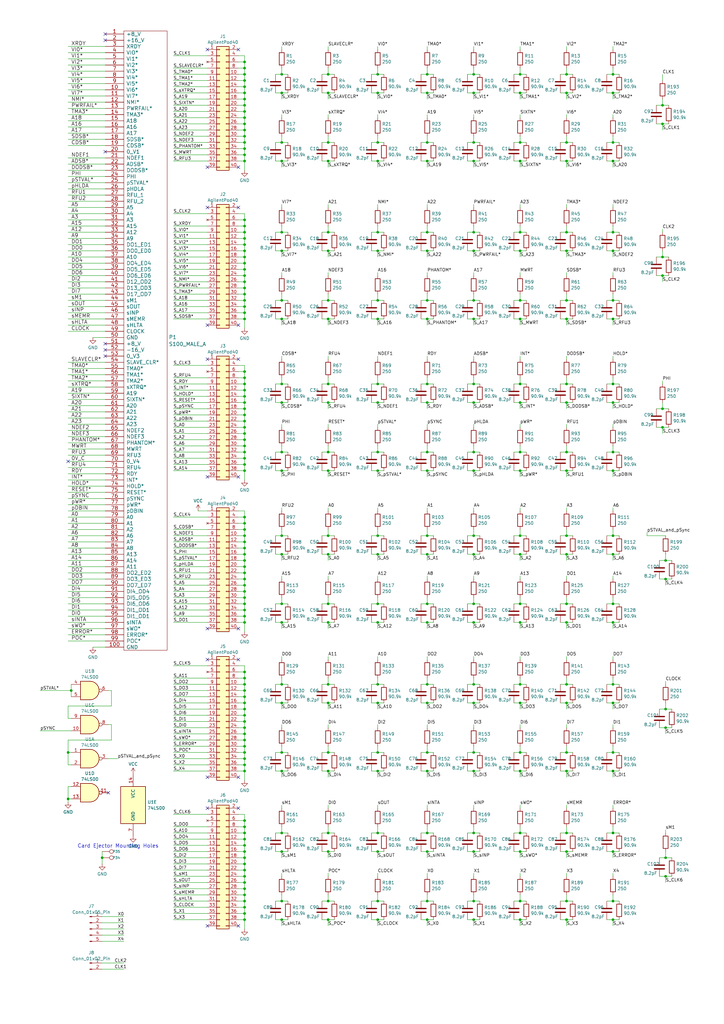
<source format=kicad_sch>
(kicad_sch (version 20230121) (generator eeschema)
  (paper "A3" portrait)
  (title_block (title "logic-analyser-card.sch") (date "2023-11-19"))
  (junction (at 100.33 336.55))
  (junction (at 213.36 38.1))
  (junction (at 100.33 344.17))
  (junction (at 213.36 280.67))
  (junction (at 213.36 308.61))
  (junction (at 100.33 250.19))
  (junction (at 134.62 369.57))
  (junction (at 115.57 316.23))
  (junction (at 100.33 245.11))
  (junction (at 100.33 247.65))
  (junction (at 194.31 369.57))
  (junction (at 154.94 377.19))
  (junction (at 194.31 130.81))
  (junction (at 213.36 66.04))
  (junction (at 29.21 283.21))
  (junction (at 100.33 190.5))
  (junction (at 100.33 219.71))
  (junction (at 100.33 367.03))
  (junction (at 100.33 349.25))
  (junction (at 100.33 48.26))
  (junction (at 251.46 369.57))
  (junction (at 251.46 102.87))
  (junction (at 115.57 58.42))
  (junction (at 100.33 125.73))
  (junction (at 134.62 30.48))
  (junction (at 100.33 92.71))
  (junction (at 271.78 105.41))
  (junction (at 213.36 102.87))
  (junction (at 232.41 30.48))
  (junction (at 194.31 123.19))
  (junction (at 232.41 219.71))
  (junction (at 100.33 341.63))
  (junction (at 134.62 247.65))
  (junction (at 100.33 33.02))
  (junction (at 100.33 107.95))
  (junction (at 100.33 369.57))
  (junction (at 232.41 95.25))
  (junction (at 194.31 66.04))
  (junction (at 154.94 227.33))
  (junction (at 154.94 130.81))
  (junction (at 175.26 95.25))
  (junction (at 100.33 346.71))
  (junction (at 213.36 316.23))
  (junction (at 115.57 288.29))
  (junction (at 100.33 167.64))
  (junction (at 100.33 306.07))
  (junction (at 271.78 43.18))
  (junction (at 134.62 341.63))
  (junction (at 100.33 187.96))
  (junction (at 154.94 369.57))
  (junction (at 175.26 130.81))
  (junction (at 154.94 341.63))
  (junction (at 115.57 219.71))
  (junction (at 100.33 339.09))
  (junction (at 232.41 369.57))
  (junction (at 115.57 38.1))
  (junction (at 134.62 165.1))
  (junction (at 100.33 185.42))
  (junction (at 194.31 30.48))
  (junction (at 100.33 224.79))
  (junction (at 100.33 58.42))
  (junction (at 154.94 280.67))
  (junction (at 100.33 162.56))
  (junction (at 232.41 165.1))
  (junction (at 100.33 377.19))
  (junction (at 100.33 130.81))
  (junction (at 175.26 219.71))
  (junction (at 100.33 177.8))
  (junction (at 271.78 175.26))
  (junction (at 134.62 308.61))
  (junction (at 251.46 341.63))
  (junction (at 175.26 341.63))
  (junction (at 251.46 219.71))
  (junction (at 194.31 288.29))
  (junction (at 134.62 193.04))
  (junction (at 213.36 369.57))
  (junction (at 251.46 185.42))
  (junction (at 100.33 361.95))
  (junction (at 251.46 377.19))
  (junction (at 27.94 308.61))
  (junction (at 232.41 58.42))
  (junction (at 100.33 90.17))
  (junction (at 100.33 110.49))
  (junction (at 175.26 38.1))
  (junction (at 100.33 128.27))
  (junction (at 115.57 369.57))
  (junction (at 251.46 193.04))
  (junction (at 154.94 316.23))
  (junction (at 100.33 123.19))
  (junction (at 100.33 290.83))
  (junction (at 175.26 102.87))
  (junction (at 134.62 157.48))
  (junction (at 232.41 227.33))
  (junction (at 154.94 157.48))
  (junction (at 194.31 95.25))
  (junction (at 100.33 66.04))
  (junction (at 100.33 50.8))
  (junction (at 251.46 38.1))
  (junction (at 134.62 280.67))
  (junction (at 115.57 102.87))
  (junction (at 194.31 58.42))
  (junction (at 194.31 38.1))
  (junction (at 100.33 364.49))
  (junction (at 115.57 95.25))
  (junction (at 232.41 280.67))
  (junction (at 154.94 95.25))
  (junction (at 232.41 349.25))
  (junction (at 154.94 38.1))
  (junction (at 154.94 193.04))
  (junction (at 100.33 283.21))
  (junction (at 100.33 229.87))
  (junction (at 251.46 130.81))
  (junction (at 100.33 105.41))
  (junction (at 213.36 219.71))
  (junction (at 175.26 185.42))
  (junction (at 100.33 60.96))
  (junction (at 100.33 295.91))
  (junction (at 251.46 255.27))
  (junction (at 232.41 288.29))
  (junction (at 154.94 349.25))
  (junction (at 115.57 308.61))
  (junction (at 154.94 308.61))
  (junction (at 213.36 288.29))
  (junction (at 213.36 349.25))
  (junction (at 273.05 229.87))
  (junction (at 154.94 66.04))
  (junction (at 100.33 102.87))
  (junction (at 100.33 172.72))
  (junction (at 251.46 316.23))
  (junction (at 100.33 234.95))
  (junction (at 175.26 255.27))
  (junction (at 115.57 227.33))
  (junction (at 232.41 38.1))
  (junction (at 175.26 165.1))
  (junction (at 154.94 247.65))
  (junction (at 115.57 280.67))
  (junction (at 100.33 55.88))
  (junction (at 100.33 240.03))
  (junction (at 115.57 185.42))
  (junction (at 213.36 157.48))
  (junction (at 251.46 30.48))
  (junction (at 175.26 369.57))
  (junction (at 271.78 167.64))
  (junction (at 100.33 303.53))
  (junction (at 194.31 349.25))
  (junction (at 100.33 214.63))
  (junction (at 100.33 45.72))
  (junction (at 100.33 63.5))
  (junction (at 232.41 185.42))
  (junction (at 100.33 115.57))
  (junction (at 134.62 95.25))
  (junction (at 100.33 30.48))
  (junction (at 175.26 58.42))
  (junction (at 100.33 152.4))
  (junction (at 154.94 185.42))
  (junction (at 134.62 255.27))
  (junction (at 134.62 288.29))
  (junction (at 175.26 280.67))
  (junction (at 134.62 227.33))
  (junction (at 175.26 193.04))
  (junction (at 115.57 341.63))
  (junction (at 154.94 58.42))
  (junction (at 134.62 102.87))
  (junction (at 134.62 38.1))
  (junction (at 251.46 288.29))
  (junction (at 100.33 232.41))
  (junction (at 100.33 227.33))
  (junction (at 232.41 341.63))
  (junction (at 154.94 219.71))
  (junction (at 115.57 165.1))
  (junction (at 115.57 157.48))
  (junction (at 100.33 298.45))
  (junction (at 251.46 58.42))
  (junction (at 134.62 66.04))
  (junction (at 115.57 255.27))
  (junction (at 251.46 165.1))
  (junction (at 273.05 290.83))
  (junction (at 271.78 50.8))
  (junction (at 100.33 311.15))
  (junction (at 27.94 327.66))
  (junction (at 41.91 351.79))
  (junction (at 232.41 102.87))
  (junction (at 175.26 247.65))
  (junction (at 100.33 97.79))
  (junction (at 115.57 377.19))
  (junction (at 100.33 242.57))
  (junction (at 213.36 185.42))
  (junction (at 100.33 25.4))
  (junction (at 232.41 123.19))
  (junction (at 154.94 30.48))
  (junction (at 232.41 247.65))
  (junction (at 175.26 288.29))
  (junction (at 100.33 222.25))
  (junction (at 100.33 285.75))
  (junction (at 100.33 255.27))
  (junction (at 100.33 40.64))
  (junction (at 251.46 308.61))
  (junction (at 273.05 351.79))
  (junction (at 213.36 341.63))
  (junction (at 100.33 120.65))
  (junction (at 213.36 377.19))
  (junction (at 100.33 359.41))
  (junction (at 100.33 280.67))
  (junction (at 213.36 247.65))
  (junction (at 154.94 102.87))
  (junction (at 213.36 130.81))
  (junction (at 100.33 160.02))
  (junction (at 154.94 288.29))
  (junction (at 175.26 349.25))
  (junction (at 175.26 157.48))
  (junction (at 154.94 255.27))
  (junction (at 100.33 95.25))
  (junction (at 213.36 30.48))
  (junction (at 194.31 280.67))
  (junction (at 175.26 377.19))
  (junction (at 175.26 316.23))
  (junction (at 232.41 308.61))
  (junction (at 100.33 27.94))
  (junction (at 273.05 298.45))
  (junction (at 115.57 30.48))
  (junction (at 100.33 180.34))
  (junction (at 100.33 300.99))
  (junction (at 100.33 275.59))
  (junction (at 213.36 193.04))
  (junction (at 115.57 193.04))
  (junction (at 175.26 227.33))
  (junction (at 100.33 193.04))
  (junction (at 134.62 58.42))
  (junction (at 115.57 247.65))
  (junction (at 232.41 130.81))
  (junction (at 194.31 247.65))
  (junction (at 100.33 372.11))
  (junction (at 273.05 359.41))
  (junction (at 194.31 316.23))
  (junction (at 134.62 316.23))
  (junction (at 100.33 252.73))
  (junction (at 100.33 38.1))
  (junction (at 100.33 118.11))
  (junction (at 213.36 165.1))
  (junction (at 232.41 157.48))
  (junction (at 100.33 113.03))
  (junction (at 194.31 102.87))
  (junction (at 100.33 374.65))
  (junction (at 134.62 377.19))
  (junction (at 100.33 157.48))
  (junction (at 100.33 356.87))
  (junction (at 134.62 123.19))
  (junction (at 251.46 247.65))
  (junction (at 154.94 123.19))
  (junction (at 251.46 280.67))
  (junction (at 100.33 175.26))
  (junction (at 100.33 308.61))
  (junction (at 100.33 212.09))
  (junction (at 251.46 123.19))
  (junction (at 194.31 193.04))
  (junction (at 100.33 354.33))
  (junction (at 100.33 237.49))
  (junction (at 213.36 123.19))
  (junction (at 115.57 123.19))
  (junction (at 100.33 165.1))
  (junction (at 251.46 157.48))
  (junction (at 271.78 113.03))
  (junction (at 232.41 255.27))
  (junction (at 100.33 43.18))
  (junction (at 100.33 182.88))
  (junction (at 194.31 255.27))
  (junction (at 175.26 308.61))
  (junction (at 100.33 288.29))
  (junction (at 194.31 157.48))
  (junction (at 134.62 349.25))
  (junction (at 251.46 95.25))
  (junction (at 100.33 100.33))
  (junction (at 134.62 185.42))
  (junction (at 194.31 185.42))
  (junction (at 194.31 227.33))
  (junction (at 100.33 313.69))
  (junction (at 273.05 237.49))
  (junction (at 100.33 35.56))
  (junction (at 100.33 217.17))
  (junction (at 100.33 293.37))
  (junction (at 213.36 95.25))
  (junction (at 232.41 66.04))
  (junction (at 251.46 349.25))
  (junction (at 232.41 316.23))
  (junction (at 100.33 154.94))
  (junction (at 213.36 58.42))
  (junction (at 194.31 219.71))
  (junction (at 194.31 341.63))
  (junction (at 100.33 170.18))
  (junction (at 100.33 351.79))
  (junction (at 251.46 227.33))
  (junction (at 100.33 278.13))
  (junction (at 154.94 165.1))
  (junction (at 175.26 123.19))
  (junction (at 194.31 165.1))
  (junction (at 194.31 308.61))
  (junction (at 134.62 219.71))
  (junction (at 213.36 227.33))
  (junction (at 175.26 30.48))
  (junction (at 100.33 316.23))
  (junction (at 251.46 66.04))
  (junction (at 115.57 130.81))
  (junction (at 232.41 377.19))
  (junction (at 232.41 193.04))
  (junction (at 194.31 377.19))
  (junction (at 115.57 66.04))
  (junction (at 100.33 53.34))
  (junction (at 213.36 255.27))
  (junction (at 175.26 66.04))
  (junction (at 115.57 349.25))
  (junction (at 134.62 130.81))
  (no_connect (at 97.79 379.73))
  (no_connect (at 85.09 20.32))
  (no_connect (at 85.09 331.47))
  (no_connect (at 97.79 257.81))
  (no_connect (at 43.18 62.23))
  (no_connect (at 97.79 270.51))
  (no_connect (at 97.79 20.32))
  (no_connect (at 97.79 85.09))
  (no_connect (at 85.09 68.58))
  (no_connect (at 44.45 325.12))
  (no_connect (at 97.79 318.77))
  (no_connect (at 85.09 318.77))
  (no_connect (at 97.79 68.58))
  (no_connect (at 85.09 133.35))
  (no_connect (at 85.09 85.09))
  (no_connect (at 43.18 143.51))
  (no_connect (at 43.18 140.97))
  (no_connect (at 85.09 379.73))
  (no_connect (at 43.18 16.51))
  (no_connect (at 27.94 189.23))
  (no_connect (at 85.09 270.51))
  (no_connect (at 97.79 331.47))
  (no_connect (at 97.79 147.32))
  (no_connect (at 43.18 146.05))
  (no_connect (at 85.09 257.81))
  (no_connect (at 43.18 13.97))
  (no_connect (at 85.09 195.58))
  (no_connect (at 97.79 133.35))
  (no_connect (at 97.79 195.58))
  (no_connect (at 85.09 147.32))
  (wire (pts (xy 232.41 255.27) (xy 232.41 257.81)))
  (wire (pts (xy 71.12 255.27) (xy 85.09 255.27)))
  (wire (pts (xy 100.33 157.48) (xy 100.33 160.02)))
  (wire (pts (xy 175.26 280.67) (xy 177.8 280.67)))
  (wire (pts (xy 154.94 27.94) (xy 154.94 30.48)))
  (wire (pts (xy 251.46 269.24) (xy 251.46 270.51)))
  (wire (pts (xy 71.12 227.33) (xy 85.09 227.33)))
  (wire (pts (xy 71.12 172.72) (xy 85.09 172.72)))
  (wire (pts (xy 210.82 66.04) (xy 213.36 66.04)))
  (wire (pts (xy 71.12 97.79) (xy 85.09 97.79)))
  (wire (pts (xy 132.08 193.04) (xy 134.62 193.04)))
  (wire (pts (xy 229.87 102.87) (xy 232.41 102.87)))
  (wire (pts (xy 194.31 19.05) (xy 194.31 20.32)))
  (wire (pts (xy 27.94 39.37) (xy 43.18 39.37)))
  (wire (pts (xy 71.12 58.42) (xy 85.09 58.42)))
  (wire (pts (xy 97.79 175.26) (xy 100.33 175.26)))
  (wire (pts (xy 97.79 125.73) (xy 100.33 125.73)))
  (wire (pts (xy 71.12 298.45) (xy 85.09 298.45)))
  (wire (pts (xy 100.33 219.71) (xy 100.33 222.25)))
  (wire (pts (xy 100.33 58.42) (xy 100.33 60.96)))
  (wire (pts (xy 132.08 185.42) (xy 134.62 185.42)))
  (wire (pts (xy 100.33 247.65) (xy 100.33 250.19)))
  (wire (pts (xy 172.72 288.29) (xy 175.26 288.29)))
  (wire (pts (xy 115.57 377.19) (xy 118.11 377.19)))
  (wire (pts (xy 154.94 58.42) (xy 157.48 58.42)))
  (wire (pts (xy 273.05 359.41) (xy 273.05 361.95)))
  (wire (pts (xy 27.94 257.81) (xy 43.18 257.81)))
  (wire (pts (xy 270.51 351.79) (xy 273.05 351.79)))
  (wire (pts (xy 100.33 55.88) (xy 100.33 58.42)))
  (wire (pts (xy 134.62 19.05) (xy 134.62 20.32)))
  (wire (pts (xy 97.79 283.21) (xy 100.33 283.21)))
  (wire (pts (xy 213.36 308.61) (xy 215.9 308.61)))
  (wire (pts (xy 152.4 219.71) (xy 154.94 219.71)))
  (wire (pts (xy 97.79 27.94) (xy 100.33 27.94)))
  (wire (pts (xy 213.36 255.27) (xy 213.36 257.81)))
  (wire (pts (xy 44.45 297.18) (xy 45.72 297.18)))
  (wire (pts (xy 132.08 165.1) (xy 134.62 165.1)))
  (wire (pts (xy 100.33 190.5) (xy 100.33 193.04)))
  (wire (pts (xy 71.12 306.07) (xy 85.09 306.07)))
  (wire (pts (xy 27.94 26.67) (xy 43.18 26.67)))
  (wire (pts (xy 27.94 327.66) (xy 27.94 328.93)))
  (wire (pts (xy 27.94 110.49) (xy 43.18 110.49)))
  (wire (pts (xy 71.12 288.29) (xy 85.09 288.29)))
  (wire (pts (xy 27.94 133.35) (xy 43.18 133.35)))
  (wire (pts (xy 213.36 193.04) (xy 213.36 195.58)))
  (wire (pts (xy 154.94 255.27) (xy 154.94 257.81)))
  (wire (pts (xy 172.72 102.87) (xy 175.26 102.87)))
  (wire (pts (xy 71.12 339.09) (xy 85.09 339.09)))
  (wire (pts (xy 251.46 227.33) (xy 254 227.33)))
  (wire (pts (xy 175.26 130.81) (xy 177.8 130.81)))
  (wire (pts (xy 210.82 102.87) (xy 213.36 102.87)))
  (wire (pts (xy 232.41 111.76) (xy 232.41 113.03)))
  (wire (pts (xy 152.4 280.67) (xy 154.94 280.67)))
  (wire (pts (xy 175.26 130.81) (xy 175.26 133.35)))
  (wire (pts (xy 100.33 128.27) (xy 100.33 130.81)))
  (wire (pts (xy 134.62 92.71) (xy 134.62 95.25)))
  (wire (pts (xy 251.46 245.11) (xy 251.46 247.65)))
  (wire (pts (xy 152.4 185.42) (xy 154.94 185.42)))
  (wire (pts (xy 232.41 46.99) (xy 232.41 48.26)))
  (wire (pts (xy 97.79 346.71) (xy 100.33 346.71)))
  (wire (pts (xy 152.4 255.27) (xy 154.94 255.27)))
  (wire (pts (xy 191.77 130.81) (xy 194.31 130.81)))
  (wire (pts (xy 175.26 46.99) (xy 175.26 48.26)))
  (wire (pts (xy 191.77 247.65) (xy 194.31 247.65)))
  (wire (pts (xy 210.82 95.25) (xy 213.36 95.25)))
  (wire (pts (xy 232.41 154.94) (xy 232.41 157.48)))
  (wire (pts (xy 115.57 278.13) (xy 115.57 280.67)))
  (wire (pts (xy 27.94 49.53) (xy 43.18 49.53)))
  (wire (pts (xy 210.82 157.48) (xy 213.36 157.48)))
  (wire (pts (xy 134.62 111.76) (xy 134.62 113.03)))
  (wire (pts (xy 175.26 308.61) (xy 177.8 308.61)))
  (wire (pts (xy 194.31 341.63) (xy 196.85 341.63)))
  (wire (pts (xy 232.41 208.28) (xy 232.41 209.55)))
  (wire (pts (xy 175.26 66.04) (xy 177.8 66.04)))
  (wire (pts (xy 113.03 123.19) (xy 115.57 123.19)))
  (wire (pts (xy 71.12 361.95) (xy 85.09 361.95)))
  (wire (pts (xy 232.41 217.17) (xy 232.41 219.71)))
  (wire (pts (xy 194.31 66.04) (xy 196.85 66.04)))
  (wire (pts (xy 172.72 316.23) (xy 175.26 316.23)))
  (wire (pts (xy 229.87 38.1) (xy 232.41 38.1)))
  (wire (pts (xy 81.28 209.55) (xy 85.09 209.55)))
  (wire (pts (xy 194.31 92.71) (xy 194.31 95.25)))
  (wire (pts (xy 248.92 30.48) (xy 251.46 30.48)))
  (wire (pts (xy 269.24 175.26) (xy 271.78 175.26)))
  (wire (pts (xy 100.33 240.03) (xy 100.33 242.57)))
  (wire (pts (xy 27.94 123.19) (xy 43.18 123.19)))
  (wire (pts (xy 251.46 349.25) (xy 254 349.25)))
  (wire (pts (xy 251.46 185.42) (xy 254 185.42)))
  (wire (pts (xy 97.79 40.64) (xy 100.33 40.64)))
  (wire (pts (xy 154.94 123.19) (xy 157.48 123.19)))
  (wire (pts (xy 175.26 367.03) (xy 175.26 369.57)))
  (wire (pts (xy 97.79 288.29) (xy 100.33 288.29)))
  (wire (pts (xy 210.82 288.29) (xy 213.36 288.29)))
  (wire (pts (xy 191.77 95.25) (xy 194.31 95.25)))
  (wire (pts (xy 134.62 102.87) (xy 137.16 102.87)))
  (wire (pts (xy 71.12 290.83) (xy 85.09 290.83)))
  (wire (pts (xy 152.4 288.29) (xy 154.94 288.29)))
  (wire (pts (xy 251.46 146.05) (xy 251.46 147.32)))
  (wire (pts (xy 134.62 217.17) (xy 134.62 219.71)))
  (wire (pts (xy 271.78 167.64) (xy 274.32 167.64)))
  (wire (pts (xy 271.78 156.21) (xy 271.78 157.48)))
  (wire (pts (xy 232.41 339.09) (xy 232.41 341.63)))
  (wire (pts (xy 248.92 38.1) (xy 251.46 38.1)))
  (wire (pts (xy 115.57 255.27) (xy 118.11 255.27)))
  (wire (pts (xy 100.33 130.81) (xy 100.33 134.62)))
  (wire (pts (xy 232.41 219.71) (xy 234.95 219.71)))
  (wire (pts (xy 154.94 120.65) (xy 154.94 123.19)))
  (wire (pts (xy 232.41 316.23) (xy 234.95 316.23)))
  (wire (pts (xy 27.94 308.61) (xy 29.21 308.61)))
  (wire (pts (xy 175.26 92.71) (xy 175.26 95.25)))
  (wire (pts (xy 229.87 219.71) (xy 232.41 219.71)))
  (wire (pts (xy 41.91 386.08) (xy 50.8 386.08)))
  (wire (pts (xy 97.79 369.57) (xy 100.33 369.57)))
  (wire (pts (xy 27.94 173.99) (xy 43.18 173.99)))
  (wire (pts (xy 175.26 306.07) (xy 175.26 308.61)))
  (wire (pts (xy 113.03 247.65) (xy 115.57 247.65)))
  (wire (pts (xy 248.92 341.63) (xy 251.46 341.63)))
  (wire (pts (xy 175.26 219.71) (xy 177.8 219.71)))
  (wire (pts (xy 213.36 30.48) (xy 215.9 30.48)))
  (wire (pts (xy 115.57 111.76) (xy 115.57 113.03)))
  (wire (pts (xy 97.79 300.99) (xy 100.33 300.99)))
  (wire (pts (xy 27.94 34.29) (xy 43.18 34.29)))
  (wire (pts (xy 97.79 290.83) (xy 100.33 290.83)))
  (wire (pts (xy 154.94 165.1) (xy 157.48 165.1)))
  (wire (pts (xy 251.46 316.23) (xy 254 316.23)))
  (wire (pts (xy 100.33 374.65) (xy 100.33 377.19)))
  (wire (pts (xy 100.33 30.48) (xy 100.33 33.02)))
  (wire (pts (xy 134.62 95.25) (xy 137.16 95.25)))
  (wire (pts (xy 97.79 303.53) (xy 100.33 303.53)))
  (wire (pts (xy 154.94 46.99) (xy 154.94 48.26)))
  (wire (pts (xy 154.94 349.25) (xy 154.94 351.79)))
  (wire (pts (xy 229.87 58.42) (xy 232.41 58.42)))
  (wire (pts (xy 152.4 123.19) (xy 154.94 123.19)))
  (wire (pts (xy 27.94 153.67) (xy 43.18 153.67)))
  (wire (pts (xy 154.94 157.48) (xy 157.48 157.48)))
  (wire (pts (xy 100.33 60.96) (xy 100.33 63.5)))
  (wire (pts (xy 251.46 193.04) (xy 251.46 195.58)))
  (wire (pts (xy 194.31 358.14) (xy 194.31 359.41)))
  (wire (pts (xy 191.77 219.71) (xy 194.31 219.71)))
  (wire (pts (xy 97.79 63.5) (xy 100.33 63.5)))
  (wire (pts (xy 115.57 46.99) (xy 115.57 48.26)))
  (wire (pts (xy 213.36 46.99) (xy 213.36 48.26)))
  (wire (pts (xy 229.87 157.48) (xy 232.41 157.48)))
  (wire (pts (xy 175.26 154.94) (xy 175.26 157.48)))
  (wire (pts (xy 175.26 146.05) (xy 175.26 147.32)))
  (wire (pts (xy 100.33 367.03) (xy 100.33 369.57)))
  (wire (pts (xy 45.72 283.21) (xy 45.72 289.56)))
  (wire (pts (xy 97.79 115.57) (xy 100.33 115.57)))
  (wire (pts (xy 113.03 316.23) (xy 115.57 316.23)))
  (wire (pts (xy 213.36 102.87) (xy 215.9 102.87)))
  (wire (pts (xy 97.79 354.33) (xy 100.33 354.33)))
  (wire (pts (xy 134.62 369.57) (xy 137.16 369.57)))
  (wire (pts (xy 154.94 154.94) (xy 154.94 157.48)))
  (wire (pts (xy 194.31 95.25) (xy 196.85 95.25)))
  (wire (pts (xy 229.87 316.23) (xy 232.41 316.23)))
  (wire (pts (xy 27.94 69.85) (xy 43.18 69.85)))
  (wire (pts (xy 172.72 66.04) (xy 175.26 66.04)))
  (wire (pts (xy 97.79 250.19) (xy 100.33 250.19)))
  (wire (pts (xy 27.94 232.41) (xy 43.18 232.41)))
  (wire (pts (xy 194.31 255.27) (xy 194.31 257.81)))
  (wire (pts (xy 229.87 349.25) (xy 232.41 349.25)))
  (wire (pts (xy 232.41 83.82) (xy 232.41 85.09)))
  (wire (pts (xy 100.33 222.25) (xy 100.33 224.79)))
  (wire (pts (xy 97.79 110.49) (xy 100.33 110.49)))
  (wire (pts (xy 71.12 280.67) (xy 85.09 280.67)))
  (wire (pts (xy 248.92 219.71) (xy 251.46 219.71)))
  (wire (pts (xy 194.31 185.42) (xy 196.85 185.42)))
  (wire (pts (xy 134.62 120.65) (xy 134.62 123.19)))
  (wire (pts (xy 265.43 219.71) (xy 273.05 219.71)))
  (wire (pts (xy 100.33 252.73) (xy 100.33 255.27)))
  (wire (pts (xy 232.41 288.29) (xy 232.41 290.83)))
  (wire (pts (xy 115.57 165.1) (xy 115.57 167.64)))
  (wire (pts (xy 97.79 334.01) (xy 100.33 334.01)))
  (wire (pts (xy 213.36 377.19) (xy 213.36 379.73)))
  (wire (pts (xy 172.72 369.57) (xy 175.26 369.57)))
  (wire (pts (xy 71.12 128.27) (xy 85.09 128.27)))
  (wire (pts (xy 271.78 40.64) (xy 271.78 43.18)))
  (wire (pts (xy 152.4 369.57) (xy 154.94 369.57)))
  (wire (pts (xy 175.26 102.87) (xy 177.8 102.87)))
  (wire (pts (xy 175.26 193.04) (xy 177.8 193.04)))
  (wire (pts (xy 154.94 111.76) (xy 154.94 113.03)))
  (wire (pts (xy 100.33 165.1) (xy 100.33 167.64)))
  (wire (pts (xy 97.79 361.95) (xy 100.33 361.95)))
  (wire (pts (xy 172.72 341.63) (xy 175.26 341.63)))
  (wire (pts (xy 97.79 92.71) (xy 100.33 92.71)))
  (wire (pts (xy 251.46 83.82) (xy 251.46 85.09)))
  (wire (pts (xy 229.87 193.04) (xy 232.41 193.04)))
  (wire (pts (xy 213.36 146.05) (xy 213.36 147.32)))
  (wire (pts (xy 71.12 157.48) (xy 85.09 157.48)))
  (wire (pts (xy 71.12 354.33) (xy 85.09 354.33)))
  (wire (pts (xy 132.08 66.04) (xy 134.62 66.04)))
  (wire (pts (xy 134.62 130.81) (xy 137.16 130.81)))
  (wire (pts (xy 97.79 66.04) (xy 100.33 66.04)))
  (wire (pts (xy 97.79 165.1) (xy 100.33 165.1)))
  (wire (pts (xy 71.12 224.79) (xy 85.09 224.79)))
  (wire (pts (xy 71.12 107.95) (xy 85.09 107.95)))
  (wire (pts (xy 71.12 175.26) (xy 85.09 175.26)))
  (wire (pts (xy 269.24 50.8) (xy 271.78 50.8)))
  (wire (pts (xy 194.31 66.04) (xy 194.31 68.58)))
  (wire (pts (xy 41.91 394.97) (xy 50.8 394.97)))
  (wire (pts (xy 132.08 30.48) (xy 134.62 30.48)))
  (wire (pts (xy 97.79 229.87) (xy 100.33 229.87)))
  (wire (pts (xy 134.62 330.2) (xy 134.62 331.47)))
  (wire (pts (xy 71.12 190.5) (xy 85.09 190.5)))
  (wire (pts (xy 172.72 193.04) (xy 175.26 193.04)))
  (wire (pts (xy 100.33 63.5) (xy 100.33 66.04)))
  (wire (pts (xy 248.92 185.42) (xy 251.46 185.42)))
  (wire (pts (xy 251.46 173.99) (xy 251.46 175.26)))
  (wire (pts (xy 194.31 245.11) (xy 194.31 247.65)))
  (wire (pts (xy 100.33 295.91) (xy 100.33 298.45)))
  (wire (pts (xy 71.12 167.64) (xy 85.09 167.64)))
  (wire (pts (xy 213.36 306.07) (xy 213.36 308.61)))
  (wire (pts (xy 100.33 162.56) (xy 100.33 165.1)))
  (wire (pts (xy 271.78 165.1) (xy 271.78 167.64)))
  (wire (pts (xy 232.41 55.88) (xy 232.41 58.42)))
  (wire (pts (xy 115.57 349.25) (xy 115.57 351.79)))
  (wire (pts (xy 27.94 327.66) (xy 29.21 327.66)))
  (wire (pts (xy 210.82 227.33) (xy 213.36 227.33)))
  (wire (pts (xy 210.82 349.25) (xy 213.36 349.25)))
  (wire (pts (xy 194.31 227.33) (xy 194.31 229.87)))
  (wire (pts (xy 248.92 377.19) (xy 251.46 377.19)))
  (wire (pts (xy 97.79 167.64) (xy 100.33 167.64)))
  (wire (pts (xy 232.41 173.99) (xy 232.41 175.26)))
  (wire (pts (xy 100.33 356.87) (xy 100.33 359.41)))
  (wire (pts (xy 71.12 92.71) (xy 85.09 92.71)))
  (wire (pts (xy 44.45 283.21) (xy 45.72 283.21)))
  (wire (pts (xy 251.46 38.1) (xy 251.46 40.64)))
  (wire (pts (xy 229.87 95.25) (xy 232.41 95.25)))
  (wire (pts (xy 115.57 130.81) (xy 115.57 133.35)))
  (wire (pts (xy 132.08 280.67) (xy 134.62 280.67)))
  (wire (pts (xy 251.46 341.63) (xy 254 341.63)))
  (wire (pts (xy 175.26 349.25) (xy 175.26 351.79)))
  (wire (pts (xy 115.57 330.2) (xy 115.57 331.47)))
  (wire (pts (xy 71.12 38.1) (xy 85.09 38.1)))
  (wire (pts (xy 248.92 165.1) (xy 251.46 165.1)))
  (wire (pts (xy 71.12 110.49) (xy 85.09 110.49)))
  (wire (pts (xy 97.79 377.19) (xy 100.33 377.19)))
  (wire (pts (xy 269.24 105.41) (xy 271.78 105.41)))
  (wire (pts (xy 100.33 229.87) (xy 100.33 232.41)))
  (wire (pts (xy 213.36 165.1) (xy 213.36 167.64)))
  (wire (pts (xy 172.72 30.48) (xy 175.26 30.48)))
  (wire (pts (xy 71.12 55.88) (xy 85.09 55.88)))
  (wire (pts (xy 213.36 369.57) (xy 215.9 369.57)))
  (wire (pts (xy 100.33 361.95) (xy 100.33 364.49)))
  (wire (pts (xy 210.82 247.65) (xy 213.36 247.65)))
  (wire (pts (xy 154.94 358.14) (xy 154.94 359.41)))
  (wire (pts (xy 71.12 303.53) (xy 85.09 303.53)))
  (wire (pts (xy 248.92 255.27) (xy 251.46 255.27)))
  (wire (pts (xy 132.08 255.27) (xy 134.62 255.27)))
  (wire (pts (xy 251.46 102.87) (xy 251.46 105.41)))
  (wire (pts (xy 251.46 306.07) (xy 251.46 308.61)))
  (wire (pts (xy 27.94 59.69) (xy 43.18 59.69)))
  (wire (pts (xy 100.33 351.79) (xy 100.33 354.33)))
  (wire (pts (xy 100.33 43.18) (xy 100.33 45.72)))
  (wire (pts (xy 273.05 351.79) (xy 275.59 351.79)))
  (wire (pts (xy 113.03 377.19) (xy 115.57 377.19)))
  (wire (pts (xy 175.26 217.17) (xy 175.26 219.71)))
  (wire (pts (xy 27.94 176.53) (xy 43.18 176.53)))
  (wire (pts (xy 175.26 38.1) (xy 175.26 40.64)))
  (wire (pts (xy 27.94 191.77) (xy 43.18 191.77)))
  (wire (pts (xy 251.46 130.81) (xy 251.46 133.35)))
  (wire (pts (xy 134.62 377.19) (xy 137.16 377.19)))
  (wire (pts (xy 97.79 374.65) (xy 100.33 374.65)))
  (wire (pts (xy 71.12 154.94) (xy 85.09 154.94)))
  (wire (pts (xy 213.36 316.23) (xy 215.9 316.23)))
  (wire (pts (xy 100.33 306.07) (xy 100.33 308.61)))
  (wire (pts (xy 172.72 165.1) (xy 175.26 165.1)))
  (wire (pts (xy 251.46 227.33) (xy 251.46 229.87)))
  (wire (pts (xy 100.33 87.63) (xy 100.33 90.17)))
  (wire (pts (xy 29.21 283.21) (xy 29.21 285.75)))
  (wire (pts (xy 134.62 255.27) (xy 137.16 255.27)))
  (wire (pts (xy 97.79 255.27) (xy 100.33 255.27)))
  (wire (pts (xy 210.82 219.71) (xy 213.36 219.71)))
  (wire (pts (xy 175.26 27.94) (xy 175.26 30.48)))
  (wire (pts (xy 97.79 160.02) (xy 100.33 160.02)))
  (wire (pts (xy 71.12 95.25) (xy 85.09 95.25)))
  (wire (pts (xy 100.33 298.45) (xy 100.33 300.99)))
  (wire (pts (xy 273.05 229.87) (xy 275.59 229.87)))
  (wire (pts (xy 251.46 280.67) (xy 254 280.67)))
  (wire (pts (xy 100.33 120.65) (xy 100.33 123.19)))
  (wire (pts (xy 191.77 66.04) (xy 194.31 66.04)))
  (wire (pts (xy 97.79 177.8) (xy 100.33 177.8)))
  (wire (pts (xy 97.79 232.41) (xy 100.33 232.41)))
  (wire (pts (xy 45.72 297.18) (xy 45.72 303.53)))
  (wire (pts (xy 97.79 339.09) (xy 100.33 339.09)))
  (wire (pts (xy 71.12 105.41) (xy 85.09 105.41)))
  (wire (pts (xy 115.57 102.87) (xy 118.11 102.87)))
  (wire (pts (xy 132.08 227.33) (xy 134.62 227.33)))
  (wire (pts (xy 97.79 33.02) (xy 100.33 33.02)))
  (wire (pts (xy 232.41 19.05) (xy 232.41 20.32)))
  (wire (pts (xy 251.46 377.19) (xy 251.46 379.73)))
  (wire (pts (xy 232.41 341.63) (xy 234.95 341.63)))
  (wire (pts (xy 194.31 349.25) (xy 194.31 351.79)))
  (wire (pts (xy 229.87 123.19) (xy 232.41 123.19)))
  (wire (pts (xy 152.4 38.1) (xy 154.94 38.1)))
  (wire (pts (xy 115.57 120.65) (xy 115.57 123.19)))
  (wire (pts (xy 113.03 157.48) (xy 115.57 157.48)))
  (wire (pts (xy 71.12 165.1) (xy 85.09 165.1)))
  (wire (pts (xy 251.46 288.29) (xy 251.46 290.83)))
  (wire (pts (xy 270.51 359.41) (xy 273.05 359.41)))
  (wire (pts (xy 251.46 255.27) (xy 251.46 257.81)))
  (wire (pts (xy 213.36 297.18) (xy 213.36 298.45)))
  (wire (pts (xy 71.12 193.04) (xy 85.09 193.04)))
  (wire (pts (xy 71.12 367.03) (xy 85.09 367.03)))
  (wire (pts (xy 154.94 308.61) (xy 157.48 308.61)))
  (wire (pts (xy 213.36 330.2) (xy 213.36 331.47)))
  (wire (pts (xy 27.94 46.99) (xy 43.18 46.99)))
  (wire (pts (xy 97.79 45.72) (xy 100.33 45.72)))
  (wire (pts (xy 251.46 182.88) (xy 251.46 185.42)))
  (wire (pts (xy 271.78 175.26) (xy 274.32 175.26)))
  (wire (pts (xy 71.12 149.86) (xy 85.09 149.86)))
  (wire (pts (xy 132.08 130.81) (xy 134.62 130.81)))
  (wire (pts (xy 232.41 102.87) (xy 234.95 102.87)))
  (wire (pts (xy 251.46 46.99) (xy 251.46 48.26)))
  (wire (pts (xy 273.05 237.49) (xy 275.59 237.49)))
  (wire (pts (xy 16.51 283.21) (xy 29.21 283.21)))
  (wire (pts (xy 27.94 224.79) (xy 43.18 224.79)))
  (wire (pts (xy 115.57 288.29) (xy 115.57 290.83)))
  (wire (pts (xy 27.94 166.37) (xy 43.18 166.37)))
  (wire (pts (xy 115.57 219.71) (xy 118.11 219.71)))
  (wire (pts (xy 71.12 43.18) (xy 85.09 43.18)))
  (wire (pts (xy 134.62 341.63) (xy 137.16 341.63)))
  (wire (pts (xy 134.62 306.07) (xy 134.62 308.61)))
  (wire (pts (xy 213.36 193.04) (xy 215.9 193.04)))
  (wire (pts (xy 97.79 311.15) (xy 100.33 311.15)))
  (wire (pts (xy 113.03 193.04) (xy 115.57 193.04)))
  (wire (pts (xy 134.62 247.65) (xy 137.16 247.65)))
  (wire (pts (xy 232.41 227.33) (xy 232.41 229.87)))
  (wire (pts (xy 100.33 160.02) (xy 100.33 162.56)))
  (wire (pts (xy 97.79 273.05) (xy 100.33 273.05)))
  (wire (pts (xy 27.94 294.64) (xy 29.21 294.64)))
  (wire (pts (xy 100.33 339.09) (xy 100.33 341.63)))
  (wire (pts (xy 71.12 316.23) (xy 85.09 316.23)))
  (wire (pts (xy 97.79 313.69) (xy 100.33 313.69)))
  (wire (pts (xy 154.94 367.03) (xy 154.94 369.57)))
  (wire (pts (xy 71.12 87.63) (xy 85.09 87.63)))
  (wire (pts (xy 134.62 280.67) (xy 137.16 280.67)))
  (wire (pts (xy 154.94 185.42) (xy 157.48 185.42)))
  (wire (pts (xy 232.41 66.04) (xy 232.41 68.58)))
  (wire (pts (xy 232.41 27.94) (xy 232.41 30.48)))
  (wire (pts (xy 132.08 247.65) (xy 134.62 247.65)))
  (wire (pts (xy 113.03 219.71) (xy 115.57 219.71)))
  (wire (pts (xy 248.92 227.33) (xy 251.46 227.33)))
  (wire (pts (xy 100.33 105.41) (xy 100.33 107.95)))
  (wire (pts (xy 100.33 107.95) (xy 100.33 110.49)))
  (wire (pts (xy 154.94 92.71) (xy 154.94 95.25)))
  (wire (pts (xy 115.57 341.63) (xy 118.11 341.63)))
  (wire (pts (xy 100.33 290.83) (xy 100.33 293.37)))
  (wire (pts (xy 248.92 280.67) (xy 251.46 280.67)))
  (wire (pts (xy 248.92 247.65) (xy 251.46 247.65)))
  (wire (pts (xy 71.12 247.65) (xy 85.09 247.65)))
  (wire (pts (xy 271.78 50.8) (xy 274.32 50.8)))
  (wire (pts (xy 152.4 227.33) (xy 154.94 227.33)))
  (wire (pts (xy 27.94 171.45) (xy 43.18 171.45)))
  (wire (pts (xy 97.79 100.33) (xy 100.33 100.33)))
  (wire (pts (xy 273.05 290.83) (xy 275.59 290.83)))
  (wire (pts (xy 97.79 306.07) (xy 100.33 306.07)))
  (wire (pts (xy 172.72 377.19) (xy 175.26 377.19)))
  (wire (pts (xy 100.33 214.63) (xy 100.33 217.17)))
  (wire (pts (xy 71.12 232.41) (xy 85.09 232.41)))
  (wire (pts (xy 232.41 30.48) (xy 234.95 30.48)))
  (wire (pts (xy 97.79 344.17) (xy 100.33 344.17)))
  (wire (pts (xy 97.79 90.17) (xy 100.33 90.17)))
  (wire (pts (xy 194.31 255.27) (xy 196.85 255.27)))
  (wire (pts (xy 100.33 97.79) (xy 100.33 100.33)))
  (wire (pts (xy 172.72 280.67) (xy 175.26 280.67)))
  (wire (pts (xy 175.26 157.48) (xy 177.8 157.48)))
  (wire (pts (xy 154.94 280.67) (xy 157.48 280.67)))
  (wire (pts (xy 27.94 184.15) (xy 43.18 184.15)))
  (wire (pts (xy 134.62 66.04) (xy 134.62 68.58)))
  (wire (pts (xy 273.05 298.45) (xy 273.05 300.99)))
  (wire (pts (xy 134.62 173.99) (xy 134.62 175.26)))
  (wire (pts (xy 113.03 185.42) (xy 115.57 185.42)))
  (wire (pts (xy 71.12 118.11) (xy 85.09 118.11)))
  (wire (pts (xy 175.26 288.29) (xy 177.8 288.29)))
  (wire (pts (xy 113.03 66.04) (xy 115.57 66.04)))
  (wire (pts (xy 175.26 245.11) (xy 175.26 247.65)))
  (wire (pts (xy 134.62 193.04) (xy 137.16 193.04)))
  (wire (pts (xy 113.03 58.42) (xy 115.57 58.42)))
  (wire (pts (xy 134.62 227.33) (xy 134.62 229.87)))
  (wire (pts (xy 113.03 280.67) (xy 115.57 280.67)))
  (wire (pts (xy 194.31 236.22) (xy 194.31 237.49)))
  (wire (pts (xy 115.57 95.25) (xy 118.11 95.25)))
  (wire (pts (xy 154.94 316.23) (xy 157.48 316.23)))
  (wire (pts (xy 154.94 245.11) (xy 154.94 247.65)))
  (wire (pts (xy 134.62 227.33) (xy 137.16 227.33)))
  (wire (pts (xy 154.94 83.82) (xy 154.94 85.09)))
  (wire (pts (xy 232.41 182.88) (xy 232.41 185.42)))
  (wire (pts (xy 251.46 58.42) (xy 254 58.42)))
  (wire (pts (xy 251.46 297.18) (xy 251.46 298.45)))
  (wire (pts (xy 97.79 58.42) (xy 100.33 58.42)))
  (wire (pts (xy 273.05 349.25) (xy 273.05 351.79)))
  (wire (pts (xy 27.94 113.03) (xy 43.18 113.03)))
  (wire (pts (xy 175.26 316.23) (xy 175.26 318.77)))
  (wire (pts (xy 213.36 288.29) (xy 215.9 288.29)))
  (wire (pts (xy 229.87 185.42) (xy 232.41 185.42)))
  (wire (pts (xy 38.1 138.43) (xy 43.18 138.43)))
  (wire (pts (xy 210.82 123.19) (xy 213.36 123.19)))
  (wire (pts (xy 27.94 161.29) (xy 43.18 161.29)))
  (wire (pts (xy 251.46 27.94) (xy 251.46 30.48)))
  (wire (pts (xy 100.33 217.17) (xy 100.33 219.71)))
  (wire (pts (xy 194.31 38.1) (xy 194.31 40.64)))
  (wire (pts (xy 71.12 212.09) (xy 85.09 212.09)))
  (wire (pts (xy 71.12 234.95) (xy 85.09 234.95)))
  (wire (pts (xy 71.12 115.57) (xy 85.09 115.57)))
  (wire (pts (xy 71.12 356.87) (xy 85.09 356.87)))
  (wire (pts (xy 41.91 397.51) (xy 50.8 397.51)))
  (wire (pts (xy 251.46 339.09) (xy 251.46 341.63)))
  (wire (pts (xy 27.94 115.57) (xy 43.18 115.57)))
  (wire (pts (xy 115.57 19.05) (xy 115.57 20.32)))
  (wire (pts (xy 194.31 120.65) (xy 194.31 123.19)))
  (wire (pts (xy 71.12 33.02) (xy 85.09 33.02)))
  (wire (pts (xy 251.46 19.05) (xy 251.46 20.32)))
  (wire (pts (xy 115.57 157.48) (xy 118.11 157.48)))
  (wire (pts (xy 154.94 102.87) (xy 154.94 105.41)))
  (wire (pts (xy 210.82 280.67) (xy 213.36 280.67)))
  (wire (pts (xy 248.92 308.61) (xy 251.46 308.61)))
  (wire (pts (xy 210.82 255.27) (xy 213.36 255.27)))
  (wire (pts (xy 97.79 242.57) (xy 100.33 242.57)))
  (wire (pts (xy 251.46 66.04) (xy 254 66.04)))
  (wire (pts (xy 27.94 31.75) (xy 43.18 31.75)))
  (wire (pts (xy 213.36 66.04) (xy 215.9 66.04)))
  (wire (pts (xy 175.26 278.13) (xy 175.26 280.67)))
  (wire (pts (xy 115.57 102.87) (xy 115.57 105.41)))
  (wire (pts (xy 152.4 377.19) (xy 154.94 377.19)))
  (wire (pts (xy 71.12 50.8) (xy 85.09 50.8)))
  (wire (pts (xy 27.94 57.15) (xy 43.18 57.15)))
  (wire (pts (xy 97.79 149.86) (xy 100.33 149.86)))
  (wire (pts (xy 210.82 130.81) (xy 213.36 130.81)))
  (wire (pts (xy 194.31 130.81) (xy 196.85 130.81)))
  (wire (pts (xy 115.57 236.22) (xy 115.57 237.49)))
  (wire (pts (xy 134.62 255.27) (xy 134.62 257.81)))
  (wire (pts (xy 97.79 212.09) (xy 100.33 212.09)))
  (wire (pts (xy 251.46 288.29) (xy 254 288.29)))
  (wire (pts (xy 172.72 58.42) (xy 175.26 58.42)))
  (wire (pts (xy 100.33 48.26) (xy 100.33 50.8)))
  (wire (pts (xy 175.26 339.09) (xy 175.26 341.63)))
  (wire (pts (xy 175.26 236.22) (xy 175.26 237.49)))
  (wire (pts (xy 194.31 377.19) (xy 194.31 379.73)))
  (wire (pts (xy 100.33 283.21) (xy 100.33 285.75)))
  (wire (pts (xy 97.79 364.49) (xy 100.33 364.49)))
  (wire (pts (xy 175.26 227.33) (xy 175.26 229.87)))
  (wire (pts (xy 154.94 297.18) (xy 154.94 298.45)))
  (wire (pts (xy 132.08 38.1) (xy 134.62 38.1)))
  (wire (pts (xy 134.62 288.29) (xy 134.62 290.83)))
  (wire (pts (xy 71.12 123.19) (xy 85.09 123.19)))
  (wire (pts (xy 134.62 46.99) (xy 134.62 48.26)))
  (wire (pts (xy 134.62 245.11) (xy 134.62 247.65)))
  (wire (pts (xy 172.72 308.61) (xy 175.26 308.61)))
  (wire (pts (xy 71.12 125.73) (xy 85.09 125.73)))
  (wire (pts (xy 154.94 38.1) (xy 154.94 40.64)))
  (wire (pts (xy 100.33 167.64) (xy 100.33 170.18)))
  (wire (pts (xy 213.36 269.24) (xy 213.36 270.51)))
  (wire (pts (xy 100.33 35.56) (xy 100.33 38.1)))
  (wire (pts (xy 100.33 242.57) (xy 100.33 245.11)))
  (wire (pts (xy 175.26 288.29) (xy 175.26 290.83)))
  (wire (pts (xy 213.36 185.42) (xy 215.9 185.42)))
  (wire (pts (xy 154.94 130.81) (xy 154.94 133.35)))
  (wire (pts (xy 100.33 336.55) (xy 100.33 339.09)))
  (wire (pts (xy 132.08 316.23) (xy 134.62 316.23)))
  (wire (pts (xy 97.79 187.96) (xy 100.33 187.96)))
  (wire (pts (xy 271.78 43.18) (xy 274.32 43.18)))
  (wire (pts (xy 175.26 95.25) (xy 177.8 95.25)))
  (wire (pts (xy 251.46 66.04) (xy 251.46 68.58)))
  (wire (pts (xy 115.57 38.1) (xy 115.57 40.64)))
  (wire (pts (xy 229.87 280.67) (xy 232.41 280.67)))
  (wire (pts (xy 100.33 193.04) (xy 100.33 196.85)))
  (wire (pts (xy 100.33 316.23) (xy 100.33 320.04)))
  (wire (pts (xy 154.94 255.27) (xy 157.48 255.27)))
  (wire (pts (xy 213.36 130.81) (xy 215.9 130.81)))
  (wire (pts (xy 27.94 130.81) (xy 43.18 130.81)))
  (wire (pts (xy 154.94 38.1) (xy 157.48 38.1)))
  (wire (pts (xy 100.33 359.41) (xy 100.33 361.95)))
  (wire (pts (xy 134.62 27.94) (xy 134.62 30.48)))
  (wire (pts (xy 232.41 130.81) (xy 232.41 133.35)))
  (wire (pts (xy 132.08 157.48) (xy 134.62 157.48)))
  (wire (pts (xy 132.08 58.42) (xy 134.62 58.42)))
  (wire (pts (xy 194.31 102.87) (xy 196.85 102.87)))
  (wire (pts (xy 194.31 367.03) (xy 194.31 369.57)))
  (wire (pts (xy 232.41 123.19) (xy 234.95 123.19)))
  (wire (pts (xy 71.12 63.5) (xy 85.09 63.5)))
  (wire (pts (xy 115.57 316.23) (xy 118.11 316.23)))
  (wire (pts (xy 194.31 288.29) (xy 196.85 288.29)))
  (wire (pts (xy 251.46 111.76) (xy 251.46 113.03)))
  (wire (pts (xy 100.33 102.87) (xy 100.33 105.41)))
  (wire (pts (xy 251.46 38.1) (xy 254 38.1)))
  (wire (pts (xy 134.62 308.61) (xy 137.16 308.61)))
  (wire (pts (xy 71.12 252.73) (xy 85.09 252.73)))
  (wire (pts (xy 248.92 369.57) (xy 251.46 369.57)))
  (wire (pts (xy 115.57 339.09) (xy 115.57 341.63)))
  (wire (pts (xy 71.12 245.11) (xy 85.09 245.11)))
  (wire (pts (xy 100.33 234.95) (xy 100.33 237.49)))
  (wire (pts (xy 115.57 247.65) (xy 118.11 247.65)))
  (wire (pts (xy 248.92 66.04) (xy 251.46 66.04)))
  (wire (pts (xy 113.03 369.57) (xy 115.57 369.57)))
  (wire (pts (xy 100.33 27.94) (xy 100.33 30.48)))
  (wire (pts (xy 232.41 316.23) (xy 232.41 318.77)))
  (wire (pts (xy 213.36 367.03) (xy 213.36 369.57)))
  (wire (pts (xy 100.33 227.33) (xy 100.33 229.87)))
  (wire (pts (xy 194.31 280.67) (xy 196.85 280.67)))
  (wire (pts (xy 97.79 154.94) (xy 100.33 154.94)))
  (wire (pts (xy 213.36 217.17) (xy 213.36 219.71)))
  (wire (pts (xy 100.33 313.69) (xy 100.33 316.23)))
  (wire (pts (xy 191.77 193.04) (xy 194.31 193.04)))
  (wire (pts (xy 71.12 180.34) (xy 85.09 180.34)))
  (wire (pts (xy 175.26 102.87) (xy 175.26 105.41)))
  (wire (pts (xy 100.33 187.96) (xy 100.33 190.5)))
  (wire (pts (xy 154.94 227.33) (xy 157.48 227.33)))
  (wire (pts (xy 100.33 280.67) (xy 100.33 283.21)))
  (wire (pts (xy 213.36 358.14) (xy 213.36 359.41)))
  (wire (pts (xy 97.79 123.19) (xy 100.33 123.19)))
  (wire (pts (xy 229.87 66.04) (xy 232.41 66.04)))
  (wire (pts (xy 27.94 135.89) (xy 43.18 135.89)))
  (wire (pts (xy 232.41 193.04) (xy 232.41 195.58)))
  (wire (pts (xy 194.31 182.88) (xy 194.31 185.42)))
  (wire (pts (xy 27.94 168.91) (xy 43.18 168.91)))
  (wire (pts (xy 232.41 185.42) (xy 234.95 185.42)))
  (wire (pts (xy 27.94 229.87) (xy 43.18 229.87)))
  (wire (pts (xy 271.78 93.98) (xy 271.78 95.25)))
  (wire (pts (xy 271.78 113.03) (xy 274.32 113.03)))
  (wire (pts (xy 71.12 344.17) (xy 85.09 344.17)))
  (wire (pts (xy 27.94 52.07) (xy 43.18 52.07)))
  (wire (pts (xy 100.33 125.73) (xy 100.33 128.27)))
  (wire (pts (xy 213.36 280.67) (xy 215.9 280.67)))
  (wire (pts (xy 154.94 377.19) (xy 154.94 379.73)))
  (wire (pts (xy 194.31 316.23) (xy 194.31 318.77)))
  (wire (pts (xy 273.05 237.49) (xy 273.05 240.03)))
  (wire (pts (xy 100.33 341.63) (xy 100.33 344.17)))
  (wire (pts (xy 251.46 219.71) (xy 254 219.71)))
  (wire (pts (xy 27.94 308.61) (xy 27.94 313.69)))
  (wire (pts (xy 27.94 90.17) (xy 43.18 90.17)))
  (wire (pts (xy 27.94 234.95) (xy 43.18 234.95)))
  (wire (pts (xy 251.46 330.2) (xy 251.46 331.47)))
  (wire (pts (xy 194.31 217.17) (xy 194.31 219.71)))
  (wire (pts (xy 100.33 185.42) (xy 100.33 187.96)))
  (wire (pts (xy 97.79 209.55) (xy 100.33 209.55)))
  (wire (pts (xy 71.12 374.65) (xy 85.09 374.65)))
  (wire (pts (xy 152.4 58.42) (xy 154.94 58.42)))
  (wire (pts (xy 100.33 33.02) (xy 100.33 35.56)))
  (wire (pts (xy 248.92 123.19) (xy 251.46 123.19)))
  (wire (pts (xy 115.57 27.94) (xy 115.57 30.48)))
  (wire (pts (xy 132.08 377.19) (xy 134.62 377.19)))
  (wire (pts (xy 97.79 193.04) (xy 100.33 193.04)))
  (wire (pts (xy 97.79 190.5) (xy 100.33 190.5)))
  (wire (pts (xy 154.94 288.29) (xy 154.94 290.83)))
  (wire (pts (xy 232.41 377.19) (xy 232.41 379.73)))
  (wire (pts (xy 251.46 316.23) (xy 251.46 318.77)))
  (wire (pts (xy 251.46 130.81) (xy 254 130.81)))
  (wire (pts (xy 115.57 369.57) (xy 118.11 369.57)))
  (wire (pts (xy 27.94 74.93) (xy 43.18 74.93)))
  (wire (pts (xy 115.57 306.07) (xy 115.57 308.61)))
  (wire (pts (xy 194.31 38.1) (xy 196.85 38.1)))
  (wire (pts (xy 115.57 66.04) (xy 118.11 66.04)))
  (wire (pts (xy 115.57 208.28) (xy 115.57 209.55)))
  (wire (pts (xy 97.79 30.48) (xy 100.33 30.48)))
  (wire (pts (xy 97.79 351.79) (xy 100.33 351.79)))
  (wire (pts (xy 194.31 173.99) (xy 194.31 175.26)))
  (wire (pts (xy 213.36 173.99) (xy 213.36 175.26)))
  (wire (pts (xy 97.79 35.56) (xy 100.33 35.56)))
  (wire (pts (xy 97.79 120.65) (xy 100.33 120.65)))
  (wire (pts (xy 210.82 369.57) (xy 213.36 369.57)))
  (wire (pts (xy 175.26 165.1) (xy 177.8 165.1)))
  (wire (pts (xy 154.94 173.99) (xy 154.94 175.26)))
  (wire (pts (xy 271.78 30.48) (xy 271.78 33.02)))
  (wire (pts (xy 132.08 369.57) (xy 134.62 369.57)))
  (wire (pts (xy 115.57 193.04) (xy 115.57 195.58)))
  (wire (pts (xy 27.94 82.55) (xy 43.18 82.55)))
  (wire (pts (xy 194.31 165.1) (xy 194.31 167.64)))
  (wire (pts (xy 97.79 247.65) (xy 100.33 247.65)))
  (wire (pts (xy 251.46 349.25) (xy 251.46 351.79)))
  (wire (pts (xy 251.46 236.22) (xy 251.46 237.49)))
  (wire (pts (xy 194.31 227.33) (xy 196.85 227.33)))
  (wire (pts (xy 213.36 339.09) (xy 213.36 341.63)))
  (wire (pts (xy 154.94 19.05) (xy 154.94 20.32)))
  (wire (pts (xy 172.72 349.25) (xy 175.26 349.25)))
  (wire (pts (xy 97.79 60.96) (xy 100.33 60.96)))
  (wire (pts (xy 191.77 308.61) (xy 194.31 308.61)))
  (wire (pts (xy 97.79 349.25) (xy 100.33 349.25)))
  (wire (pts (xy 27.94 322.58) (xy 27.94 327.66)))
  (wire (pts (xy 154.94 330.2) (xy 154.94 331.47)))
  (wire (pts (xy 154.94 227.33) (xy 154.94 229.87)))
  (wire (pts (xy 97.79 237.49) (xy 100.33 237.49)))
  (wire (pts (xy 71.12 311.15) (xy 85.09 311.15)))
  (wire (pts (xy 100.33 273.05) (xy 100.33 275.59)))
  (wire (pts (xy 213.36 58.42) (xy 215.9 58.42)))
  (wire (pts (xy 27.94 247.65) (xy 43.18 247.65)))
  (wire (pts (xy 27.94 227.33) (xy 43.18 227.33)))
  (wire (pts (xy 251.46 95.25) (xy 254 95.25)))
  (wire (pts (xy 213.36 349.25) (xy 213.36 351.79)))
  (wire (pts (xy 191.77 341.63) (xy 194.31 341.63)))
  (wire (pts (xy 251.46 247.65) (xy 254 247.65)))
  (wire (pts (xy 100.33 232.41) (xy 100.33 234.95)))
  (wire (pts (xy 100.33 250.19) (xy 100.33 252.73)))
  (wire (pts (xy 27.94 245.11) (xy 43.18 245.11)))
  (wire (pts (xy 232.41 367.03) (xy 232.41 369.57)))
  (wire (pts (xy 134.62 349.25) (xy 137.16 349.25)))
  (wire (pts (xy 213.36 182.88) (xy 213.36 185.42)))
  (wire (pts (xy 100.33 113.03) (xy 100.33 115.57)))
  (wire (pts (xy 97.79 180.34) (xy 100.33 180.34)))
  (wire (pts (xy 27.94 80.01) (xy 43.18 80.01)))
  (wire (pts (xy 113.03 288.29) (xy 115.57 288.29)))
  (wire (pts (xy 194.31 55.88) (xy 194.31 58.42)))
  (wire (pts (xy 248.92 130.81) (xy 251.46 130.81)))
  (wire (pts (xy 16.51 299.72) (xy 29.21 299.72)))
  (wire (pts (xy 97.79 48.26) (xy 100.33 48.26)))
  (wire (pts (xy 113.03 95.25) (xy 115.57 95.25)))
  (wire (pts (xy 97.79 224.79) (xy 100.33 224.79)))
  (wire (pts (xy 100.33 66.04) (xy 100.33 69.85)))
  (wire (pts (xy 175.26 55.88) (xy 175.26 58.42)))
  (wire (pts (xy 113.03 130.81) (xy 115.57 130.81)))
  (wire (pts (xy 232.41 269.24) (xy 232.41 270.51)))
  (wire (pts (xy 154.94 219.71) (xy 157.48 219.71)))
  (wire (pts (xy 251.46 278.13) (xy 251.46 280.67)))
  (wire (pts (xy 232.41 297.18) (xy 232.41 298.45)))
  (wire (pts (xy 152.4 316.23) (xy 154.94 316.23)))
  (wire (pts (xy 27.94 64.77) (xy 43.18 64.77)))
  (wire (pts (xy 100.33 278.13) (xy 100.33 280.67)))
  (wire (pts (xy 27.94 209.55) (xy 43.18 209.55)))
  (wire (pts (xy 134.62 358.14) (xy 134.62 359.41)))
  (wire (pts (xy 113.03 341.63) (xy 115.57 341.63)))
  (wire (pts (xy 100.33 38.1) (xy 100.33 40.64)))
  (wire (pts (xy 71.12 113.03) (xy 85.09 113.03)))
  (wire (pts (xy 175.26 165.1) (xy 175.26 167.64)))
  (wire (pts (xy 97.79 359.41) (xy 100.33 359.41)))
  (wire (pts (xy 194.31 130.81) (xy 194.31 133.35)))
  (wire (pts (xy 27.94 41.91) (xy 43.18 41.91)))
  (wire (pts (xy 27.94 189.23) (xy 43.18 189.23)))
  (wire (pts (xy 175.26 297.18) (xy 175.26 298.45)))
  (wire (pts (xy 71.12 48.26) (xy 85.09 48.26)))
  (wire (pts (xy 175.26 58.42) (xy 177.8 58.42)))
  (wire (pts (xy 191.77 185.42) (xy 194.31 185.42)))
  (wire (pts (xy 248.92 157.48) (xy 251.46 157.48)))
  (wire (pts (xy 194.31 308.61) (xy 196.85 308.61)))
  (wire (pts (xy 152.4 247.65) (xy 154.94 247.65)))
  (wire (pts (xy 132.08 308.61) (xy 134.62 308.61)))
  (wire (pts (xy 27.94 181.61) (xy 43.18 181.61)))
  (wire (pts (xy 115.57 349.25) (xy 118.11 349.25)))
  (wire (pts (xy 194.31 278.13) (xy 194.31 280.67)))
  (wire (pts (xy 175.26 349.25) (xy 177.8 349.25)))
  (wire (pts (xy 113.03 349.25) (xy 115.57 349.25)))
  (wire (pts (xy 27.94 19.05) (xy 43.18 19.05)))
  (wire (pts (xy 97.79 293.37) (xy 100.33 293.37)))
  (wire (pts (xy 210.82 165.1) (xy 213.36 165.1)))
  (wire (pts (xy 191.77 58.42) (xy 194.31 58.42)))
  (wire (pts (xy 154.94 349.25) (xy 157.48 349.25)))
  (wire (pts (xy 248.92 58.42) (xy 251.46 58.42)))
  (wire (pts (xy 172.72 185.42) (xy 175.26 185.42)))
  (wire (pts (xy 27.94 21.59) (xy 43.18 21.59)))
  (wire (pts (xy 115.57 269.24) (xy 115.57 270.51)))
  (wire (pts (xy 132.08 219.71) (xy 134.62 219.71)))
  (wire (pts (xy 97.79 43.18) (xy 100.33 43.18)))
  (wire (pts (xy 115.57 123.19) (xy 118.11 123.19)))
  (wire (pts (xy 232.41 165.1) (xy 234.95 165.1)))
  (wire (pts (xy 71.12 219.71) (xy 85.09 219.71)))
  (wire (pts (xy 27.94 44.45) (xy 43.18 44.45)))
  (wire (pts (xy 115.57 217.17) (xy 115.57 219.71)))
  (wire (pts (xy 213.36 19.05) (xy 213.36 20.32)))
  (wire (pts (xy 248.92 288.29) (xy 251.46 288.29)))
  (wire (pts (xy 97.79 372.11) (xy 100.33 372.11)))
  (wire (pts (xy 100.33 344.17) (xy 100.33 346.71)))
  (wire (pts (xy 154.94 247.65) (xy 157.48 247.65)))
  (wire (pts (xy 113.03 165.1) (xy 115.57 165.1)))
  (wire (pts (xy 100.33 209.55) (xy 100.33 212.09)))
  (wire (pts (xy 194.31 349.25) (xy 196.85 349.25)))
  (wire (pts (xy 115.57 38.1) (xy 118.11 38.1)))
  (wire (pts (xy 100.33 152.4) (xy 100.33 154.94)))
  (wire (pts (xy 154.94 193.04) (xy 157.48 193.04)))
  (wire (pts (xy 271.78 175.26) (xy 271.78 177.8)))
  (wire (pts (xy 97.79 222.25) (xy 100.33 222.25)))
  (wire (pts (xy 41.91 383.54) (xy 50.8 383.54)))
  (wire (pts (xy 154.94 316.23) (xy 154.94 318.77)))
  (wire (pts (xy 71.12 351.79) (xy 85.09 351.79)))
  (wire (pts (xy 194.31 288.29) (xy 194.31 290.83)))
  (wire (pts (xy 175.26 227.33) (xy 177.8 227.33)))
  (wire (pts (xy 97.79 285.75) (xy 100.33 285.75)))
  (wire (pts (xy 100.33 149.86) (xy 100.33 152.4)))
  (wire (pts (xy 71.12 273.05) (xy 85.09 273.05)))
  (wire (pts (xy 172.72 95.25) (xy 175.26 95.25)))
  (wire (pts (xy 132.08 95.25) (xy 134.62 95.25)))
  (wire (pts (xy 265.43 218.44) (xy 265.43 219.71)))
  (wire (pts (xy 71.12 170.18) (xy 85.09 170.18)))
  (wire (pts (xy 71.12 222.25) (xy 85.09 222.25)))
  (wire (pts (xy 251.46 377.19) (xy 254 377.19)))
  (wire (pts (xy 154.94 165.1) (xy 154.94 167.64)))
  (wire (pts (xy 97.79 50.8) (xy 100.33 50.8)))
  (wire (pts (xy 27.94 120.65) (xy 43.18 120.65)))
  (wire (pts (xy 154.94 339.09) (xy 154.94 341.63)))
  (wire (pts (xy 191.77 157.48) (xy 194.31 157.48)))
  (wire (pts (xy 27.94 77.47) (xy 43.18 77.47)))
  (wire (pts (xy 271.78 113.03) (xy 271.78 115.57)))
  (wire (pts (xy 152.4 30.48) (xy 154.94 30.48)))
  (wire (pts (xy 27.94 102.87) (xy 43.18 102.87)))
  (wire (pts (xy 41.91 351.79) (xy 41.91 354.33)))
  (wire (pts (xy 232.41 130.81) (xy 234.95 130.81)))
  (wire (pts (xy 251.46 367.03) (xy 251.46 369.57)))
  (wire (pts (xy 232.41 247.65) (xy 234.95 247.65)))
  (wire (pts (xy 97.79 55.88) (xy 100.33 55.88)))
  (wire (pts (xy 71.12 250.19) (xy 85.09 250.19)))
  (wire (pts (xy 194.31 339.09) (xy 194.31 341.63)))
  (wire (pts (xy 27.94 179.07) (xy 43.18 179.07)))
  (wire (pts (xy 27.94 158.75) (xy 43.18 158.75)))
  (wire (pts (xy 27.94 194.31) (xy 43.18 194.31)))
  (wire (pts (xy 97.79 38.1) (xy 100.33 38.1)))
  (wire (pts (xy 154.94 306.07) (xy 154.94 308.61)))
  (wire (pts (xy 213.36 255.27) (xy 215.9 255.27)))
  (wire (pts (xy 213.36 92.71) (xy 213.36 95.25)))
  (wire (pts (xy 232.41 280.67) (xy 234.95 280.67)))
  (wire (pts (xy 213.36 208.28) (xy 213.36 209.55)))
  (wire (pts (xy 194.31 157.48) (xy 196.85 157.48)))
  (wire (pts (xy 100.33 123.19) (xy 100.33 125.73)))
  (wire (pts (xy 271.78 105.41) (xy 274.32 105.41)))
  (wire (pts (xy 194.31 208.28) (xy 194.31 209.55)))
  (wire (pts (xy 132.08 123.19) (xy 134.62 123.19)))
  (wire (pts (xy 97.79 53.34) (xy 100.33 53.34)))
  (wire (pts (xy 251.46 55.88) (xy 251.46 58.42)))
  (wire (pts (xy 175.26 247.65) (xy 177.8 247.65)))
  (wire (pts (xy 191.77 123.19) (xy 194.31 123.19)))
  (wire (pts (xy 213.36 102.87) (xy 213.36 105.41)))
  (wire (pts (xy 27.94 67.31) (xy 43.18 67.31)))
  (wire (pts (xy 213.36 66.04) (xy 213.36 68.58)))
  (wire (pts (xy 248.92 95.25) (xy 251.46 95.25)))
  (wire (pts (xy 175.26 30.48) (xy 177.8 30.48)))
  (wire (pts (xy 97.79 162.56) (xy 100.33 162.56)))
  (wire (pts (xy 152.4 157.48) (xy 154.94 157.48)))
  (wire (pts (xy 100.33 224.79) (xy 100.33 227.33)))
  (wire (pts (xy 71.12 300.99) (xy 85.09 300.99)))
  (wire (pts (xy 270.51 229.87) (xy 273.05 229.87)))
  (wire (pts (xy 115.57 58.42) (xy 118.11 58.42)))
  (wire (pts (xy 154.94 66.04) (xy 154.94 68.58)))
  (wire (pts (xy 172.72 123.19) (xy 175.26 123.19)))
  (wire (pts (xy 97.79 316.23) (xy 100.33 316.23)))
  (wire (pts (xy 229.87 247.65) (xy 232.41 247.65)))
  (wire (pts (xy 27.94 201.93) (xy 43.18 201.93)))
  (wire (pts (xy 210.82 341.63) (xy 213.36 341.63)))
  (wire (pts (xy 194.31 102.87) (xy 194.31 105.41)))
  (wire (pts (xy 191.77 369.57) (xy 194.31 369.57)))
  (wire (pts (xy 152.4 341.63) (xy 154.94 341.63)))
  (wire (pts (xy 71.12 53.34) (xy 85.09 53.34)))
  (wire (pts (xy 71.12 364.49) (xy 85.09 364.49)))
  (wire (pts (xy 229.87 377.19) (xy 232.41 377.19)))
  (wire (pts (xy 154.94 102.87) (xy 157.48 102.87)))
  (wire (pts (xy 100.33 22.86) (xy 100.33 25.4)))
  (wire (pts (xy 38.1 265.43) (xy 43.18 265.43)))
  (wire (pts (xy 100.33 275.59) (xy 100.33 278.13)))
  (wire (pts (xy 175.26 38.1) (xy 177.8 38.1)))
  (wire (pts (xy 27.94 217.17) (xy 43.18 217.17)))
  (wire (pts (xy 71.12 35.56) (xy 85.09 35.56)))
  (wire (pts (xy 132.08 102.87) (xy 134.62 102.87)))
  (wire (pts (xy 134.62 55.88) (xy 134.62 58.42)))
  (wire (pts (xy 100.33 115.57) (xy 100.33 118.11)))
  (wire (pts (xy 100.33 346.71) (xy 100.33 349.25)))
  (wire (pts (xy 71.12 278.13) (xy 85.09 278.13)))
  (wire (pts (xy 152.4 349.25) (xy 154.94 349.25)))
  (wire (pts (xy 175.26 269.24) (xy 175.26 270.51)))
  (wire (pts (xy 232.41 146.05) (xy 232.41 147.32)))
  (wire (pts (xy 71.12 187.96) (xy 85.09 187.96)))
  (wire (pts (xy 27.94 92.71) (xy 43.18 92.71)))
  (wire (pts (xy 134.62 165.1) (xy 134.62 167.64)))
  (wire (pts (xy 27.94 204.47) (xy 43.18 204.47)))
  (wire (pts (xy 194.31 193.04) (xy 196.85 193.04)))
  (wire (pts (xy 232.41 377.19) (xy 234.95 377.19)))
  (wire (pts (xy 71.12 66.04) (xy 85.09 66.04)))
  (wire (pts (xy 134.62 58.42) (xy 137.16 58.42)))
  (wire (pts (xy 27.94 219.71) (xy 43.18 219.71)))
  (wire (pts (xy 100.33 177.8) (xy 100.33 180.34)))
  (wire (pts (xy 248.92 349.25) (xy 251.46 349.25)))
  (wire (pts (xy 175.26 330.2) (xy 175.26 331.47)))
  (wire (pts (xy 27.94 24.13) (xy 43.18 24.13)))
  (wire (pts (xy 27.94 156.21) (xy 43.18 156.21)))
  (wire (pts (xy 154.94 278.13) (xy 154.94 280.67)))
  (wire (pts (xy 27.94 105.41) (xy 43.18 105.41)))
  (wire (pts (xy 229.87 165.1) (xy 232.41 165.1)))
  (wire (pts (xy 100.33 50.8) (xy 100.33 53.34)))
  (wire (pts (xy 269.24 43.18) (xy 271.78 43.18)))
  (wire (pts (xy 191.77 30.48) (xy 194.31 30.48)))
  (wire (pts (xy 213.36 227.33) (xy 215.9 227.33)))
  (wire (pts (xy 27.94 97.79) (xy 43.18 97.79)))
  (wire (pts (xy 175.26 369.57) (xy 177.8 369.57)))
  (wire (pts (xy 154.94 30.48) (xy 157.48 30.48)))
  (wire (pts (xy 41.91 375.92) (xy 50.8 375.92)))
  (wire (pts (xy 175.26 19.05) (xy 175.26 20.32)))
  (wire (pts (xy 213.36 154.94) (xy 213.36 157.48)))
  (wire (pts (xy 134.62 157.48) (xy 137.16 157.48)))
  (wire (pts (xy 71.12 45.72) (xy 85.09 45.72)))
  (wire (pts (xy 229.87 30.48) (xy 232.41 30.48)))
  (wire (pts (xy 194.31 27.94) (xy 194.31 30.48)))
  (wire (pts (xy 152.4 193.04) (xy 154.94 193.04)))
  (wire (pts (xy 232.41 92.71) (xy 232.41 95.25)))
  (wire (pts (xy 97.79 130.81) (xy 100.33 130.81)))
  (wire (pts (xy 273.05 359.41) (xy 275.59 359.41)))
  (wire (pts (xy 100.33 118.11) (xy 100.33 120.65)))
  (wire (pts (xy 210.82 38.1) (xy 213.36 38.1)))
  (wire (pts (xy 71.12 377.19) (xy 85.09 377.19)))
  (wire (pts (xy 232.41 66.04) (xy 234.95 66.04)))
  (wire (pts (xy 97.79 97.79) (xy 100.33 97.79)))
  (wire (pts (xy 27.94 262.89) (xy 43.18 262.89)))
  (wire (pts (xy 251.46 157.48) (xy 254 157.48)))
  (wire (pts (xy 232.41 38.1) (xy 232.41 40.64)))
  (wire (pts (xy 134.62 236.22) (xy 134.62 237.49)))
  (wire (pts (xy 27.94 72.39) (xy 43.18 72.39)))
  (wire (pts (xy 194.31 330.2) (xy 194.31 331.47)))
  (wire (pts (xy 194.31 123.19) (xy 196.85 123.19)))
  (wire (pts (xy 97.79 227.33) (xy 100.33 227.33)))
  (wire (pts (xy 115.57 245.11) (xy 115.57 247.65)))
  (wire (pts (xy 71.12 341.63) (xy 85.09 341.63)))
  (wire (pts (xy 27.94 242.57) (xy 43.18 242.57)))
  (wire (pts (xy 100.33 175.26) (xy 100.33 177.8)))
  (wire (pts (xy 100.33 334.01) (xy 100.33 336.55)))
  (wire (pts (xy 29.21 280.67) (xy 29.21 283.21)))
  (wire (pts (xy 45.72 303.53) (xy 27.94 303.53)))
  (wire (pts (xy 97.79 295.91) (xy 100.33 295.91)))
  (wire (pts (xy 213.36 341.63) (xy 215.9 341.63)))
  (wire (pts (xy 175.26 377.19) (xy 177.8 377.19)))
  (wire (pts (xy 100.33 110.49) (xy 100.33 113.03)))
  (wire (pts (xy 232.41 236.22) (xy 232.41 237.49)))
  (wire (pts (xy 100.33 369.57) (xy 100.33 372.11)))
  (wire (pts (xy 71.12 334.01) (xy 85.09 334.01)))
  (wire (pts (xy 71.12 162.56) (xy 85.09 162.56)))
  (wire (pts (xy 269.24 113.03) (xy 271.78 113.03)))
  (wire (pts (xy 71.12 369.57) (xy 85.09 369.57)))
  (wire (pts (xy 100.33 25.4) (xy 100.33 27.94)))
  (wire (pts (xy 154.94 182.88) (xy 154.94 185.42)))
  (wire (pts (xy 232.41 358.14) (xy 232.41 359.41)))
  (wire (pts (xy 134.62 316.23) (xy 134.62 318.77)))
  (wire (pts (xy 115.57 193.04) (xy 118.11 193.04)))
  (wire (pts (xy 213.36 123.19) (xy 215.9 123.19)))
  (wire (pts (xy 71.12 185.42) (xy 85.09 185.42)))
  (wire (pts (xy 134.62 349.25) (xy 134.62 351.79)))
  (wire (pts (xy 194.31 316.23) (xy 196.85 316.23)))
  (wire (pts (xy 213.36 83.82) (xy 213.36 85.09)))
  (wire (pts (xy 273.05 340.36) (xy 273.05 341.63)))
  (wire (pts (xy 100.33 364.49) (xy 100.33 367.03)))
  (wire (pts (xy 210.82 58.42) (xy 213.36 58.42)))
  (wire (pts (xy 45.72 289.56) (xy 27.94 289.56)))
  (wire (pts (xy 229.87 130.81) (xy 232.41 130.81)))
  (wire (pts (xy 97.79 118.11) (xy 100.33 118.11)))
  (wire (pts (xy 100.33 354.33) (xy 100.33 356.87)))
  (wire (pts (xy 115.57 377.19) (xy 115.57 379.73)))
  (wire (pts (xy 100.33 377.19) (xy 100.33 381)))
  (wire (pts (xy 97.79 113.03) (xy 100.33 113.03)))
  (wire (pts (xy 41.91 349.25) (xy 41.91 351.79)))
  (wire (pts (xy 194.31 219.71) (xy 196.85 219.71)))
  (wire (pts (xy 115.57 165.1) (xy 118.11 165.1)))
  (wire (pts (xy 27.94 125.73) (xy 43.18 125.73)))
  (wire (pts (xy 154.94 288.29) (xy 157.48 288.29)))
  (wire (pts (xy 115.57 92.71) (xy 115.57 95.25)))
  (wire (pts (xy 71.12 27.94) (xy 85.09 27.94)))
  (wire (pts (xy 115.57 182.88) (xy 115.57 185.42)))
  (wire (pts (xy 213.36 219.71) (xy 215.9 219.71)))
  (wire (pts (xy 172.72 38.1) (xy 175.26 38.1)))
  (wire (pts (xy 213.36 227.33) (xy 213.36 229.87)))
  (wire (pts (xy 71.12 120.65) (xy 85.09 120.65)))
  (wire (pts (xy 115.57 55.88) (xy 115.57 58.42)))
  (wire (pts (xy 134.62 278.13) (xy 134.62 280.67)))
  (wire (pts (xy 29.21 322.58) (xy 27.94 322.58)))
  (wire (pts (xy 232.41 369.57) (xy 234.95 369.57)))
  (wire (pts (xy 71.12 346.71) (xy 85.09 346.71)))
  (wire (pts (xy 251.46 165.1) (xy 251.46 167.64)))
  (wire (pts (xy 100.33 180.34) (xy 100.33 182.88)))
  (wire (pts (xy 213.36 278.13) (xy 213.36 280.67)))
  (wire (pts (xy 270.51 298.45) (xy 273.05 298.45)))
  (wire (pts (xy 232.41 58.42) (xy 234.95 58.42)))
  (wire (pts (xy 27.94 222.25) (xy 43.18 222.25)))
  (wire (pts (xy 115.57 288.29) (xy 118.11 288.29)))
  (wire (pts (xy 27.94 100.33) (xy 43.18 100.33)))
  (wire (pts (xy 154.94 369.57) (xy 157.48 369.57)))
  (wire (pts (xy 97.79 214.63) (xy 100.33 214.63)))
  (wire (pts (xy 175.26 193.04) (xy 175.26 195.58)))
  (wire (pts (xy 97.79 240.03) (xy 100.33 240.03)))
  (wire (pts (xy 273.05 279.4) (xy 273.05 280.67)))
  (wire (pts (xy 113.03 308.61) (xy 115.57 308.61)))
  (wire (pts (xy 213.36 247.65) (xy 215.9 247.65)))
  (wire (pts (xy 115.57 185.42) (xy 118.11 185.42)))
  (wire (pts (xy 152.4 102.87) (xy 154.94 102.87)))
  (wire (pts (xy 154.94 341.63) (xy 157.48 341.63)))
  (wire (pts (xy 194.31 377.19) (xy 196.85 377.19)))
  (wire (pts (xy 134.62 146.05) (xy 134.62 147.32)))
  (wire (pts (xy 191.77 349.25) (xy 194.31 349.25)))
  (wire (pts (xy 152.4 130.81) (xy 154.94 130.81)))
  (wire (pts (xy 175.26 316.23) (xy 177.8 316.23)))
  (wire (pts (xy 175.26 182.88) (xy 175.26 185.42)))
  (wire (pts (xy 248.92 102.87) (xy 251.46 102.87)))
  (wire (pts (xy 154.94 193.04) (xy 154.94 195.58)))
  (wire (pts (xy 132.08 341.63) (xy 134.62 341.63)))
  (wire (pts (xy 100.33 237.49) (xy 100.33 240.03)))
  (wire (pts (xy 115.57 308.61) (xy 118.11 308.61)))
  (wire (pts (xy 210.82 308.61) (xy 213.36 308.61)))
  (wire (pts (xy 97.79 170.18) (xy 100.33 170.18)))
  (wire (pts (xy 194.31 306.07) (xy 194.31 308.61)))
  (wire (pts (xy 232.41 95.25) (xy 234.95 95.25)))
  (wire (pts (xy 154.94 146.05) (xy 154.94 147.32)))
  (wire (pts (xy 194.31 111.76) (xy 194.31 113.03)))
  (wire (pts (xy 100.33 311.15) (xy 100.33 313.69)))
  (wire (pts (xy 113.03 255.27) (xy 115.57 255.27)))
  (wire (pts (xy 213.36 130.81) (xy 213.36 133.35)))
  (wire (pts (xy 213.36 165.1) (xy 215.9 165.1)))
  (wire (pts (xy 100.33 40.64) (xy 100.33 43.18)))
  (wire (pts (xy 100.33 245.11) (xy 100.33 247.65)))
  (wire (pts (xy 213.36 55.88) (xy 213.36 58.42)))
  (wire (pts (xy 134.62 219.71) (xy 137.16 219.71)))
  (wire (pts (xy 71.12 242.57) (xy 85.09 242.57)))
  (wire (pts (xy 71.12 295.91) (xy 85.09 295.91)))
  (wire (pts (xy 194.31 247.65) (xy 196.85 247.65)))
  (wire (pts (xy 154.94 208.28) (xy 154.94 209.55)))
  (wire (pts (xy 232.41 227.33) (xy 234.95 227.33)))
  (wire (pts (xy 251.46 358.14) (xy 251.46 359.41)))
  (wire (pts (xy 97.79 95.25) (xy 100.33 95.25)))
  (wire (pts (xy 115.57 227.33) (xy 118.11 227.33)))
  (wire (pts (xy 251.46 165.1) (xy 254 165.1)))
  (wire (pts (xy 71.12 349.25) (xy 85.09 349.25)))
  (wire (pts (xy 271.78 50.8) (xy 271.78 53.34)))
  (wire (pts (xy 41.91 381) (xy 50.8 381)))
  (wire (pts (xy 232.41 157.48) (xy 234.95 157.48)))
  (wire (pts (xy 134.62 66.04) (xy 137.16 66.04)))
  (wire (pts (xy 191.77 102.87) (xy 194.31 102.87)))
  (wire (pts (xy 232.41 288.29) (xy 234.95 288.29)))
  (wire (pts (xy 97.79 172.72) (xy 100.33 172.72)))
  (wire (pts (xy 229.87 255.27) (xy 232.41 255.27)))
  (wire (pts (xy 27.94 107.95) (xy 43.18 107.95)))
  (wire (pts (xy 134.62 208.28) (xy 134.62 209.55)))
  (wire (pts (xy 97.79 234.95) (xy 100.33 234.95)))
  (wire (pts (xy 27.94 313.69) (xy 29.21 313.69)))
  (wire (pts (xy 191.77 280.67) (xy 194.31 280.67)))
  (wire (pts (xy 97.79 336.55) (xy 100.33 336.55)))
  (wire (pts (xy 229.87 369.57) (xy 232.41 369.57)))
  (wire (pts (xy 154.94 95.25) (xy 157.48 95.25)))
  (wire (pts (xy 100.33 308.61) (xy 100.33 311.15)))
  (wire (pts (xy 115.57 173.99) (xy 115.57 175.26)))
  (wire (pts (xy 229.87 288.29) (xy 232.41 288.29)))
  (wire (pts (xy 251.46 193.04) (xy 254 193.04)))
  (wire (pts (xy 251.46 92.71) (xy 251.46 95.25)))
  (wire (pts (xy 27.94 199.39) (xy 43.18 199.39)))
  (wire (pts (xy 71.12 285.75) (xy 85.09 285.75)))
  (wire (pts (xy 172.72 157.48) (xy 175.26 157.48)))
  (wire (pts (xy 191.77 316.23) (xy 194.31 316.23)))
  (wire (pts (xy 97.79 102.87) (xy 100.33 102.87)))
  (wire (pts (xy 71.12 182.88) (xy 85.09 182.88)))
  (wire (pts (xy 232.41 349.25) (xy 234.95 349.25)))
  (wire (pts (xy 152.4 308.61) (xy 154.94 308.61)))
  (wire (pts (xy 97.79 107.95) (xy 100.33 107.95)))
  (wire (pts (xy 271.78 102.87) (xy 271.78 105.41)))
  (wire (pts (xy 97.79 182.88) (xy 100.33 182.88)))
  (wire (pts (xy 97.79 87.63) (xy 100.33 87.63)))
  (wire (pts (xy 251.46 102.87) (xy 254 102.87)))
  (wire (pts (xy 71.12 30.48) (xy 85.09 30.48)))
  (wire (pts (xy 210.82 193.04) (xy 213.36 193.04)))
  (wire (pts (xy 27.94 95.25) (xy 43.18 95.25)))
  (wire (pts (xy 232.41 349.25) (xy 232.41 351.79)))
  (wire (pts (xy 100.33 95.25) (xy 100.33 97.79)))
  (wire (pts (xy 100.33 154.94) (xy 100.33 157.48)))
  (wire (pts (xy 71.12 177.8) (xy 85.09 177.8)))
  (wire (pts (xy 232.41 102.87) (xy 232.41 105.41)))
  (wire (pts (xy 191.77 165.1) (xy 194.31 165.1)))
  (wire (pts (xy 251.46 120.65) (xy 251.46 123.19)))
  (wire (pts (xy 134.62 339.09) (xy 134.62 341.63)))
  (wire (pts (xy 152.4 165.1) (xy 154.94 165.1)))
  (wire (pts (xy 172.72 247.65) (xy 175.26 247.65)))
  (wire (pts (xy 27.94 87.63) (xy 43.18 87.63)))
  (wire (pts (xy 71.12 293.37) (xy 85.09 293.37)))
  (wire (pts (xy 27.94 255.27) (xy 43.18 255.27)))
  (wire (pts (xy 213.36 245.11) (xy 213.36 247.65)))
  (wire (pts (xy 175.26 185.42) (xy 177.8 185.42)))
  (wire (pts (xy 251.46 255.27) (xy 254 255.27)))
  (wire (pts (xy 97.79 308.61) (xy 100.33 308.61)))
  (wire (pts (xy 100.33 92.71) (xy 100.33 95.25)))
  (wire (pts (xy 232.41 255.27) (xy 234.95 255.27)))
  (wire (pts (xy 191.77 377.19) (xy 194.31 377.19)))
  (wire (pts (xy 232.41 278.13) (xy 232.41 280.67)))
  (wire (pts (xy 27.94 196.85) (xy 43.18 196.85)))
  (wire (pts (xy 115.57 83.82) (xy 115.57 85.09)))
  (wire (pts (xy 115.57 146.05) (xy 115.57 147.32)))
  (wire (pts (xy 97.79 278.13) (xy 100.33 278.13)))
  (wire (pts (xy 232.41 308.61) (xy 234.95 308.61)))
  (wire (pts (xy 134.62 193.04) (xy 134.62 195.58)))
  (wire (pts (xy 113.03 30.48) (xy 115.57 30.48)))
  (wire (pts (xy 97.79 128.27) (xy 100.33 128.27)))
  (wire (pts (xy 175.26 66.04) (xy 175.26 68.58)))
  (wire (pts (xy 154.94 130.81) (xy 157.48 130.81)))
  (wire (pts (xy 194.31 154.94) (xy 194.31 157.48)))
  (wire (pts (xy 251.46 123.19) (xy 254 123.19)))
  (wire (pts (xy 213.36 377.19) (xy 215.9 377.19)))
  (wire (pts (xy 27.94 186.69) (xy 43.18 186.69)))
  (wire (pts (xy 251.46 154.94) (xy 251.46 157.48)))
  (wire (pts (xy 97.79 341.63) (xy 100.33 341.63)))
  (wire (pts (xy 27.94 252.73) (xy 43.18 252.73)))
  (wire (pts (xy 232.41 165.1) (xy 232.41 167.64)))
  (wire (pts (xy 175.26 83.82) (xy 175.26 85.09)))
  (wire (pts (xy 41.91 378.46) (xy 50.8 378.46)))
  (wire (pts (xy 97.79 367.03) (xy 100.33 367.03)))
  (wire (pts (xy 132.08 288.29) (xy 134.62 288.29)))
  (wire (pts (xy 113.03 102.87) (xy 115.57 102.87)))
  (wire (pts (xy 213.36 95.25) (xy 215.9 95.25)))
  (wire (pts (xy 270.51 290.83) (xy 273.05 290.83)))
  (wire (pts (xy 134.62 30.48) (xy 137.16 30.48)))
  (wire (pts (xy 100.33 349.25) (xy 100.33 351.79)))
  (wire (pts (xy 97.79 252.73) (xy 100.33 252.73)))
  (wire (pts (xy 134.62 165.1) (xy 137.16 165.1)))
  (wire (pts (xy 71.12 40.64) (xy 85.09 40.64)))
  (wire (pts (xy 27.94 303.53) (xy 27.94 308.61)))
  (wire (pts (xy 210.82 377.19) (xy 213.36 377.19)))
  (wire (pts (xy 27.94 212.09) (xy 43.18 212.09)))
  (wire (pts (xy 134.62 154.94) (xy 134.62 157.48)))
  (wire (pts (xy 248.92 193.04) (xy 251.46 193.04)))
  (wire (pts (xy 71.12 313.69) (xy 85.09 313.69)))
  (wire (pts (xy 97.79 105.41) (xy 100.33 105.41)))
  (wire (pts (xy 71.12 283.21) (xy 85.09 283.21)))
  (wire (pts (xy 97.79 185.42) (xy 100.33 185.42)))
  (wire (pts (xy 27.94 85.09) (xy 43.18 85.09)))
  (wire (pts (xy 154.94 236.22) (xy 154.94 237.49)))
  (wire (pts (xy 97.79 217.17) (xy 100.33 217.17)))
  (wire (pts (xy 100.33 300.99) (xy 100.33 303.53)))
  (wire (pts (xy 194.31 297.18) (xy 194.31 298.45)))
  (wire (pts (xy 71.12 130.81) (xy 85.09 130.81)))
  (wire (pts (xy 213.36 120.65) (xy 213.36 123.19)))
  (wire (pts (xy 175.26 255.27) (xy 177.8 255.27)))
  (wire (pts (xy 115.57 367.03) (xy 115.57 369.57)))
  (wire (pts (xy 115.57 316.23) (xy 115.57 318.77)))
  (wire (pts (xy 71.12 308.61) (xy 85.09 308.61)))
  (wire (pts (xy 115.57 227.33) (xy 115.57 229.87)))
  (wire (pts (xy 154.94 377.19) (xy 157.48 377.19)))
  (wire (pts (xy 97.79 152.4) (xy 100.33 152.4)))
  (wire (pts (xy 194.31 83.82) (xy 194.31 85.09)))
  (wire (pts (xy 115.57 297.18) (xy 115.57 298.45)))
  (wire (pts (xy 97.79 22.86) (xy 100.33 22.86)))
  (wire (pts (xy 191.77 288.29) (xy 194.31 288.29)))
  (wire (pts (xy 251.46 308.61) (xy 254 308.61)))
  (wire (pts (xy 232.41 245.11) (xy 232.41 247.65)))
  (wire (pts (xy 251.46 217.17) (xy 251.46 219.71)))
  (wire (pts (xy 134.62 130.81) (xy 134.62 133.35)))
  (wire (pts (xy 191.77 227.33) (xy 194.31 227.33)))
  (wire (pts (xy 100.33 45.72) (xy 100.33 48.26)))
  (wire (pts (xy 71.12 237.49) (xy 85.09 237.49)))
  (wire (pts (xy 27.94 294.64) (xy 27.94 289.56)))
  (wire (pts (xy 100.33 255.27) (xy 100.33 259.08)))
  (wire (pts (xy 194.31 30.48) (xy 196.85 30.48)))
  (wire (pts (xy 152.4 95.25) (xy 154.94 95.25)))
  (wire (pts (xy 232.41 120.65) (xy 232.41 123.19)))
  (wire (pts (xy 134.62 367.03) (xy 134.62 369.57)))
  (wire (pts (xy 175.26 111.76) (xy 175.26 113.03)))
  (wire (pts (xy 134.62 377.19) (xy 134.62 379.73)))
  (wire (pts (xy 172.72 130.81) (xy 175.26 130.81)))
  (wire (pts (xy 175.26 123.19) (xy 177.8 123.19)))
  (wire (pts (xy 213.36 349.25) (xy 215.9 349.25)))
  (wire (pts (xy 134.62 269.24) (xy 134.62 270.51)))
  (wire (pts (xy 194.31 269.24) (xy 194.31 270.51)))
  (wire (pts (xy 191.77 38.1) (xy 194.31 38.1)))
  (wire (pts (xy 251.46 208.28) (xy 251.46 209.55)))
  (wire (pts (xy 134.62 185.42) (xy 137.16 185.42)))
  (wire (pts (xy 229.87 308.61) (xy 232.41 308.61)))
  (wire (pts (xy 27.94 118.11) (xy 43.18 118.11)))
  (wire (pts (xy 269.24 167.64) (xy 271.78 167.64)))
  (wire (pts (xy 44.45 311.15) (xy 48.26 311.15)))
  (wire (pts (xy 100.33 182.88) (xy 100.33 185.42)))
  (wire (pts (xy 113.03 38.1) (xy 115.57 38.1)))
  (wire (pts (xy 97.79 157.48) (xy 100.33 157.48)))
  (wire (pts (xy 97.79 356.87) (xy 100.33 356.87)))
  (wire (pts (xy 232.41 38.1) (xy 234.95 38.1)))
  (wire (pts (xy 213.36 316.23) (xy 213.36 318.77)))
  (wire (pts (xy 232.41 306.07) (xy 232.41 308.61)))
  (wire (pts (xy 194.31 58.42) (xy 196.85 58.42)))
  (wire (pts (xy 100.33 293.37) (xy 100.33 295.91)))
  (wire (pts (xy 229.87 341.63) (xy 232.41 341.63)))
  (wire (pts (xy 273.05 288.29) (xy 273.05 290.83)))
  (wire (pts (xy 113.03 227.33) (xy 115.57 227.33)))
  (wire (pts (xy 194.31 369.57) (xy 196.85 369.57)))
  (wire (pts (xy 71.12 359.41) (xy 85.09 359.41)))
  (wire (pts (xy 213.36 288.29) (xy 213.36 290.83)))
  (wire (pts (xy 175.26 377.19) (xy 175.26 379.73)))
  (wire (pts (xy 115.57 358.14) (xy 115.57 359.41)))
  (wire (pts (xy 213.36 157.48) (xy 215.9 157.48)))
  (wire (pts (xy 273.05 227.33) (xy 273.05 229.87)))
  (wire (pts (xy 270.51 237.49) (xy 273.05 237.49)))
  (wire (pts (xy 100.33 90.17) (xy 100.33 92.71)))
  (wire (pts (xy 97.79 298.45) (xy 100.33 298.45)))
  (wire (pts (xy 27.94 54.61) (xy 43.18 54.61)))
  (wire (pts (xy 229.87 227.33) (xy 232.41 227.33)))
  (wire (pts (xy 191.77 255.27) (xy 194.31 255.27)))
  (wire (pts (xy 132.08 349.25) (xy 134.62 349.25)))
  (wire (pts (xy 134.62 182.88) (xy 134.62 185.42)))
  (wire (pts (xy 71.12 160.02) (xy 85.09 160.02)))
  (wire (pts (xy 27.94 207.01) (xy 43.18 207.01)))
  (wire (pts (xy 172.72 227.33) (xy 175.26 227.33)))
  (wire (pts (xy 175.26 120.65) (xy 175.26 123.19)))
  (wire (pts (xy 232.41 193.04) (xy 234.95 193.04)))
  (wire (pts (xy 175.26 255.27) (xy 175.26 257.81)))
  (wire (pts (xy 71.12 240.03) (xy 85.09 240.03)))
  (wire (pts (xy 213.36 236.22) (xy 213.36 237.49)))
  (wire (pts (xy 71.12 372.11) (xy 85.09 372.11)))
  (wire (pts (xy 115.57 30.48) (xy 118.11 30.48)))
  (wire (pts (xy 97.79 275.59) (xy 100.33 275.59)))
  (wire (pts (xy 27.94 237.49) (xy 43.18 237.49)))
  (wire (pts (xy 175.26 358.14) (xy 175.26 359.41)))
  (wire (pts (xy 115.57 130.81) (xy 118.11 130.81)))
  (wire (pts (xy 100.33 212.09) (xy 100.33 214.63)))
  (wire (pts (xy 71.12 229.87) (xy 85.09 229.87)))
  (wire (pts (xy 175.26 208.28) (xy 175.26 209.55)))
  (wire (pts (xy 172.72 219.71) (xy 175.26 219.71)))
  (wire (pts (xy 27.94 128.27) (xy 43.18 128.27)))
  (wire (pts (xy 97.79 245.11) (xy 100.33 245.11)))
  (wire (pts (xy 134.62 38.1) (xy 137.16 38.1)))
  (wire (pts (xy 100.33 288.29) (xy 100.33 290.83)))
  (wire (pts (xy 71.12 60.96) (xy 85.09 60.96)))
  (wire (pts (xy 210.82 185.42) (xy 213.36 185.42)))
  (wire (pts (xy 27.94 250.19) (xy 43.18 250.19)))
  (wire (pts (xy 27.94 29.21) (xy 43.18 29.21)))
  (wire (pts (xy 248.92 316.23) (xy 251.46 316.23)))
  (wire (pts (xy 97.79 219.71) (xy 100.33 219.71)))
  (wire (pts (xy 27.94 214.63) (xy 43.18 214.63)))
  (wire (pts (xy 134.62 83.82) (xy 134.62 85.09)))
  (wire (pts (xy 154.94 55.88) (xy 154.94 58.42)))
  (wire (pts (xy 27.94 240.03) (xy 43.18 240.03)))
  (wire (pts (xy 100.33 372.11) (xy 100.33 374.65)))
  (wire (pts (xy 115.57 154.94) (xy 115.57 157.48)))
  (wire (pts (xy 115.57 280.67) (xy 118.11 280.67)))
  (wire (pts (xy 194.31 193.04) (xy 194.31 195.58)))
  (wire (pts (xy 100.33 285.75) (xy 100.33 288.29)))
  (wire (pts (xy 27.94 163.83) (xy 43.18 163.83)))
  (wire (pts (xy 194.31 146.05) (xy 194.31 147.32)))
  (wire (pts (xy 154.94 217.17) (xy 154.94 219.71)))
  (wire (pts (xy 194.31 46.99) (xy 194.31 48.26)))
  (wire (pts (xy 134.62 123.19) (xy 137.16 123.19)))
  (wire (pts (xy 100.33 170.18) (xy 100.33 172.72)))
  (wire (pts (xy 97.79 25.4) (xy 100.33 25.4)))
  (wire (pts (xy 97.79 280.67) (xy 100.33 280.67)))
  (wire (pts (xy 232.41 330.2) (xy 232.41 331.47)))
  (wire (pts (xy 100.33 100.33) (xy 100.33 102.87)))
  (wire (pts (xy 134.62 316.23) (xy 137.16 316.23)))
  (wire (pts (xy 172.72 255.27) (xy 175.26 255.27)))
  (wire (pts (xy 213.36 27.94) (xy 213.36 30.48)))
  (wire (pts (xy 27.94 260.35) (xy 43.18 260.35)))
  (wire (pts (xy 100.33 172.72) (xy 100.33 175.26)))
  (wire (pts (xy 251.46 369.57) (xy 254 369.57)))
  (wire (pts (xy 27.94 151.13) (xy 43.18 151.13)))
  (wire (pts (xy 210.82 316.23) (xy 213.36 316.23)))
  (wire (pts (xy 115.57 255.27) (xy 115.57 257.81)))
  (wire (pts (xy 71.12 102.87) (xy 85.09 102.87)))
  (wire (pts (xy 175.26 341.63) (xy 177.8 341.63)))
  (wire (pts (xy 27.94 148.59) (xy 43.18 148.59)))
  (wire (pts (xy 27.94 36.83) (xy 43.18 36.83)))
  (wire (pts (xy 134.62 38.1) (xy 134.62 40.64)))
  (wire (pts (xy 210.82 30.48) (xy 213.36 30.48)))
  (wire (pts (xy 194.31 165.1) (xy 196.85 165.1)))
  (wire (pts (xy 115.57 66.04) (xy 115.57 68.58)))
  (wire (pts (xy 100.33 53.34) (xy 100.33 55.88)))
  (wire (pts (xy 152.4 66.04) (xy 154.94 66.04)))
  (wire (pts (xy 213.36 38.1) (xy 213.36 40.64)))
  (wire (pts (xy 71.12 100.33) (xy 85.09 100.33)))
  (wire (pts (xy 175.26 173.99) (xy 175.26 175.26)))
  (wire (pts (xy 273.05 298.45) (xy 275.59 298.45)))
  (wire (pts (xy 154.94 66.04) (xy 157.48 66.04)))
  (wire (pts (xy 134.62 297.18) (xy 134.62 298.45)))
  (wire (pts (xy 213.36 38.1) (xy 215.9 38.1)))
  (wire (pts (xy 71.12 217.17) (xy 85.09 217.17)))
  (wire (pts (xy 154.94 269.24) (xy 154.94 270.51)))
  (wire (pts (xy 100.33 303.53) (xy 100.33 306.07)))
  (wire (pts (xy 213.36 111.76) (xy 213.36 113.03)))
  (wire (pts (xy 134.62 102.87) (xy 134.62 105.41)))
  (wire (pts (xy 71.12 22.86) (xy 85.09 22.86)))
  (wire (pts (xy 134.62 288.29) (xy 137.16 288.29)))
  (wire (pts (xy 251.46 30.48) (xy 254 30.48)))
  (text "Card Ejector Mounting Holes" (at 31.75 347.98 0) (effects (font (size 1.524 1.524)) (justify left bottom)))
  (label "S_pSYNC" (at 71.12 167.64 0))
  (label "CLOCK" (at 273.05 279.4 0))
  (label "PWRFAIL*" (at 29.21 44.45 0) (effects (font (size 1.524 1.524))))
  (label "S_A15" (at 71.12 247.65 0))
  (label "A12" (at 154.94 236.22 0))
  (label "DI4" (at 134.62 297.18 0))
  (label "sM1" (at 115.57 330.2 0))
  (label "DO5" (at 29.21 110.49 0) (effects (font (size 1.524 1.524))))
  (label "A0" (at 29.21 212.09 0) (effects (font (size 1.524 1.524))))
  (label "S_A12" (at 71.12 250.19 0))
  (label "TMA1*" (at 213.36 19.05 0))
  (label "A19" (at 29.21 161.29 0) (effects (font (size 1.524 1.524))))
  (label "S_TMA0*" (at 175.26 40.64 0))
  (label "S_A4" (at 194.31 229.87 0))
  (label "A17" (at 194.31 111.76 0))
  (label "S_SIXTN*" (at 71.12 43.18 0))
  (label "S_DI6" (at 71.12 293.37 0))
  (label "RFU1" (at 232.41 173.99 0))
  (label "S_PWRFAIL*" (at 71.12 118.11 0))
  (label "VI1*" (at 29.21 24.13 0) (effects (font (size 1.524 1.524))))
  (label "VI0*" (at 154.94 19.05 0))
  (label "S_sINTA" (at 71.12 300.99 0))
  (label "S_DI0" (at 71.12 298.45 0))
  (label "X2" (at 48.26 381 0))
  (label "A12" (at 29.21 95.25 0) (effects (font (size 1.524 1.524))))
  (label "MWRT" (at 29.21 184.15 0) (effects (font (size 1.524 1.524))))
  (label "S_A23" (at 213.36 105.41 0))
  (label "S_A13" (at 71.12 190.5 0))
  (label "S_MWRT" (at 213.36 133.35 0))
  (label "A3" (at 29.21 90.17 0) (effects (font (size 1.524 1.524))))
  (label "X3" (at 48.26 383.54 0))
  (label "S_sOUT" (at 71.12 361.95 0))
  (label "S_SLAVECLR*" (at 71.12 27.94 0))
  (label "S_A14" (at 71.12 193.04 0))
  (label "S_RESET*" (at 134.62 195.58 0))
  (label "A18" (at 29.21 49.53 0) (effects (font (size 1.524 1.524))))
  (label "S_A0" (at 71.12 175.26 0))
  (label "NDEF3" (at 134.62 111.76 0))
  (label "PHANTOM*" (at 175.26 111.76 0))
  (label "S_POC*" (at 71.12 308.61 0))
  (label "S_NDEF3" (at 134.62 133.35 0))
  (label "S_X4" (at 71.12 316.23 0))
  (label "DI5" (at 175.26 297.18 0))
  (label "S_VI6*" (at 232.41 68.58 0))
  (label "S_X0" (at 71.12 311.15 0))
  (label "NDEF1" (at 29.21 64.77 0) (effects (font (size 1.524 1.524))))
  (label "S_TMA1*" (at 71.12 33.02 0))
  (label "sXTRQ*" (at 134.62 46.99 0))
  (label "PHI" (at 115.57 173.99 0))
  (label "S_RDY" (at 71.12 157.48 0))
  (label "S_A14" (at 251.46 257.81 0))
  (label "RFU3" (at 251.46 111.76 0))
  (label "POC*" (at 134.62 358.14 0))
  (label "A13" (at 213.36 236.22 0))
  (label "pDBIN" (at 251.46 173.99 0))
  (label "S_CLOCK" (at 71.12 372.11 0))
  (label "RFU2" (at 115.57 208.28 0))
  (label "S_VI6*" (at 71.12 110.49 0))
  (label "S_A18" (at 71.12 123.19 0))
  (label "X1" (at 48.26 378.46 0))
  (label "RDY" (at 29.21 194.31 0) (effects (font (size 1.524 1.524))))
  (label "S_CLK4" (at 71.12 212.09 0))
  (label "A20" (at 29.21 166.37 0) (effects (font (size 1.524 1.524))))
  (label "S_DO5" (at 71.12 346.71 0))
  (label "X1" (at 194.31 358.14 0))
  (label "S_RFU4" (at 71.12 154.94 0))
  (label "S_A20" (at 71.12 45.72 0))
  (label "SIXTN*" (at 29.21 163.83 0) (effects (font (size 1.524 1.524))))
  (label "S_CLK6" (at 71.12 334.01 0))
  (label "S_CLK1" (at 271.78 53.34 0))
  (label "NDEF3" (at 29.21 179.07 0) (effects (font (size 1.524 1.524))))
  (label "A13" (at 29.21 227.33 0) (effects (font (size 1.524 1.524))))
  (label "DI1" (at 29.21 250.19 0) (effects (font (size 1.524 1.524))))
  (label "A17" (at 29.21 54.61 0) (effects (font (size 1.524 1.524))))
  (label "pHLDA" (at 194.31 173.99 0))
  (label "A16" (at 154.94 111.76 0))
  (label "X2" (at 213.36 358.14 0))
  (label "S_pWR*" (at 71.12 170.18 0))
  (label "sM1" (at 273.05 340.36 0))
  (label "A15" (at 115.57 236.22 0))
  (label "sINP" (at 194.31 330.2 0))
  (label "S_CDSB*" (at 71.12 217.17 0))
  (label "SLAVECLR*" (at 134.62 19.05 0))
  (label "S_A7" (at 71.12 185.42 0))
  (label "S_PHI" (at 115.57 195.58 0))
  (label "S_A9" (at 71.12 252.73 0))
  (label "S_A18" (at 115.57 133.35 0))
  (label "S_CLK5" (at 71.12 273.05 0))
  (label "S_pSYNC" (at 175.26 195.58 0))
  (label "sMEMR" (at 232.41 330.2 0))
  (label "S_TMA2*" (at 251.46 40.64 0))
  (label "pSTVAL*" (at 154.94 173.99 0))
  (label "VI2*" (at 232.41 19.05 0))
  (label "S_VI4*" (at 71.12 105.41 0))
  (label "A10" (at 29.21 105.41 0) (effects (font (size 1.524 1.524))))
  (label "S_DI4" (at 134.62 318.77 0))
  (label "S_A19" (at 71.12 40.64 0))
  (label "S_sHLTA" (at 115.57 379.73 0))
  (label "SDSB*" (at 29.21 57.15 0) (effects (font (size 1.524 1.524))))
  (label "A5" (at 154.94 208.28 0))
  (label "A3" (at 232.41 208.28 0))
  (label "S_DI7" (at 232.41 318.77 0))
  (label "S_DO3" (at 71.12 283.21 0))
  (label "DI6" (at 213.36 297.18 0))
  (label "S_A22" (at 71.12 50.8 0))
  (label "pWR*" (at 29.21 207.01 0) (effects (font (size 1.524 1.524))))
  (label "S_A9" (at 194.31 257.81 0))
  (label "DI3" (at 29.21 118.11 0) (effects (font (size 1.524 1.524))))
  (label "sOUT" (at 154.94 330.2 0))
  (label "DI2" (at 29.21 115.57 0) (effects (font (size 1.524 1.524))))
  (label "S_VI5*" (at 194.31 68.58 0))
  (label "S_A15" (at 115.57 257.81 0))
  (label "S_CLK1" (at 71.12 22.86 0))
  (label "A2" (at 213.36 208.28 0))
  (label "S_VI2*" (at 232.41 40.64 0))
  (label "S_VI1*" (at 71.12 97.79 0))
  (label "S_A22" (at 175.26 105.41 0))
  (label "S_SDSB*" (at 232.41 133.35 0))
  (label "DO6" (at 115.57 297.18 0))
  (label "S_ERROR*" (at 251.46 351.79 0))
  (label "S_HOLD*" (at 71.12 162.56 0))
  (label "S_pHLDA" (at 194.31 195.58 0))
  (label "sOUT" (at 29.21 125.73 0) (effects (font (size 1.524 1.524))))
  (label "S_sMEMR" (at 71.12 367.03 0))
  (label "S_NDEF3" (at 71.12 58.42 0))
  (label "S_pWR*" (at 213.36 195.58 0))
  (label "A20" (at 251.46 46.99 0))
  (label "S_X1" (at 71.12 374.65 0))
  (label "DO1" (at 29.21 100.33 0) (effects (font (size 1.524 1.524))))
  (label "S_DO4" (at 71.12 344.17 0))
  (label "S_PWRFAIL*" (at 194.31 105.41 0))
  (label "S_DO2" (at 175.26 290.83 0))
  (label "DO2" (at 175.26 269.24 0))
  (label "DI7" (at 29.21 120.65 0) (effects (font (size 1.524 1.524))))
  (label "DO6" (at 29.21 113.03 0) (effects (font (size 1.524 1.524))))
  (label "A2" (at 29.21 217.17 0) (effects (font (size 1.524 1.524))))
  (label "S_A17" (at 71.12 128.27 0))
  (label "S_CDSB*" (at 115.57 167.64 0))
  (label "DI4" (at 29.21 242.57 0) (effects (font (size 1.524 1.524))))
  (label "S_RFU2" (at 115.57 229.87 0))
  (label "sXTRQ*" (at 29.21 158.75 0) (effects (font (size 1.524 1.524))))
  (label "S_pDBIN" (at 71.12 172.72 0))
  (label "TMA0*" (at 175.26 19.05 0))
  (label "S_sM1" (at 115.57 351.79 0))
  (label "S_DO7" (at 71.12 285.75 0))
  (label "S_sXTRQ*" (at 71.12 38.1 0))
  (label "CLK1" (at 271.78 30.48 0))
  (label "A15" (at 29.21 92.71 0) (effects (font (size 1.524 1.524))))
  (label "S_A7" (at 134.62 257.81 0))
  (label "DI0" (at 134.62 330.2 0))
  (label "S_DI1" (at 251.46 318.77 0))
  (label "ADSB*" (at 194.31 146.05 0))
  (label "S_A19" (at 175.26 68.58 0))
  (label "S_SLAVECLR*" (at 134.62 40.64 0))
  (label "sINTA" (at 29.21 255.27 0) (effects (font (size 1.524 1.524))))
  (label "A22" (at 29.21 171.45 0) (effects (font (size 1.524 1.524))))
  (label "A22" (at 175.26 83.82 0))
  (label "S_A20" (at 251.46 68.58 0))
  (label "A19" (at 175.26 46.99 0))
  (label "VI6*" (at 29.21 36.83 0) (effects (font (size 1.524 1.524))))
  (label "NDEF2" (at 29.21 176.53 0) (effects (font (size 1.524 1.524))))
  (label "A0" (at 134.62 208.28 0))
  (label "S_X3" (at 232.41 379.73 0))
  (label "RESET*" (at 134.62 173.99 0))
  (label "S_VI1*" (at 194.31 40.64 0))
  (label "S_A5" (at 71.12 240.03 0))
  (label "A23" (at 213.36 83.82 0))
  (label "S_sHLTA" (at 71.12 369.57 0))
  (label "INT*" (at 213.36 146.05 0))
  (label "S_TMA3*" (at 71.12 120.65 0))
  (label "A6" (at 251.46 208.28 0))
  (label "S_A16" (at 71.12 125.73 0))
  (label "VI4*" (at 154.94 46.99 0))
  (label "S_sINTA" (at 175.26 351.79 0))
  (label "S_DI4" (at 71.12 288.29 0))
  (label "S_A23" (at 71.12 53.34 0))
  (label "A1" (at 175.26 208.28 0))
  (label "S_CLK3" (at 71.12 149.86 0))
  (label "S_X4" (at 251.46 379.73 0))
  (label "A10" (at 154.94 269.24 0))
  (label "pWR*" (at 213.36 173.99 0))
  (label "S_NMI*" (at 71.12 115.57 0))
  (label "A9" (at 29.21 97.79 0) (effects (font (size 1.524 1.524))))
  (label "S_VI7*" (at 115.57 105.41 0))
  (label "S_RFU4" (at 134.62 167.64 0))
  (label "A21" (at 134.62 83.82 0))
  (label "A16" (at 29.21 52.07 0) (effects (font (size 1.524 1.524))))
  (label "VI6*" (at 232.41 46.99 0))
  (label "S_PHANTOM*" (at 175.26 133.35 0))
  (label "A21" (at 29.21 168.91 0) (effects (font (size 1.524 1.524))))
  (label "S_VI4*" (at 154.94 68.58 0))
  (label "S_pDBIN" (at 251.46 195.58 0))
  (label "S_DI6" (at 213.36 318.77 0))
  (label "S_DI2" (at 71.12 351.79 0))
  (label "S_PHANTOM*" (at 71.12 60.96 0))
  (label "VI7*" (at 29.21 39.37 0) (effects (font (size 1.524 1.524))))
  (label "S_DI5" (at 175.26 318.77 0))
  (label "CLK2" (at 271.78 93.98 0))
  (label "S_CLK6" (at 273.05 361.95 0))
  (label "S_DO7" (at 251.46 290.83 0))
  (label "S_A2" (at 71.12 180.34 0))
  (label "DO4" (at 194.31 269.24 0))
  (label "SIXTN*" (at 213.36 46.99 0))
  (label "CLK2" (at 46.99 394.97 0))
  (label "PHANTOM*" (at 29.21 181.61 0) (effects (font (size 1.524 1.524))))
  (label "S_INT*" (at 71.12 160.02 0))
  (label "sINTA" (at 175.26 330.2 0))
  (label "TMA3*" (at 232.41 83.82 0))
  (label "pDBIN" (at 29.21 209.55 0) (effects (font (size 1.524 1.524))))
  (label "XRDY" (at 115.57 19.05 0))
  (label "A11" (at 134.62 269.24 0))
  (label "S_RFU3" (at 71.12 66.04 0))
  (label "S_RFU2" (at 71.12 237.49 0))
  (label "S_RESET*" (at 71.12 165.1 0))
  (label "S_CLK3" (at 271.78 177.8 0))
  (label "S_A12" (at 154.94 257.81 0))
  (label "S_A2" (at 213.36 229.87 0))
  (label "S_A21" (at 134.62 105.41 0))
  (label "S_XRDY" (at 115.57 40.64 0))
  (label "RESET*" (at 29.21 201.93 0) (effects (font (size 1.524 1.524))))
  (label "S_A21" (at 71.12 48.26 0))
  (label "S_RFU1" (at 232.41 195.58 0))
  (label "S_sM1" (at 71.12 359.41 0))
  (label "pSYNC" (at 16.51 299.72 0))
  (label "S_DO0" (at 71.12 339.09 0))
  (label "S_POC*" (at 134.62 379.73 0))
  (label "S_CLK5" (at 273.05 300.99 0))
  (label "S_CLK4" (at 273.05 240.03 0))
  (label "S_DI2" (at 154.94 318.77 0))
  (label "S_NMI*" (at 154.94 105.41 0))
  (label "S_VI3*" (at 71.12 102.87 0))
  (label "X3" (at 232.41 358.14 0))
  (label "X0" (at 48.26 375.92 0))
  (label "sMEMR" (at 29.21 130.81 0) (effects (font (size 1.524 1.524))))
  (label "S_sINP" (at 71.12 364.49 0))
  (label "A4" (at 29.21 87.63 0) (effects (font (size 1.524 1.524))))
  (label "VI5*" (at 194.31 46.99 0))
  (label "S_X1" (at 194.31 379.73 0))
  (label "S_sWO*" (at 71.12 303.53 0))
  (label "pSTVAL*" (at 16.51 283.21 0))
  (label "TMA1*" (at 29.21 153.67 0) (effects (font (size 1.524 1.524))))
  (label "S_A11" (at 134.62 290.83 0))
  (label "A11" (at 29.21 232.41 0) (effects (font (size 1.524 1.524))))
  (label "PHI" (at 29.21 72.39 0) (effects (font (size 1.524 1.524))))
  (label "pSYNC" (at 175.26 173.99 0))
  (label "DO5" (at 232.41 269.24 0))
  (label "VI0*" (at 29.21 21.59 0) (effects (font (size 1.524 1.524))))
  (label "S_NDEF2" (at 251.46 105.41 0))
  (label "S_ADSB*" (at 194.31 167.64 0))
  (label "S_A17" (at 194.31 133.35 0))
  (label "TMA2*" (at 29.21 156.21 0) (effects (font (size 1.524 1.524))))
  (label "A8" (at 29.21 224.79 0) (effects (font (size 1.524 1.524))))
  (label "S_VI0*" (at 71.12 95.25 0))
  (label "S_SDSB*" (at 71.12 130.81 0))
  (label "SLAVECLR*" (at 29.21 148.59 0) (effects (font (size 1.524 1.524))))
  (label "NMI*" (at 29.21 41.91 0) (effects (font (size 1.524 1.524))))
  (label "0V_C" (at 29.21 189.23 0) (effects (font (size 1.524 1.524))))
  (label "sINP" (at 29.21 128.27 0) (effects (font (size 1.524 1.524))))
  (label "S_NDEF2" (at 71.12 55.88 0))
  (label "S_ERROR*" (at 71.12 306.07 0))
  (label "TMA3*" (at 29.21 46.99 0) (effects (font (size 1.524 1.524))))
  (label "DO3" (at 29.21 237.49 0) (effects (font (size 1.524 1.524))))
  (label "A8" (at 175.26 236.22 0))
  (label "S_CLK2" (at 71.12 87.63 0))
  (label "CLOCK" (at 29.21 135.89 0) (effects (font (size 1.524 1.524))))
  (label "TMA0*" (at 29.21 151.13 0) (effects (font (size 1.524 1.524))))
  (label "X4" (at 48.26 386.08 0))
  (label "S_A0" (at 134.62 229.87 0))
  (label "RFU4" (at 29.21 191.77 0) (effects (font (size 1.524 1.524))))
  (label "S_CLK2" (at 271.78 115.57 0))
  (label "S_DO6" (at 115.57 318.77 0))
  (label "S_DODSB*" (at 232.41 167.64 0))
  (label "S_NDEF1" (at 71.12 219.71 0))
  (label "S_A8" (at 71.12 187.96 0))
  (label "CLOCK" (at 154.94 358.14 0))
  (label "S_XRDY" (at 71.12 92.71 0))
  (label "RFU3" (at 29.21 186.69 0) (effects (font (size 1.524 1.524))))
  (label "S_sMEMR" (at 232.41 351.79 0))
  (label "S_VI5*" (at 71.12 107.95 0))
  (label "S_DI0" (at 134.62 351.79 0))
  (label "S_A1" (at 71.12 177.8 0))
  (label "S_A6" (at 251.46 229.87 0))
  (label "VI3*" (at 29.21 29.21 0) (effects (font (size 1.524 1.524))))
  (label "SDSB*" (at 232.41 111.76 0))
  (label "PHI" (at 271.78 156.21 0))
  (label "S_TMA2*" (at 71.12 35.56 0))
  (label "S_A13" (at 213.36 257.81 0))
  (label "DI5" (at 29.21 245.11 0) (effects (font (size 1.524 1.524))))
  (label "CDSB*" (at 29.21 59.69 0) (effects (font (size 1.524 1.524))))
  (label "MWRT" (at 213.36 111.76 0))
  (label "S_RFU3" (at 251.46 133.35 0))
  (label "ERROR*" (at 251.46 330.2 0))
  (label "A6" (at 29.21 219.71 0) (effects (font (size 1.524 1.524))))
  (label "A14" (at 29.21 229.87 0) (effects (font (size 1.524 1.524))))
  (label "S_DI7" (at 71.12 356.87 0))
  (label "POC*" (at 29.21 262.89 0) (effects (font (size 1.524 1.524))))
  (label "S_A4" (at 71.12 242.57 0))
  (label "RFU2" (at 29.21 82.55 0) (effects (font (size 1.524 1.524))))
  (label "S_A3" (at 232.41 229.87 0))
  (label "pSYNC" (at 29.21 204.47 0) (effects (font (size 1.524 1.524))))
  (label "DI2" (at 154.94 297.18 0))
  (label "ERROR*" (at 29.21 260.35 0) (effects (font (size 1.524 1.524))))
  (label "S_DO5" (at 232.41 290.83 0))
  (label "sHLTA" (at 29.21 133.35 0) (effects (font (size 1.524 1.524))))
  (label "S_DO3" (at 213.36 290.83 0))
  (label "DI1" (at 251.46 297.18 0))
  (label "S_X2" (at 71.12 313.69 0))
  (label "DO0" (at 29.21 102.87 0) (effects (font (size 1.524 1.524))))
  (label "DI6" (at 29.21 247.65 0) (effects (font (size 1.524 1.524))))
  (label "DO1" (at 232.41 236.22 0))
  (label "S_TMA3*" (at 232.41 105.41 0))
  (label "VI7*" (at 115.57 83.82 0))
  (label "S_A3" (at 71.12 245.11 0))
  (label "TMA2*" (at 251.46 19.05 0))
  (label "HOLD*" (at 251.46 146.05 0))
  (label "ADSB*" (at 29.21 67.31 0) (effects (font (size 1.524 1.524))))
  (label "X4" (at 251.46 358.14 0))
  (label "DO4" (at 29.21 107.95 0) (effects (font (size 1.524 1.524))))
  (label "VI3*" (at 115.57 46.99 0))
  (label "DO7" (at 251.46 269.24 0))
  (label "NDEF2" (at 251.46 83.82 0))
  (label "S_VI3*" (at 115.57 68.58 0))
  (label "VI2*" (at 29.21 26.67 0) (effects (font (size 1.524 1.524))))
  (label "S_pHLDA" (at 71.12 232.41 0))
  (label "A4" (at 194.31 208.28 0))
  (label "S_sXTRQ*" (at 134.62 68.58 0))
  (label "S_CLOCK" (at 154.94 379.73 0))
  (label "RFU1" (at 29.21 80.01 0) (effects (font (size 1.524 1.524))))
  (label "S_HOLD*" (at 251.46 167.64 0))
  (label "S_DO4" (at 194.31 290.83 0))
  (label "S_PHI" (at 71.12 227.33 0))
  (label "A23" (at 29.21 173.99 0) (effects (font (size 1.524 1.524))))
  (label "VI1*" (at 194.31 19.05 0))
  (label "S_A5" (at 154.94 229.87 0))
  (label "DI0" (at 29.21 252.73 0) (effects (font (size 1.524 1.524))))
  (label "S_MWRT" (at 71.12 63.5 0))
  (label "S_X0" (at 175.26 379.73 0))
  (label "S_VI7*" (at 71.12 113.03 0))
  (label "CLK1" (at 46.99 397.51 0))
  (label "VI5*" (at 29.21 34.29 0) (effects (font (size 1.524 1.524))))
  (label "pSTVAL*" (at 29.21 74.93 0) (effects (font (size 1.524 1.524))))
  (label "S_RFU1" (at 71.12 234.95 0))
  (label "S_A16" (at 154.94 133.35 0))
  (label "S_X2" (at 213.36 379.73 0))
  (label "S_TMA0*" (at 71.12 30.48 0))
  (label "S_pSTVAL*" (at 154.94 195.58 0))
  (label "pHLDA" (at 29.21 77.47 0) (effects (font (size 1.524 1.524))))
  (label "A9" (at 194.31 236.22 0))
  (label "DI3" (at 194.31 297.18 0))
  (label "S_sOUT" (at 154.94 351.79 0))
  (label "S_DO0" (at 115.57 290.83 0))
  (label "S_A11" (at 71.12 278.13 0))
  (label "S_INT*" (at 213.36 167.64 0))
  (label "CDSB*" (at 115.57 146.05 0))
  (label "A18" (at 115.57 111.76 0))
  (label "S_DODSB*" (at 71.12 224.79 0))
  (label "DODSB*" (at 232.41 146.05 0))
  (label "S_X3" (at 71.12 377.19 0))
  (label "pSTVAL_and_pSync" (at 265.43 218.44 0))
  (label "S_DO1" (at 71.12 255.27 0))
  (label "S_A10" (at 154.94 290.83 0))
  (label "A7" (at 134.62 236.22 0))
  (label "S_sWO*" (at 213.36 351.79 0))
  (label "DODSB*" (at 29.21 69.85 0) (effects (font (size 1.524 1.524))))
  (label "A14" (at 251.46 236.22 0))
  (label "S_DI3" (at 71.12 354.33 0))
  (label "DO2" (at 29.21 234.95 0) (effects (font (size 1.524 1.524))))
  (label "S_RDY" (at 175.26 167.64 0))
  (label "NMI*" (at 154.94 83.82 0))
  (label "VI4*" (at 29.21 31.75 0) (effects (font (size 1.524 1.524))))
  (label "S_A1" (at 175.26 229.87 0))
  (label "DI7" (at 232.41 297.18 0))
  (label "A1" (at 29.21 214.63 0) (effects (font (size 1.524 1.524))))
  (label "NDEF1" (at 154.94 146.05 0))
  (label "RDY" (at 175.26 146.05 0))
  (label "S_NDEF1" (at 154.94 167.64 0))
  (label "DO3" (at 213.36 269.24 0))
  (label "S_A10" (at 71.12 341.63 0))
  (label "S_DI3" (at 194.31 318.77 0))
  (label "A5" (at 29.21 85.09 0) (effects (font (size 1.524 1.524))))
  (label "A7" (at 29.21 222.25 0) (effects (font (size 1.524 1.524))))
  (label "S_ADSB*" (at 71.12 222.25 0))
  (label "sWO*" (at 213.36 330.2 0))
  (label "pSTVAL_and_pSync" (at 48.26 311.15 0))
  (label "sM1" (at 29.21 123.19 0) (effects (font (size 1.524 1.524))))
  (label "S_VI2*" (at 71.12 100.33 0))
  (label "DO7" (at 29.21 240.03 0) (effects (font (size 1.524 1.524))))
  (label "S_sINP" (at 194.31 351.79 0))
  (label "DO0" (at 115.57 269.24 0))
  (label "sWO*" (at 29.21 257.81 0) (effects (font (size 1.524 1.524))))
  (label "S_DI5" (at 71.12 290.83 0))
  (label "S_pSTVAL*" (at 71.12 229.87 0))
  (label "XRDY" (at 29.21 19.05 0) (effects (font (size 1.524 1.524))))
  (label "S_SIXTN*" (at 213.36 68.58 0))
  (label "S_VI0*" (at 154.94 40.64 0))
  (label "sHLTA" (at 115.57 358.14 0))
  (label "S_DO1" (at 232.41 257.81 0))
  (label "HOLD*" (at 29.21 199.39 0) (effects (font (size 1.524 1.524))))
  (label "PWRFAIL*" (at 194.31 83.82 0))
  (label "S_DI1" (at 71.12 295.91 0))
  (label "S_TMA1*" (at 213.36 40.64 0))
  (label "S_A8" (at 175.26 257.81 0))
  (label "S_DO2" (at 71.12 280.67 0))
  (label "S_A6" (at 71.12 182.88 0))
  (label "S_DO6" (at 71.12 349.25 0))
  (label "RFU4" (at 134.62 146.05 0))
  (label "INT*" (at 29.21 196.85 0) (effects (font (size 1.524 1.524))))
  (label "X0" (at 175.26 358.14 0))
  (symbol (lib_id "s100_Bus-Extender-rescue:CONN_1") (at 45.72 349.25 0) (unit 1)
    (property "Reference" "P35" (at 47.752 349.25 0) (effects (font (size 1.016 1.016))))
    (property "Value" "CONN_1" (effects hide))
  )
  (symbol (lib_id "s100_Bus-Extender-rescue:CONN_1") (at 45.72 351.79 0) (unit 1)
    (property "Reference" "P34" (at 47.752 351.79 0) (effects (font (size 1.016 1.016))))
    (property "Value" "CONN_1" (effects hide))
    (property "Footprint" "Connector_Pin:Pin_D1.4mm_L8.5mm_W2.8mm_FlatFork" (effects hide))
  )
  (symbol (lib_id "Device:C") (at 152.4 251.46 0) (unit 1)
    (property "Reference" "C59" (at 147.32 250.19 0) (effects (justify left)))
    (property "Value" "8.2pF" (at 146.05 254 0) (effects (justify left)))
    (property "Footprint" "Capacitor_SMD:C_0805_2012Metric" (effects hide))
  )
  (symbol (lib_id "Device:R") (at 115.57 302.26 0) (unit 1)
    (property "Reference" "R145" (at 117.348 301.0479 0) (effects (justify left)))
    (property "Value" "250" (at 117.348 303.4721 0) (effects (justify left)))
    (property "Footprint" "Resistor_SMD:R_0805_2012Metric" (effects hide))
  )
  (symbol (lib_id "Device:R") (at 234.95 223.52 0) (unit 1)
    (property "Reference" "R110" (at 236.728 222.3079 0) (effects (justify left)))
    (property "Value" "90.9k" (at 236.728 224.7321 0) (effects (justify left)))
    (property "Footprint" "Resistor_SMD:R_0805_2012Metric" (effects hide))
  )
  (symbol (lib_id "Device:R") (at 196.85 312.42 0) (unit 1)
    (property "Reference" "R154" (at 198.628 311.2079 0) (effects (justify left)))
    (property "Value" "90.9k" (at 198.628 313.6321 0) (effects (justify left)))
    (property "Footprint" "Resistor_SMD:R_0805_2012Metric" (effects hide))
  )
  (symbol (lib_id "Device:C") (at 270.51 294.64 0) (unit 1)
    (property "Reference" "C101" (at 265.43 293.37 0) (effects (justify left)))
    (property "Value" "8.2pF" (at 264.16 297.18 0) (effects (justify left)))
    (property "Footprint" "Capacitor_SMD:C_0805_2012Metric" (effects hide))
  )
  (symbol (lib_id "Device:C") (at 248.92 284.48 0) (unit 1)
    (property "Reference" "C72" (at 243.84 283.21 0) (effects (justify left)))
    (property "Value" "8.2pF" (at 242.57 287.02 0) (effects (justify left)))
    (property "Footprint" "Capacitor_SMD:C_0805_2012Metric" (effects hide))
  )
  (symbol (lib_id "Device:C") (at 210.82 345.44 0) (unit 1)
    (property "Reference" "C86" (at 205.74 344.17 0) (effects (justify left)))
    (property "Value" "8.2pF" (at 204.47 347.98 0) (effects (justify left)))
    (property "Footprint" "Capacitor_SMD:C_0805_2012Metric" (effects hide))
  )
  (symbol (lib_id "Device:R") (at 254 284.48 0) (unit 1)
    (property "Reference" "R144" (at 255.778 283.2679 0) (effects (justify left)))
    (property "Value" "90.9k" (at 255.778 285.6921 0) (effects (justify left)))
    (property "Footprint" "Resistor_SMD:R_0805_2012Metric" (effects hide))
  )
  (symbol (lib_id "Device:C") (at 191.77 189.23 0) (unit 1)
    (property "Reference" "C45" (at 186.69 187.96 0) (effects (justify left)))
    (property "Value" "8.2pF" (at 185.42 191.77 0) (effects (justify left)))
    (property "Footprint" "Capacitor_SMD:C_0805_2012Metric" (effects hide))
  )
  (symbol (lib_id "power:GND") (at 100.33 69.85 0) (unit 1)
    (property "Reference" "#PWR01" (effects hide))
    (property "Value" "GND" (at 100.33 73.9831 0))
  )
  (symbol (lib_id "Device:C") (at 152.4 345.44 0) (unit 1)
    (property "Reference" "C83" (at 147.32 344.17 0) (effects (justify left)))
    (property "Value" "8.2pF" (at 146.05 347.98 0) (effects (justify left)))
    (property "Footprint" "Capacitor_SMD:C_0805_2012Metric" (effects hide))
  )
  (symbol (lib_id "Device:R") (at 157.48 312.42 0) (unit 1)
    (property "Reference" "R150" (at 159.258 311.2079 0) (effects (justify left)))
    (property "Value" "90.9k" (at 159.258 313.6321 0) (effects (justify left)))
    (property "Footprint" "Resistor_SMD:R_0805_2012Metric" (effects hide))
  )
  (symbol (lib_id "Device:C") (at 113.03 223.52 0) (unit 1)
    (property "Reference" "C49" (at 107.95 222.25 0) (effects (justify left)))
    (property "Value" "8.2pF" (at 106.68 226.06 0) (effects (justify left)))
    (property "Footprint" "Capacitor_SMD:C_0805_2012Metric" (effects hide))
  )
  (symbol (lib_id "Device:C") (at 172.72 99.06 0) (unit 1)
    (property "Reference" "C20" (at 167.64 97.79 0) (effects (justify left)))
    (property "Value" "8.2pF" (at 166.37 101.6 0) (effects (justify left)))
    (property "Footprint" "Capacitor_SMD:C_0805_2012Metric" (effects hide))
  )
  (symbol (lib_id "Device:C") (at 152.4 62.23 0) (unit 1)
    (property "Reference" "C11" (at 147.32 60.96 0) (effects (justify left)))
    (property "Value" "8.2pF" (at 146.05 64.77 0) (effects (justify left)))
    (property "Footprint" "Capacitor_SMD:C_0805_2012Metric" (effects hide))
  )
  (symbol (lib_id "Device:R") (at 196.85 127 0) (unit 1)
    (property "Reference" "R58" (at 198.628 125.7879 0) (effects (justify left)))
    (property "Value" "90.9k" (at 198.628 128.2121 0) (effects (justify left)))
    (property "Footprint" "Resistor_SMD:R_0805_2012Metric" (effects hide))
  )
  (symbol (lib_id "Device:R") (at 157.48 345.44 0) (unit 1)
    (property "Reference" "R166" (at 159.258 344.2279 0) (effects (justify left)))
    (property "Value" "90.9k" (at 159.258 346.6521 0) (effects (justify left)))
    (property "Footprint" "Resistor_SMD:R_0805_2012Metric" (effects hide))
  )
  (symbol (lib_id "Device:R") (at 234.95 99.06 0) (unit 1)
    (property "Reference" "R46" (at 236.728 97.8479 0) (effects (justify left)))
    (property "Value" "90.9k" (at 236.728 100.2721 0) (effects (justify left)))
    (property "Footprint" "Resistor_SMD:R_0805_2012Metric" (effects hide))
  )
  (symbol (lib_id "Device:R") (at 215.9 345.44 0) (unit 1)
    (property "Reference" "R172" (at 217.678 344.2279 0) (effects (justify left)))
    (property "Value" "90.9k" (at 217.678 346.6521 0) (effects (justify left)))
    (property "Footprint" "Resistor_SMD:R_0805_2012Metric" (effects hide))
  )
  (symbol (lib_id "74xx:74LS00") (at 54.61 330.2 0) (unit 5)
    (property "Reference" "U1" (at 60.452 328.9879 0) (effects (justify left)))
    (property "Value" "74LS00" (at 60.452 331.4121 0) (effects (justify left)))
    (property "Footprint" "Package_SO:SOIC-14_3.9x8.7mm_P1.27mm" (effects hide))
    (property "Datasheet" "http://www.ti.com/lit/gpn/sn74ls00" (effects hide))
  )
  (symbol (lib_id "Device:R") (at 154.94 88.9 0) (unit 1)
    (property "Reference" "R37" (at 156.718 87.6879 0) (effects (justify left)))
    (property "Value" "250" (at 156.718 90.1121 0) (effects (justify left)))
    (property "Footprint" "Resistor_SMD:R_0805_2012Metric" (effects hide))
  )
  (symbol (lib_id "Device:C") (at 210.82 62.23 0) (unit 1)
    (property "Reference" "C14" (at 205.74 60.96 0) (effects (justify left)))
    (property "Value" "8.2pF" (at 204.47 64.77 0) (effects (justify left)))
    (property "Footprint" "Capacitor_SMD:C_0805_2012Metric" (effects hide))
  )
  (symbol (lib_id "Device:R") (at 134.62 52.07 0) (unit 1)
    (property "Reference" "R19" (at 136.398 50.8579 0) (effects (justify left)))
    (property "Value" "250" (at 136.398 53.2821 0) (effects (justify left)))
    (property "Footprint" "Resistor_SMD:R_0805_2012Metric" (effects hide))
  )
  (symbol (lib_id "Device:R") (at 177.8 345.44 0) (unit 1)
    (property "Reference" "R168" (at 179.578 344.2279 0) (effects (justify left)))
    (property "Value" "90.9k" (at 179.578 346.6521 0) (effects (justify left)))
    (property "Footprint" "Resistor_SMD:R_0805_2012Metric" (effects hide))
  )
  (symbol (lib_id "Device:R") (at 154.94 274.32 0) (unit 1)
    (property "Reference" "R133" (at 156.718 273.1079 0) (effects (justify left)))
    (property "Value" "250" (at 156.718 275.5321 0) (effects (justify left)))
    (property "Footprint" "Resistor_SMD:R_0805_2012Metric" (effects hide))
  )
  (symbol (lib_id "Device:R") (at 115.57 88.9 0) (unit 1)
    (property "Reference" "R33" (at 117.348 87.6879 0) (effects (justify left)))
    (property "Value" "250" (at 117.348 90.1121 0) (effects (justify left)))
    (property "Footprint" "Resistor_SMD:R_0805_2012Metric" (effects hide))
  )
  (symbol (lib_id "Device:R") (at 251.46 24.13 0) (unit 1)
    (property "Reference" "R15" (at 253.238 22.9179 0) (effects (justify left)))
    (property "Value" "250" (at 253.238 25.3421 0) (effects (justify left)))
    (property "Footprint" "Resistor_SMD:R_0805_2012Metric" (effects hide))
  )
  (symbol (lib_id "Device:C") (at 152.4 284.48 0) (unit 1)
    (property "Reference" "C67" (at 147.32 283.21 0) (effects (justify left)))
    (property "Value" "8.2pF" (at 146.05 287.02 0) (effects (justify left)))
    (property "Footprint" "Capacitor_SMD:C_0805_2012Metric" (effects hide))
  )
  (symbol (lib_id "Device:C") (at 229.87 284.48 0) (unit 1)
    (property "Reference" "C71" (at 224.79 283.21 0) (effects (justify left)))
    (property "Value" "8.2pF" (at 223.52 287.02 0) (effects (justify left)))
    (property "Footprint" "Capacitor_SMD:C_0805_2012Metric" (effects hide))
  )
  (symbol (lib_id "Device:R") (at 115.57 179.07 0) (unit 1)
    (property "Reference" "R81" (at 117.348 177.8579 0) (effects (justify left)))
    (property "Value" "250" (at 117.348 180.2821 0) (effects (justify left)))
    (property "Footprint" "Resistor_SMD:R_0805_2012Metric" (effects hide))
  )
  (symbol (lib_id "Device:C") (at 210.82 127 0) (unit 1)
    (property "Reference" "C30" (at 205.74 125.73 0) (effects (justify left)))
    (property "Value" "8.2pF" (at 204.47 129.54 0) (effects (justify left)))
    (property "Footprint" "Capacitor_SMD:C_0805_2012Metric" (effects hide))
  )
  (symbol (lib_id "Device:R") (at 213.36 241.3 0) (unit 1)
    (property "Reference" "R123" (at 215.138 240.0879 0) (effects (justify left)))
    (property "Value" "250" (at 215.138 242.5121 0) (effects (justify left)))
    (property "Footprint" "Resistor_SMD:R_0805_2012Metric" (effects hide))
  )
  (symbol (lib_id "Device:C") (at 210.82 373.38 0) (unit 1)
    (property "Reference" "C94" (at 205.74 372.11 0) (effects (justify left)))
    (property "Value" "8.2pF" (at 204.47 375.92 0) (effects (justify left)))
    (property "Footprint" "Capacitor_SMD:C_0805_2012Metric" (effects hide))
  )
  (symbol (lib_id "Device:C") (at 132.08 251.46 0) (unit 1)
    (property "Reference" "C58" (at 127 250.19 0) (effects (justify left)))
    (property "Value" "8.2pF" (at 125.73 254 0) (effects (justify left)))
    (property "Footprint" "Capacitor_SMD:C_0805_2012Metric" (effects hide))
  )
  (symbol (lib_id "Device:C") (at 210.82 312.42 0) (unit 1)
    (property "Reference" "C78" (at 205.74 311.15 0) (effects (justify left)))
    (property "Value" "8.2pF" (at 204.47 314.96 0) (effects (justify left)))
    (property "Footprint" "Capacitor_SMD:C_0805_2012Metric" (effects hide))
  )
  (symbol (lib_id "Device:R") (at 154.94 151.13 0) (unit 1)
    (property "Reference" "R69" (at 156.718 149.9179 0) (effects (justify left)))
    (property "Value" "250" (at 156.718 152.3421 0) (effects (justify left)))
    (property "Footprint" "Resistor_SMD:R_0805_2012Metric" (effects hide))
  )
  (symbol (lib_id "Device:C") (at 132.08 189.23 0) (unit 1)
    (property "Reference" "C42" (at 127 187.96 0) (effects (justify left)))
    (property "Value" "8.2pF" (at 125.73 191.77 0) (effects (justify left)))
    (property "Footprint" "Capacitor_SMD:C_0805_2012Metric" (effects hide))
  )
  (symbol (lib_id "Device:C") (at 248.92 312.42 0) (unit 1)
    (property "Reference" "C80" (at 243.84 311.15 0) (effects (justify left)))
    (property "Value" "8.2pF" (at 242.57 314.96 0) (effects (justify left)))
    (property "Footprint" "Capacitor_SMD:C_0805_2012Metric" (effects hide))
  )
  (symbol (lib_id "Device:R") (at 194.31 274.32 0) (unit 1)
    (property "Reference" "R137" (at 196.088 273.1079 0) (effects (justify left)))
    (property "Value" "250" (at 196.088 275.5321 0) (effects (justify left)))
    (property "Footprint" "Resistor_SMD:R_0805_2012Metric" (effects hide))
  )
  (symbol (lib_id "Device:C") (at 270.51 355.6 0) (unit 1)
    (property "Reference" "C102" (at 265.43 354.33 0) (effects (justify left)))
    (property "Value" "8.2pF" (at 264.16 358.14 0) (effects (justify left)))
    (property "Footprint" "Capacitor_SMD:C_0805_2012Metric" (effects hide))
  )
  (symbol (lib_id "Device:R") (at 194.31 179.07 0) (unit 1)
    (property "Reference" "R89" (at 196.088 177.8579 0) (effects (justify left)))
    (property "Value" "250" (at 196.088 180.2821 0) (effects (justify left)))
    (property "Footprint" "Resistor_SMD:R_0805_2012Metric" (effects hide))
  )
  (symbol (lib_id "Device:C") (at 132.08 62.23 0) (unit 1)
    (property "Reference" "C10" (at 127 60.96 0) (effects (justify left)))
    (property "Value" "8.2pF" (at 125.73 64.77 0) (effects (justify left)))
    (property "Footprint" "Capacitor_SMD:C_0805_2012Metric" (effects hide))
  )
  (symbol (lib_id "Device:R") (at 115.57 213.36 0) (unit 1)
    (property "Reference" "R97" (at 117.348 212.1479 0) (effects (justify left)))
    (property "Value" "250" (at 117.348 214.5721 0) (effects (justify left)))
    (property "Footprint" "Resistor_SMD:R_0805_2012Metric" (effects hide))
  )
  (symbol (lib_id "Device:C") (at 172.72 284.48 0) (unit 1)
    (property "Reference" "C68" (at 167.64 283.21 0) (effects (justify left)))
    (property "Value" "8.2pF" (at 166.37 287.02 0) (effects (justify left)))
    (property "Footprint" "Capacitor_SMD:C_0805_2012Metric" (effects hide))
  )
  (symbol (lib_id "s100:agilent_analyser_pod_40pin") (at 90.17 293.37 0) (unit 1)
    (property "Reference" "J5" (at 91.44 265.0957 0))
    (property "Value" "AgilentPod40" (at 91.44 267.5199 0))
    (property "Footprint" "Connector_IDC:IDC-Header_2x20_P2.54mm_Horizontal" (effects hide))
  )
  (symbol (lib_id "Device:R") (at 157.48 251.46 0) (unit 1)
    (property "Reference" "R118" (at 159.258 250.2479 0) (effects (justify left)))
    (property "Value" "90.9k" (at 159.258 252.6721 0) (effects (justify left)))
    (property "Footprint" "Resistor_SMD:R_0805_2012Metric" (effects hide))
  )
  (symbol (lib_id "Device:C") (at 210.82 189.23 0) (unit 1)
    (property "Reference" "C46" (at 205.74 187.96 0) (effects (justify left)))
    (property "Value" "8.2pF" (at 204.47 191.77 0) (effects (justify left)))
    (property "Footprint" "Capacitor_SMD:C_0805_2012Metric" (effects hide))
  )
  (symbol (lib_id "Device:R") (at 118.11 312.42 0) (unit 1)
    (property "Reference" "R146" (at 119.888 311.2079 0) (effects (justify left)))
    (property "Value" "90.9k" (at 119.888 313.6321 0) (effects (justify left)))
    (property "Footprint" "Resistor_SMD:R_0805_2012Metric" (effects hide))
  )
  (symbol (lib_id "power:GND") (at 100.33 134.62 0) (unit 1)
    (property "Reference" "#PWR02" (effects hide))
    (property "Value" "GND" (at 100.33 138.7531 0))
  )
  (symbol (lib_id "Device:R") (at 232.41 116.84 0) (unit 1)
    (property "Reference" "R61" (at 234.188 115.6279 0) (effects (justify left)))
    (property "Value" "250" (at 234.188 118.0521 0) (effects (justify left)))
    (property "Footprint" "Resistor_SMD:R_0805_2012Metric" (effects hide))
  )
  (symbol (lib_id "Device:C") (at 210.82 34.29 0) (unit 1)
    (property "Reference" "C6" (at 205.74 33.02 0) (effects (justify left)))
    (property "Value" "8.2pF" (at 204.47 36.83 0) (effects (justify left)))
    (property "Footprint" "Capacitor_SMD:C_0805_2012Metric" (effects hide))
  )
  (symbol (lib_id "Device:C") (at 229.87 62.23 0) (unit 1)
    (property "Reference" "C15" (at 224.79 60.96 0) (effects (justify left)))
    (property "Value" "8.2pF" (at 223.52 64.77 0) (effects (justify left)))
    (property "Footprint" "Capacitor_SMD:C_0805_2012Metric" (effects hide))
  )
  (symbol (lib_id "Device:R") (at 251.46 213.36 0) (unit 1)
    (property "Reference" "R111" (at 253.238 212.1479 0) (effects (justify left)))
    (property "Value" "250" (at 253.238 214.5721 0) (effects (justify left)))
    (property "Footprint" "Resistor_SMD:R_0805_2012Metric" (effects hide))
  )
  (symbol (lib_id "Device:R") (at 115.57 274.32 0) (unit 1)
    (property "Reference" "R129" (at 117.348 273.1079 0) (effects (justify left)))
    (property "Value" "250" (at 117.348 275.5321 0) (effects (justify left)))
    (property "Footprint" "Resistor_SMD:R_0805_2012Metric" (effects hide))
  )
  (symbol (lib_id "Device:C") (at 152.4 161.29 0) (unit 1)
    (property "Reference" "C35" (at 147.32 160.02 0) (effects (justify left)))
    (property "Value" "8.2pF" (at 146.05 163.83 0) (effects (justify left)))
    (property "Footprint" "Capacitor_SMD:C_0805_2012Metric" (effects hide))
  )
  (symbol (lib_id "Device:C") (at 191.77 99.06 0) (unit 1)
    (property "Reference" "C21" (at 186.69 97.79 0) (effects (justify left)))
    (property "Value" "8.2pF" (at 185.42 101.6 0) (effects (justify left)))
    (property "Footprint" "Capacitor_SMD:C_0805_2012Metric" (effects hide))
  )
  (symbol (lib_id "Device:R") (at 194.31 151.13 0) (unit 1)
    (property "Reference" "R73" (at 196.088 149.9179 0) (effects (justify left)))
    (property "Value" "250" (at 196.088 152.3421 0) (effects (justify left)))
    (property "Footprint" "Resistor_SMD:R_0805_2012Metric" (effects hide))
  )
  (symbol (lib_id "Device:R") (at 251.46 52.07 0) (unit 1)
    (property "Reference" "R31" (at 253.238 50.8579 0) (effects (justify left)))
    (property "Value" "250" (at 253.238 53.2821 0) (effects (justify left)))
    (property "Footprint" "Resistor_SMD:R_0805_2012Metric" (effects hide))
  )
  (symbol (lib_id "Device:C") (at 132.08 34.29 0) (unit 1)
    (property "Reference" "C2" (at 127 33.02 0) (effects (justify left)))
    (property "Value" "8.2pF" (at 125.73 36.83 0) (effects (justify left)))
    (property "Footprint" "Capacitor_SMD:C_0805_2012Metric" (effects hide))
  )
  (symbol (lib_id "Device:R") (at 232.41 179.07 0) (unit 1)
    (property "Reference" "R93" (at 234.188 177.8579 0) (effects (justify left)))
    (property "Value" "250" (at 234.188 180.2821 0) (effects (justify left)))
    (property "Footprint" "Resistor_SMD:R_0805_2012Metric" (effects hide))
  )
  (symbol (lib_id "Device:C") (at 152.4 223.52 0) (unit 1)
    (property "Reference" "C51" (at 147.32 222.25 0) (effects (justify left)))
    (property "Value" "8.2pF" (at 146.05 226.06 0) (effects (justify left)))
    (property "Footprint" "Capacitor_SMD:C_0805_2012Metric" (effects hide))
  )
  (symbol (lib_id "Device:C") (at 248.92 223.52 0) (unit 1)
    (property "Reference" "C56" (at 243.84 222.25 0) (effects (justify left)))
    (property "Value" "8.2pF" (at 242.57 226.06 0) (effects (justify left)))
    (property "Footprint" "Capacitor_SMD:C_0805_2012Metric" (effects hide))
  )
  (symbol (lib_id "s100:agilent_analyser_pod_40pin") (at 90.17 354.33 0) (unit 1)
    (property "Reference" "J6" (at 91.44 326.0557 0))
    (property "Value" "AgilentPod40" (at 91.44 328.4799 0))
    (property "Footprint" "Connector_IDC:IDC-Header_2x20_P2.54mm_Horizontal" (effects hide))
  )
  (symbol (lib_id "Device:R") (at 196.85 34.29 0) (unit 1)
    (property "Reference" "R10" (at 198.628 33.0779 0) (effects (justify left)))
    (property "Value" "90.9k" (at 198.628 35.5021 0) (effects (justify left)))
    (property "Footprint" "Resistor_SMD:R_0805_2012Metric" (effects hide))
  )
  (symbol (lib_id "Device:C") (at 248.92 34.29 0) (unit 1)
    (property "Reference" "C8" (at 243.84 33.02 0) (effects (justify left)))
    (property "Value" "8.2pF" (at 242.57 36.83 0) (effects (justify left)))
    (property "Footprint" "Capacitor_SMD:C_0805_2012Metric" (effects hide))
  )
  (symbol (lib_id "Device:R") (at 175.26 363.22 0) (unit 1)
    (property "Reference" "R183" (at 177.038 362.0079 0) (effects (justify left)))
    (property "Value" "250" (at 177.038 364.4321 0) (effects (justify left)))
    (property "Footprint" "Resistor_SMD:R_0805_2012Metric" (effects hide))
  )
  (symbol (lib_id "Device:R") (at 194.31 88.9 0) (unit 1)
    (property "Reference" "R41" (at 196.088 87.6879 0) (effects (justify left)))
    (property "Value" "250" (at 196.088 90.1121 0) (effects (justify left)))
    (property "Footprint" "Resistor_SMD:R_0805_2012Metric" (effects hide))
  )
  (symbol (lib_id "Device:R") (at 157.48 127 0) (unit 1)
    (property "Reference" "R54" (at 159.258 125.7879 0) (effects (justify left)))
    (property "Value" "90.9k" (at 159.258 128.2121 0) (effects (justify left)))
    (property "Footprint" "Resistor_SMD:R_0805_2012Metric" (effects hide))
  )
  (symbol (lib_id "Device:C") (at 172.72 345.44 0) (unit 1)
    (property "Reference" "C84" (at 167.64 344.17 0) (effects (justify left)))
    (property "Value" "8.2pF" (at 166.37 347.98 0) (effects (justify left)))
    (property "Footprint" "Capacitor_SMD:C_0805_2012Metric" (effects hide))
  )
  (symbol (lib_id "Device:R") (at 115.57 241.3 0) (unit 1)
    (property "Reference" "R113" (at 117.348 240.0879 0) (effects (justify left)))
    (property "Value" "250" (at 117.348 242.5121 0) (effects (justify left)))
    (property "Footprint" "Resistor_SMD:R_0805_2012Metric" (effects hide))
  )
  (symbol (lib_id "Device:R") (at 213.36 151.13 0) (unit 1)
    (property "Reference" "R75" (at 215.138 149.9179 0) (effects (justify left)))
    (property "Value" "250" (at 215.138 152.3421 0) (effects (justify left)))
    (property "Footprint" "Resistor_SMD:R_0805_2012Metric" (effects hide))
  )
  (symbol (lib_id "Device:C") (at 229.87 251.46 0) (unit 1)
    (property "Reference" "C63" (at 224.79 250.19 0) (effects (justify left)))
    (property "Value" "8.2pF" (at 223.52 254 0) (effects (justify left)))
    (property "Footprint" "Capacitor_SMD:C_0805_2012Metric" (effects hide))
  )
  (symbol (lib_id "Device:R") (at 251.46 363.22 0) (unit 1)
    (property "Reference" "R191" (at 253.238 362.0079 0) (effects (justify left)))
    (property "Value" "250" (at 253.238 364.4321 0) (effects (justify left)))
    (property "Footprint" "Resistor_SMD:R_0805_2012Metric" (effects hide))
  )
  (symbol (lib_id "Device:R") (at 177.8 189.23 0) (unit 1)
    (property "Reference" "R88" (at 179.578 188.0179 0) (effects (justify left)))
    (property "Value" "90.9k" (at 179.578 190.4421 0) (effects (justify left)))
    (property "Footprint" "Resistor_SMD:R_0805_2012Metric" (effects hide))
  )
  (symbol (lib_id "Device:R") (at 234.95 345.44 0) (unit 1)
    (property "Reference" "R174" (at 236.728 344.2279 0) (effects (justify left)))
    (property "Value" "90.9k" (at 236.728 346.6521 0) (effects (justify left)))
    (property "Footprint" "Resistor_SMD:R_0805_2012Metric" (effects hide))
  )
  (symbol (lib_id "Device:R") (at 134.62 363.22 0) (unit 1)
    (property "Reference" "R179" (at 136.398 362.0079 0) (effects (justify left)))
    (property "Value" "250" (at 136.398 364.4321 0) (effects (justify left)))
    (property "Footprint" "Resistor_SMD:R_0805_2012Metric" (effects hide))
  )
  (symbol (lib_id "Device:R") (at 254 223.52 0) (unit 1)
    (property "Reference" "R112" (at 255.778 222.3079 0) (effects (justify left)))
    (property "Value" "90.9k" (at 255.778 224.7321 0) (effects (justify left)))
    (property "Footprint" "Resistor_SMD:R_0805_2012Metric" (effects hide))
  )
  (symbol (lib_id "Device:R") (at 196.85 189.23 0) (unit 1)
    (property "Reference" "R90" (at 198.628 188.0179 0) (effects (justify left)))
    (property "Value" "90.9k" (at 198.628 190.4421 0) (effects (justify left)))
    (property "Footprint" "Resistor_SMD:R_0805_2012Metric" (effects hide))
  )
  (symbol (lib_id "Device:C") (at 248.92 251.46 0) (unit 1)
    (property "Reference" "C64" (at 243.84 250.19 0) (effects (justify left)))
    (property "Value" "8.2pF" (at 242.57 254 0) (effects (justify left)))
    (property "Footprint" "Capacitor_SMD:C_0805_2012Metric" (effects hide))
  )
  (symbol (lib_id "Device:C") (at 248.92 161.29 0) (unit 1)
    (property "Reference" "C40" (at 243.84 160.02 0) (effects (justify left)))
    (property "Value" "8.2pF" (at 242.57 163.83 0) (effects (justify left)))
    (property "Footprint" "Capacitor_SMD:C_0805_2012Metric" (effects hide))
  )
  (symbol (lib_id "Device:R") (at 137.16 223.52 0) (unit 1)
    (property "Reference" "R100" (at 138.938 222.3079 0) (effects (justify left)))
    (property "Value" "90.9k" (at 138.938 224.7321 0) (effects (justify left)))
    (property "Footprint" "Resistor_SMD:R_0805_2012Metric" (effects hide))
  )
  (symbol (lib_id "Device:R") (at 134.62 241.3 0) (unit 1)
    (property "Reference" "R115" (at 136.398 240.0879 0) (effects (justify left)))
    (property "Value" "250" (at 136.398 242.5121 0) (effects (justify left)))
    (property "Footprint" "Resistor_SMD:R_0805_2012Metric" (effects hide))
  )
  (symbol (lib_id "Device:R") (at 134.62 335.28 0) (unit 1)
    (property "Reference" "R163" (at 136.398 334.0679 0) (effects (justify left)))
    (property "Value" "250" (at 136.398 336.4921 0) (effects (justify left)))
    (property "Footprint" "Resistor_SMD:R_0805_2012Metric" (effects hide))
  )
  (symbol (lib_id "power:GND") (at 38.1 265.43 0) (unit 1)
    (property "Reference" "#PWR010" (effects hide))
    (property "Value" "GND" (at 38.1 269.5631 0))
  )
  (symbol (lib_id "Device:R") (at 213.36 335.28 0) (unit 1)
    (property "Reference" "R171" (at 215.138 334.0679 0) (effects (justify left)))
    (property "Value" "250" (at 215.138 336.4921 0) (effects (justify left)))
    (property "Footprint" "Resistor_SMD:R_0805_2012Metric" (effects hide))
  )
  (symbol (lib_id "Device:C") (at 113.03 99.06 0) (unit 1)
    (property "Reference" "C17" (at 107.95 97.79 0) (effects (justify left)))
    (property "Value" "8.2pF" (at 106.68 101.6 0) (effects (justify left)))
    (property "Footprint" "Capacitor_SMD:C_0805_2012Metric" (effects hide))
  )
  (symbol (lib_id "Device:C") (at 229.87 34.29 0) (unit 1)
    (property "Reference" "C7" (at 224.79 33.02 0) (effects (justify left)))
    (property "Value" "8.2pF" (at 223.52 36.83 0) (effects (justify left)))
    (property "Footprint" "Capacitor_SMD:C_0805_2012Metric" (effects hide))
  )
  (symbol (lib_id "power:GND") (at 100.33 381 0) (unit 1)
    (property "Reference" "#PWR06" (effects hide))
    (property "Value" "GND" (at 100.33 385.1331 0))
  )
  (symbol (lib_id "Device:R") (at 274.32 171.45 0) (unit 1)
    (property "Reference" "R198" (at 276.098 170.2379 0) (effects (justify left)))
    (property "Value" "90.9k" (at 276.098 172.6621 0) (effects (justify left)))
    (property "Footprint" "Resistor_SMD:R_0805_2012Metric" (effects hide))
  )
  (symbol (lib_id "Device:C") (at 191.77 127 0) (unit 1)
    (property "Reference" "C29" (at 186.69 125.73 0) (effects (justify left)))
    (property "Value" "8.2pF" (at 185.42 129.54 0) (effects (justify left)))
    (property "Footprint" "Capacitor_SMD:C_0805_2012Metric" (effects hide))
  )
  (symbol (lib_id "Device:R") (at 234.95 127 0) (unit 1)
    (property "Reference" "R62" (at 236.728 125.7879 0) (effects (justify left)))
    (property "Value" "90.9k" (at 236.728 128.2121 0) (effects (justify left)))
    (property "Footprint" "Resistor_SMD:R_0805_2012Metric" (effects hide))
  )
  (symbol (lib_id "Device:R") (at 154.94 335.28 0) (unit 1)
    (property "Reference" "R165" (at 156.718 334.0679 0) (effects (justify left)))
    (property "Value" "250" (at 156.718 336.4921 0) (effects (justify left)))
    (property "Footprint" "Resistor_SMD:R_0805_2012Metric" (effects hide))
  )
  (symbol (lib_id "Device:R") (at 194.31 302.26 0) (unit 1)
    (property "Reference" "R153" (at 196.088 301.0479 0) (effects (justify left)))
    (property "Value" "250" (at 196.088 303.4721 0) (effects (justify left)))
    (property "Footprint" "Resistor_SMD:R_0805_2012Metric" (effects hide))
  )
  (symbol (lib_id "Device:R") (at 213.36 213.36 0) (unit 1)
    (property "Reference" "R107" (at 215.138 212.1479 0) (effects (justify left)))
    (property "Value" "250" (at 215.138 214.5721 0) (effects (justify left)))
    (property "Footprint" "Resistor_SMD:R_0805_2012Metric" (effects hide))
  )
  (symbol (lib_id "Device:R") (at 215.9 34.29 0) (unit 1)
    (property "Reference" "R12" (at 217.678 33.0779 0) (effects (justify left)))
    (property "Value" "90.9k" (at 217.678 35.5021 0) (effects (justify left)))
    (property "Footprint" "Resistor_SMD:R_0805_2012Metric" (effects hide))
  )
  (symbol (lib_id "Device:C") (at 269.24 109.22 0) (unit 1)
    (property "Reference" "C98" (at 264.16 107.95 0) (effects (justify left)))
    (property "Value" "8.2pF" (at 262.89 111.76 0) (effects (justify left)))
    (property "Footprint" "Capacitor_SMD:C_0805_2012Metric" (effects hide))
  )
  (symbol (lib_id "Device:R") (at 154.94 363.22 0) (unit 1)
    (property "Reference" "R181" (at 156.718 362.0079 0) (effects (justify left)))
    (property "Value" "250" (at 156.718 364.4321 0) (effects (justify left)))
    (property "Footprint" "Resistor_SMD:R_0805_2012Metric" (effects hide))
  )
  (symbol (lib_id "Device:R") (at 157.48 161.29 0) (unit 1)
    (property "Reference" "R70" (at 159.258 160.0779 0) (effects (justify left)))
    (property "Value" "90.9k" (at 159.258 162.5021 0) (effects (justify left)))
    (property "Footprint" "Resistor_SMD:R_0805_2012Metric" (effects hide))
  )
  (symbol (lib_id "Device:R") (at 254 312.42 0) (unit 1)
    (property "Reference" "R160" (at 255.778 311.2079 0) (effects (justify left)))
    (property "Value" "90.9k" (at 255.778 313.6321 0) (effects (justify left)))
    (property "Footprint" "Resistor_SMD:R_0805_2012Metric" (effects hide))
  )
  (symbol (lib_id "Device:R") (at 215.9 223.52 0) (unit 1)
    (property "Reference" "R108" (at 217.678 222.3079 0) (effects (justify left)))
    (property "Value" "90.9k" (at 217.678 224.7321 0) (effects (justify left)))
    (property "Footprint" "Resistor_SMD:R_0805_2012Metric" (effects hide))
  )
  (symbol (lib_id "Device:R") (at 215.9 161.29 0) (unit 1)
    (property "Reference" "R76" (at 217.678 160.0779 0) (effects (justify left)))
    (property "Value" "90.9k" (at 217.678 162.5021 0) (effects (justify left)))
    (property "Footprint" "Resistor_SMD:R_0805_2012Metric" (effects hide))
  )
  (symbol (lib_id "Device:C") (at 191.77 284.48 0) (unit 1)
    (property "Reference" "C69" (at 186.69 283.21 0) (effects (justify left)))
    (property "Value" "8.2pF" (at 185.42 287.02 0) (effects (justify left)))
    (property "Footprint" "Capacitor_SMD:C_0805_2012Metric" (effects hide))
  )
  (symbol (lib_id "Device:R") (at 215.9 189.23 0) (unit 1)
    (property "Reference" "R92" (at 217.678 188.0179 0) (effects (justify left)))
    (property "Value" "90.9k" (at 217.678 190.4421 0) (effects (justify left)))
    (property "Footprint" "Resistor_SMD:R_0805_2012Metric" (effects hide))
  )
  (symbol (lib_id "Device:R") (at 157.48 373.38 0) (unit 1)
    (property "Reference" "R182" (at 159.258 372.1679 0) (effects (justify left)))
    (property "Value" "90.9k" (at 159.258 374.5921 0) (effects (justify left)))
    (property "Footprint" "Resistor_SMD:R_0805_2012Metric" (effects hide))
  )
  (symbol (lib_id "Device:R") (at 273.05 345.44 0) (unit 1)
    (property "Reference" "R203" (at 274.828 344.2279 0) (effects (justify left)))
    (property "Value" "250" (at 274.828 346.6521 0) (effects (justify left)))
    (property "Footprint" "Resistor_SMD:R_0805_2012Metric" (effects hide))
  )
  (symbol (lib_id "Device:C") (at 113.03 284.48 0) (unit 1)
    (property "Reference" "C65" (at 107.95 283.21 0) (effects (justify left)))
    (property "Value" "8.2pF" (at 106.68 287.02 0) (effects (justify left)))
    (property "Footprint" "Capacitor_SMD:C_0805_2012Metric" (effects hide))
  )
  (symbol (lib_id "Device:R") (at 194.31 241.3 0) (unit 1)
    (property "Reference" "R121" (at 196.088 240.0879 0) (effects (justify left)))
    (property "Value" "250" (at 196.088 242.5121 0) (effects (justify left)))
    (property "Footprint" "Resistor_SMD:R_0805_2012Metric" (effects hide))
  )
  (symbol (lib_id "Device:R") (at 134.62 151.13 0) (unit 1)
    (property "Reference" "R67" (at 136.398 149.9179 0) (effects (justify left)))
    (property "Value" "250" (at 136.398 152.3421 0) (effects (justify left)))
    (property "Footprint" "Resistor_SMD:R_0805_2012Metric" (effects hide))
  )
  (symbol (lib_id "Device:C") (at 248.92 99.06 0) (unit 1)
    (property "Reference" "C24" (at 243.84 97.79 0) (effects (justify left)))
    (property "Value" "8.2pF" (at 242.57 101.6 0) (effects (justify left)))
    (property "Footprint" "Capacitor_SMD:C_0805_2012Metric" (effects hide))
  )
  (symbol (lib_id "Device:C") (at 152.4 99.06 0) (unit 1)
    (property "Reference" "C19" (at 147.32 97.79 0) (effects (justify left)))
    (property "Value" "8.2pF" (at 146.05 101.6 0) (effects (justify left)))
    (property "Footprint" "Capacitor_SMD:C_0805_2012Metric" (effects hide))
  )
  (symbol (lib_id "Device:C") (at 270.51 233.68 0) (unit 1)
    (property "Reference" "C100" (at 265.43 232.41 0) (effects (justify left)))
    (property "Value" "8.2pF" (at 264.16 236.22 0) (effects (justify left)))
    (property "Footprint" "Capacitor_SMD:C_0805_2012Metric" (effects hide))
  )
  (symbol (lib_id "Device:R") (at 254 34.29 0) (unit 1)
    (property "Reference" "R16" (at 255.778 33.0779 0) (effects (justify left)))
    (property "Value" "90.9k" (at 255.778 35.5021 0) (effects (justify left)))
    (property "Footprint" "Resistor_SMD:R_0805_2012Metric" (effects hide))
  )
  (symbol (lib_id "Device:C") (at 210.82 161.29 0) (unit 1)
    (property "Reference" "C38" (at 205.74 160.02 0) (effects (justify left)))
    (property "Value" "8.2pF" (at 204.47 163.83 0) (effects (justify left)))
    (property "Footprint" "Capacitor_SMD:C_0805_2012Metric" (effects hide))
  )
  (symbol (lib_id "Device:R") (at 177.8 127 0) (unit 1)
    (property "Reference" "R56" (at 179.578 125.7879 0) (effects (justify left)))
    (property "Value" "90.9k" (at 179.578 128.2121 0) (effects (justify left)))
    (property "Footprint" "Resistor_SMD:R_0805_2012Metric" (effects hide))
  )
  (symbol (lib_id "Device:R") (at 157.48 223.52 0) (unit 1)
    (property "Reference" "R102" (at 159.258 222.3079 0) (effects (justify left)))
    (property "Value" "90.9k" (at 159.258 224.7321 0) (effects (justify left)))
    (property "Footprint" "Resistor_SMD:R_0805_2012Metric" (effects hide))
  )
  (symbol (lib_id "Device:C") (at 152.4 312.42 0) (unit 1)
    (property "Reference" "C75" (at 147.32 311.15 0) (effects (justify left)))
    (property "Value" "8.2pF" (at 146.05 314.96 0) (effects (justify left)))
    (property "Footprint" "Capacitor_SMD:C_0805_2012Metric" (effects hide))
  )
  (symbol (lib_id "Device:R") (at 137.16 345.44 0) (unit 1)
    (property "Reference" "R164" (at 138.938 344.2279 0) (effects (justify left)))
    (property "Value" "90.9k" (at 138.938 346.6521 0) (effects (justify left)))
    (property "Footprint" "Resistor_SMD:R_0805_2012Metric" (effects hide))
  )
  (symbol (lib_id "Device:C") (at 248.92 345.44 0) (unit 1)
    (property "Reference" "C88" (at 243.84 344.17 0) (effects (justify left)))
    (property "Value" "8.2pF" (at 242.57 347.98 0) (effects (justify left)))
    (property "Footprint" "Capacitor_SMD:C_0805_2012Metric" (effects hide))
  )
  (symbol (lib_id "Device:R") (at 175.26 151.13 0) (unit 1)
    (property "Reference" "R71" (at 177.038 149.9179 0) (effects (justify left)))
    (property "Value" "250" (at 177.038 152.3421 0) (effects (justify left)))
    (property "Footprint" "Resistor_SMD:R_0805_2012Metric" (effects hide))
  )
  (symbol (lib_id "Device:R") (at 134.62 274.32 0) (unit 1)
    (property "Reference" "R131" (at 136.398 273.1079 0) (effects (justify left)))
    (property "Value" "250" (at 136.398 275.5321 0) (effects (justify left)))
    (property "Footprint" "Resistor_SMD:R_0805_2012Metric" (effects hide))
  )
  (symbol (lib_id "Device:R") (at 137.16 127 0) (unit 1)
    (property "Reference" "R52" (at 138.938 125.7879 0) (effects (justify left)))
    (property "Value" "90.9k" (at 138.938 128.2121 0) (effects (justify left)))
    (property "Footprint" "Resistor_SMD:R_0805_2012Metric" (effects hide))
  )
  (symbol (lib_id "Device:C") (at 172.72 62.23 0) (unit 1)
    (property "Reference" "C12" (at 167.64 60.96 0) (effects (justify left)))
    (property "Value" "8.2pF" (at 166.37 64.77 0) (effects (justify left)))
    (property "Footprint" "Capacitor_SMD:C_0805_2012Metric" (effects hide))
  )
  (symbol (lib_id "Device:R") (at 232.41 302.26 0) (unit 1)
    (property "Reference" "R157" (at 234.188 301.0479 0) (effects (justify left)))
    (property "Value" "250" (at 234.188 303.4721 0) (effects (justify left)))
    (property "Footprint" "Resistor_SMD:R_0805_2012Metric" (effects hide))
  )
  (symbol (lib_id "Device:R") (at 115.57 151.13 0) (unit 1)
    (property "Reference" "R65" (at 117.348 149.9179 0) (effects (justify left)))
    (property "Value" "250" (at 117.348 152.3421 0) (effects (justify left)))
    (property "Footprint" "Resistor_SMD:R_0805_2012Metric" (effects hide))
  )
  (symbol (lib_id "Device:R") (at 215.9 373.38 0) (unit 1)
    (property "Reference" "R188" (at 217.678 372.1679 0) (effects (justify left)))
    (property "Value" "90.9k" (at 217.678 374.5921 0) (effects (justify left)))
    (property "Footprint" "Resistor_SMD:R_0805_2012Metric" (effects hide))
  )
  (symbol (lib_id "Device:R") (at 134.62 213.36 0) (unit 1)
    (property "Reference" "R99" (at 136.398 212.1479 0) (effects (justify left)))
    (property "Value" "250" (at 136.398 214.5721 0) (effects (justify left)))
    (property "Footprint" "Resistor_SMD:R_0805_2012Metric" (effects hide))
  )
  (symbol (lib_id "Device:R") (at 175.26 88.9 0) (unit 1)
    (property "Reference" "R39" (at 177.038 87.6879 0) (effects (justify left)))
    (property "Value" "250" (at 177.038 90.1121 0) (effects (justify left)))
    (property "Footprint" "Resistor_SMD:R_0805_2012Metric" (effects hide))
  )
  (symbol (lib_id "Device:R") (at 157.48 34.29 0) (unit 1)
    (property "Reference" "R6" (at 159.258 33.0779 0) (effects (justify left)))
    (property "Value" "90.9k" (at 159.258 35.5021 0) (effects (justify left)))
    (property "Footprint" "Resistor_SMD:R_0805_2012Metric" (effects hide))
  )
  (symbol (lib_id "Device:C") (at 172.72 373.38 0) (unit 1)
    (property "Reference" "C92" (at 167.64 372.11 0) (effects (justify left)))
    (property "Value" "8.2pF" (at 166.37 375.92 0) (effects (justify left)))
    (property "Footprint" "Capacitor_SMD:C_0805_2012Metric" (effects hide))
  )
  (symbol (lib_id "Device:R") (at 213.36 179.07 0) (unit 1)
    (property "Reference" "R91" (at 215.138 177.8579 0) (effects (justify left)))
    (property "Value" "250" (at 215.138 180.2821 0) (effects (justify left)))
    (property "Footprint" "Resistor_SMD:R_0805_2012Metric" (effects hide))
  )
  (symbol (lib_id "Device:C") (at 248.92 62.23 0) (unit 1)
    (property "Reference" "C16" (at 243.84 60.96 0) (effects (justify left)))
    (property "Value" "8.2pF" (at 242.57 64.77 0) (effects (justify left)))
    (property "Footprint" "Capacitor_SMD:C_0805_2012Metric" (effects hide))
  )
  (symbol (lib_id "Device:R") (at 232.41 363.22 0) (unit 1)
    (property "Reference" "R189" (at 234.188 362.0079 0) (effects (justify left)))
    (property "Value" "250" (at 234.188 364.4321 0) (effects (justify left)))
    (property "Footprint" "Resistor_SMD:R_0805_2012Metric" (effects hide))
  )
  (symbol (lib_id "Device:C") (at 152.4 34.29 0) (unit 1)
    (property "Reference" "C3" (at 147.32 33.02 0) (effects (justify left)))
    (property "Value" "8.2pF" (at 146.05 36.83 0) (effects (justify left)))
    (property "Footprint" "Capacitor_SMD:C_0805_2012Metric" (effects hide))
  )
  (symbol (lib_id "Device:R") (at 215.9 62.23 0) (unit 1)
    (property "Reference" "R28" (at 217.678 61.0179 0) (effects (justify left)))
    (property "Value" "90.9k" (at 217.678 63.4421 0) (effects (justify left)))
    (property "Footprint" "Resistor_SMD:R_0805_2012Metric" (effects hide))
  )
  (symbol (lib_id "Device:R") (at 251.46 116.84 0) (unit 1)
    (property "Reference" "R63" (at 253.238 115.6279 0) (effects (justify left)))
    (property "Value" "250" (at 253.238 118.0521 0) (effects (justify left)))
    (property "Footprint" "Resistor_SMD:R_0805_2012Metric" (effects hide))
  )
  (symbol (lib_id "Device:R") (at 175.26 274.32 0) (unit 1)
    (property "Reference" "R135" (at 177.038 273.1079 0) (effects (justify left)))
    (property "Value" "250" (at 177.038 275.5321 0) (effects (justify left)))
    (property "Footprint" "Resistor_SMD:R_0805_2012Metric" (effects hide))
  )
  (symbol (lib_id "Device:R") (at 213.36 302.26 0) (unit 1)
    (property "Reference" "R155" (at 215.138 301.0479 0) (effects (justify left)))
    (property "Value" "250" (at 215.138 303.4721 0) (effects (justify left)))
    (property "Footprint" "Resistor_SMD:R_0805_2012Metric" (effects hide))
  )
  (symbol (lib_id "Device:R") (at 137.16 189.23 0) (unit 1)
    (property "Reference" "R84" (at 138.938 188.0179 0) (effects (justify left)))
    (property "Value" "90.9k" (at 138.938 190.4421 0) (effects (justify left)))
    (property "Footprint" "Resistor_SMD:R_0805_2012Metric" (effects hide))
  )
  (symbol (lib_id "power:GND") (at 100.33 196.85 0) (unit 1)
    (property "Reference" "#PWR03" (effects hide))
    (property "Value" "GND" (at 100.33 200.9831 0))
  )
  (symbol (lib_id "Device:C") (at 269.24 46.99 0) (unit 1)
    (property "Reference" "C97" (at 264.16 45.72 0) (effects (justify left)))
    (property "Value" "8.2pF" (at 262.89 49.53 0) (effects (justify left)))
    (property "Footprint" "Capacitor_SMD:C_0805_2012Metric" (effects hide))
  )
  (symbol (lib_id "Device:R") (at 213.36 52.07 0) (unit 1)
    (property "Reference" "R27" (at 215.138 50.8579 0) (effects (justify left)))
    (property "Value" "250" (at 215.138 53.2821 0) (effects (justify left)))
    (property "Footprint" "Resistor_SMD:R_0805_2012Metric" (effects hide))
  )
  (symbol (lib_id "Device:R") (at 251.46 151.13 0) (unit 1)
    (property "Reference" "R79" (at 253.238 149.9179 0) (effects (justify left)))
    (property "Value" "250" (at 253.238 152.3421 0) (effects (justify left)))
    (property "Footprint" "Resistor_SMD:R_0805_2012Metric" (effects hide))
  )
  (symbol (lib_id "Device:R") (at 273.05 284.48 0) (unit 1)
    (property "Reference" "R201" (at 274.828 283.2679 0) (effects (justify left)))
    (property "Value" "250" (at 274.828 285.6921 0) (effects (justify left)))
    (property "Footprint" "Resistor_SMD:R_0805_2012Metric" (effects hide))
  )
  (symbol (lib_id "Device:R") (at 175.26 335.28 0) (unit 1)
    (property "Reference" "R167" (at 177.038 334.0679 0) (effects (justify left)))
    (property "Value" "250" (at 177.038 336.4921 0) (effects (justify left)))
    (property "Footprint" "Resistor_SMD:R_0805_2012Metric" (effects hide))
  )
  (symbol (lib_id "Device:C") (at 191.77 161.29 0) (unit 1)
    (property "Reference" "C37" (at 186.69 160.02 0) (effects (justify left)))
    (property "Value" "8.2pF" (at 185.42 163.83 0) (effects (justify left)))
    (property "Footprint" "Capacitor_SMD:C_0805_2012Metric" (effects hide))
  )
  (symbol (lib_id "Device:C") (at 191.77 251.46 0) (unit 1)
    (property "Reference" "C61" (at 186.69 250.19 0) (effects (justify left)))
    (property "Value" "8.2pF" (at 185.42 254 0) (effects (justify left)))
    (property "Footprint" "Capacitor_SMD:C_0805_2012Metric" (effects hide))
  )
  (symbol (lib_id "Device:R") (at 251.46 241.3 0) (unit 1)
    (property "Reference" "R127" (at 253.238 240.0879 0) (effects (justify left)))
    (property "Value" "250" (at 253.238 242.5121 0) (effects (justify left)))
    (property "Footprint" "Resistor_SMD:R_0805_2012Metric" (effects hide))
  )
  (symbol (lib_id "Device:R") (at 177.8 284.48 0) (unit 1)
    (property "Reference" "R136" (at 179.578 283.2679 0) (effects (justify left)))
    (property "Value" "90.9k" (at 179.578 285.6921 0) (effects (justify left)))
    (property "Footprint" "Resistor_SMD:R_0805_2012Metric" (effects hide))
  )
  (symbol (lib_id "Device:R") (at 232.41 274.32 0) (unit 1)
    (property "Reference" "R141" (at 234.188 273.1079 0) (effects (justify left)))
    (property "Value" "250" (at 234.188 275.5321 0) (effects (justify left)))
    (property "Footprint" "Resistor_SMD:R_0805_2012Metric" (effects hide))
  )
  (symbol (lib_id "Device:R") (at 196.85 161.29 0) (unit 1)
    (property "Reference" "R74" (at 198.628 160.0779 0) (effects (justify left)))
    (property "Value" "90.9k" (at 198.628 162.5021 0) (effects (justify left)))
    (property "Footprint" "Resistor_SMD:R_0805_2012Metric" (effects hide))
  )
  (symbol (lib_id "Device:R") (at 234.95 161.29 0) (unit 1)
    (property "Reference" "R78" (at 236.728 160.0779 0) (effects (justify left)))
    (property "Value" "90.9k" (at 236.728 162.5021 0) (effects (justify left)))
    (property "Footprint" "Resistor_SMD:R_0805_2012Metric" (effects hide))
  )
  (symbol (lib_id "Device:R") (at 251.46 274.32 0) (unit 1)
    (property "Reference" "R143" (at 253.238 273.1079 0) (effects (justify left)))
    (property "Value" "250" (at 253.238 275.5321 0) (effects (justify left)))
    (property "Footprint" "Resistor_SMD:R_0805_2012Metric" (effects hide))
  )
  (symbol (lib_id "Device:R") (at 196.85 99.06 0) (unit 1)
    (property "Reference" "R42" (at 198.628 97.8479 0) (effects (justify left)))
    (property "Value" "90.9k" (at 198.628 100.2721 0) (effects (justify left)))
    (property "Footprint" "Resistor_SMD:R_0805_2012Metric" (effects hide))
  )
  (symbol (lib_id "Device:R") (at 137.16 34.29 0) (unit 1)
    (property "Reference" "R4" (at 138.938 33.0779 0) (effects (justify left)))
    (property "Value" "90.9k" (at 138.938 35.5021 0) (effects (justify left)))
    (property "Footprint" "Resistor_SMD:R_0805_2012Metric" (effects hide))
  )
  (symbol (lib_id "Device:R") (at 157.48 99.06 0) (unit 1)
    (property "Reference" "R38" (at 159.258 97.8479 0) (effects (justify left)))
    (property "Value" "90.9k" (at 159.258 100.2721 0) (effects (justify left)))
    (property "Footprint" "Resistor_SMD:R_0805_2012Metric" (effects hide))
  )
  (symbol (lib_id "Device:R") (at 175.26 116.84 0) (unit 1)
    (property "Reference" "R55" (at 177.038 115.6279 0) (effects (justify left)))
    (property "Value" "250" (at 177.038 118.0521 0) (effects (justify left)))
    (property "Footprint" "Resistor_SMD:R_0805_2012Metric" (effects hide))
  )
  (symbol (lib_id "Device:R") (at 177.8 251.46 0) (unit 1)
    (property "Reference" "R120" (at 179.578 250.2479 0) (effects (justify left)))
    (property "Value" "90.9k" (at 179.578 252.6721 0) (effects (justify left)))
    (property "Footprint" "Resistor_SMD:R_0805_2012Metric" (effects hide))
  )
  (symbol (lib_id "Device:C") (at 191.77 62.23 0) (unit 1)
    (property "Reference" "C13" (at 186.69 60.96 0) (effects (justify left)))
    (property "Value" "8.2pF" (at 185.42 64.77 0) (effects (justify left)))
    (property "Footprint" "Capacitor_SMD:C_0805_2012Metric" (effects hide))
  )
  (symbol (lib_id "Device:R") (at 194.31 24.13 0) (unit 1)
    (property "Reference" "R9" (at 196.088 22.9179 0) (effects (justify left)))
    (property "Value" "250" (at 196.088 25.3421 0) (effects (justify left)))
    (property "Footprint" "Resistor_SMD:R_0805_2012Metric" (effects hide))
  )
  (symbol (lib_id "Device:R") (at 177.8 373.38 0) (unit 1)
    (property "Reference" "R184" (at 179.578 372.1679 0) (effects (justify left)))
    (property "Value" "90.9k" (at 179.578 374.5921 0) (effects (justify left)))
    (property "Footprint" "Resistor_SMD:R_0805_2012Metric" (effects hide))
  )
  (symbol (lib_id "Device:C") (at 152.4 127 0) (unit 1)
    (property "Reference" "C27" (at 147.32 125.73 0) (effects (justify left)))
    (property "Value" "8.2pF" (at 146.05 129.54 0) (effects (justify left)))
    (property "Footprint" "Capacitor_SMD:C_0805_2012Metric" (effects hide))
  )
  (symbol (lib_id "Device:R") (at 175.26 241.3 0) (unit 1)
    (property "Reference" "R119" (at 177.038 240.0879 0) (effects (justify left)))
    (property "Value" "250" (at 177.038 242.5121 0) (effects (justify left)))
    (property "Footprint" "Resistor_SMD:R_0805_2012Metric" (effects hide))
  )
  (symbol (lib_id "Device:C") (at 210.82 284.48 0) (unit 1)
    (property "Reference" "C70" (at 205.74 283.21 0) (effects (justify left)))
    (property "Value" "8.2pF" (at 204.47 287.02 0) (effects (justify left)))
    (property "Footprint" "Capacitor_SMD:C_0805_2012Metric" (effects hide))
  )
  (symbol (lib_id "Device:R") (at 154.94 241.3 0) (unit 1)
    (property "Reference" "R117" (at 156.718 240.0879 0) (effects (justify left)))
    (property "Value" "250" (at 156.718 242.5121 0) (effects (justify left)))
    (property "Footprint" "Resistor_SMD:R_0805_2012Metric" (effects hide))
  )
  (symbol (lib_id "Device:C") (at 132.08 284.48 0) (unit 1)
    (property "Reference" "C66" (at 127 283.21 0) (effects (justify left)))
    (property "Value" "8.2pF" (at 125.73 287.02 0) (effects (justify left)))
    (property "Footprint" "Capacitor_SMD:C_0805_2012Metric" (effects hide))
  )
  (symbol (lib_id "Device:R") (at 232.41 88.9 0) (unit 1)
    (property "Reference" "R45" (at 234.188 87.6879 0) (effects (justify left)))
    (property "Value" "250" (at 234.188 90.1121 0) (effects (justify left)))
    (property "Footprint" "Resistor_SMD:R_0805_2012Metric" (effects hide))
  )
  (symbol (lib_id "Device:R") (at 137.16 312.42 0) (unit 1)
    (property "Reference" "R148" (at 138.938 311.2079 0) (effects (justify left)))
    (property "Value" "90.9k" (at 138.938 313.6321 0) (effects (justify left)))
    (property "Footprint" "Resistor_SMD:R_0805_2012Metric" (effects hide))
  )
  (symbol (lib_id "Device:C") (at 113.03 127 0) (unit 1)
    (property "Reference" "C25" (at 107.95 125.73 0) (effects (justify left)))
    (property "Value" "8.2pF" (at 106.68 129.54 0) (effects (justify left)))
    (property "Footprint" "Capacitor_SMD:C_0805_2012Metric" (effects hide))
  )
  (symbol (lib_id "Device:C") (at 113.03 189.23 0) (unit 1)
    (property "Reference" "C41" (at 107.95 187.96 0) (effects (justify left)))
    (property "Value" "8.2pF" (at 106.68 191.77 0) (effects (justify left)))
    (property "Footprint" "Capacitor_SMD:C_0805_2012Metric" (effects hide))
  )
  (symbol (lib_id "Device:R") (at 274.32 109.22 0) (unit 1)
    (property "Reference" "R196" (at 276.098 108.0079 0) (effects (justify left)))
    (property "Value" "90.9k" (at 276.098 110.4321 0) (effects (justify left)))
    (property "Footprint" "Resistor_SMD:R_0805_2012Metric" (effects hide))
  )
  (symbol (lib_id "Device:R") (at 118.11 62.23 0) (unit 1)
    (property "Reference" "R18" (at 119.888 61.0179 0) (effects (justify left)))
    (property "Value" "90.9k" (at 119.888 63.4421 0) (effects (justify left)))
    (property "Footprint" "Resistor_SMD:R_0805_2012Metric" (effects hide))
  )
  (symbol (lib_id "Device:R") (at 115.57 363.22 0) (unit 1)
    (property "Reference" "R177" (at 117.348 362.0079 0) (effects (justify left)))
    (property "Value" "250" (at 117.348 364.4321 0) (effects (justify left)))
    (property "Footprint" "Resistor_SMD:R_0805_2012Metric" (effects hide))
  )
  (symbol (lib_id "Device:R") (at 234.95 189.23 0) (unit 1)
    (property "Reference" "R94" (at 236.728 188.0179 0) (effects (justify left)))
    (property "Value" "90.9k" (at 236.728 190.4421 0) (effects (justify left)))
    (property "Footprint" "Resistor_SMD:R_0805_2012Metric" (effects hide))
  )
  (symbol (lib_id "Device:C") (at 113.03 251.46 0) (unit 1)
    (property "Reference" "C57" (at 107.95 250.19 0) (effects (justify left)))
    (property "Value" "8.2pF" (at 106.68 254 0) (effects (justify left)))
    (property "Footprint" "Capacitor_SMD:C_0805_2012Metric" (effects hide))
  )
  (symbol (lib_id "Device:C") (at 191.77 223.52 0) (unit 1)
    (property "Reference" "C53" (at 186.69 222.25 0) (effects (justify left)))
    (property "Value" "8.2pF" (at 185.42 226.06 0) (effects (justify left)))
    (property "Footprint" "Capacitor_SMD:C_0805_2012Metric" (effects hide))
  )
  (symbol (lib_id "s100:agilent_analyser_pod_40pin") (at 90.17 170.18 0) (unit 1)
    (property "Reference" "J3" (at 91.44 141.9057 0))
    (property "Value" "AgilentPod40" (at 91.44 144.3299 0))
    (property "Footprint" "Connector_IDC:IDC-Header_2x20_P2.54mm_Horizontal" (effects hide))
  )
  (symbol (lib_id "Device:R") (at 194.31 116.84 0) (unit 1)
    (property "Reference" "R57" (at 196.088 115.6279 0) (effects (justify left)))
    (property "Value" "250" (at 196.088 118.0521 0) (effects (justify left)))
    (property "Footprint" "Resistor_SMD:R_0805_2012Metric" (effects hide))
  )
  (symbol (lib_id "Device:C") (at 269.24 171.45 0) (unit 1)
    (property "Reference" "C99" (at 264.16 170.18 0) (effects (justify left)))
    (property "Value" "8.2pF" (at 262.89 173.99 0) (effects (justify left)))
    (property "Footprint" "Capacitor_SMD:C_0805_2012Metric" (effects hide))
  )
  (symbol (lib_id "Device:C") (at 229.87 189.23 0) (unit 1)
    (property "Reference" "C47" (at 224.79 187.96 0) (effects (justify left)))
    (property "Value" "8.2pF" (at 223.52 191.77 0) (effects (justify left)))
    (property "Footprint" "Capacitor_SMD:C_0805_2012Metric" (effects hide))
  )
  (symbol (lib_id "Device:C") (at 229.87 223.52 0) (unit 1)
    (property "Reference" "C55" (at 224.79 222.25 0) (effects (justify left)))
    (property "Value" "8.2pF" (at 223.52 226.06 0) (effects (justify left)))
    (property "Footprint" "Capacitor_SMD:C_0805_2012Metric" (effects hide))
  )
  (symbol (lib_id "Device:R") (at 196.85 62.23 0) (unit 1)
    (property "Reference" "R26" (at 198.628 61.0179 0) (effects (justify left)))
    (property "Value" "90.9k" (at 198.628 63.4421 0) (effects (justify left)))
    (property "Footprint" "Resistor_SMD:R_0805_2012Metric" (effects hide))
  )
  (symbol (lib_id "Device:C") (at 210.82 251.46 0) (unit 1)
    (property "Reference" "C62" (at 205.74 250.19 0) (effects (justify left)))
    (property "Value" "8.2pF" (at 204.47 254 0) (effects (justify left)))
    (property "Footprint" "Capacitor_SMD:C_0805_2012Metric" (effects hide))
  )
  (symbol (lib_id "Device:R") (at 134.62 302.26 0) (unit 1)
    (property "Reference" "R147" (at 136.398 301.0479 0) (effects (justify left)))
    (property "Value" "250" (at 136.398 303.4721 0) (effects (justify left)))
    (property "Footprint" "Resistor_SMD:R_0805_2012Metric" (effects hide))
  )
  (symbol (lib_id "Device:C") (at 172.72 223.52 0) (unit 1)
    (property "Reference" "C52" (at 167.64 222.25 0) (effects (justify left)))
    (property "Value" "8.2pF" (at 166.37 226.06 0) (effects (justify left)))
    (property "Footprint" "Capacitor_SMD:C_0805_2012Metric" (effects hide))
  )
  (symbol (lib_id "Device:R") (at 177.8 99.06 0) (unit 1)
    (property "Reference" "R40" (at 179.578 97.8479 0) (effects (justify left)))
    (property "Value" "90.9k" (at 179.578 100.2721 0) (effects (justify left)))
    (property "Footprint" "Resistor_SMD:R_0805_2012Metric" (effects hide))
  )
  (symbol (lib_id "Device:R") (at 134.62 24.13 0) (unit 1)
    (property "Reference" "R3" (at 136.398 22.9179 0) (effects (justify left)))
    (property "Value" "250" (at 136.398 25.3421 0) (effects (justify left)))
    (property "Footprint" "Resistor_SMD:R_0805_2012Metric" (effects hide))
  )
  (symbol (lib_id "Device:R") (at 234.95 62.23 0) (unit 1)
    (property "Reference" "R30" (at 236.728 61.0179 0) (effects (justify left)))
    (property "Value" "90.9k" (at 236.728 63.4421 0) (effects (justify left)))
    (property "Footprint" "Resistor_SMD:R_0805_2012Metric" (effects hide))
  )
  (symbol (lib_id "Device:R") (at 177.8 312.42 0) (unit 1)
    (property "Reference" "R152" (at 179.578 311.2079 0) (effects (justify left)))
    (property "Value" "90.9k" (at 179.578 313.6321 0) (effects (justify left)))
    (property "Footprint" "Resistor_SMD:R_0805_2012Metric" (effects hide))
  )
  (symbol (lib_id "Device:R") (at 177.8 62.23 0) (unit 1)
    (property "Reference" "R24" (at 179.578 61.0179 0) (effects (justify left)))
    (property "Value" "90.9k" (at 179.578 63.4421 0) (effects (justify left)))
    (property "Footprint" "Resistor_SMD:R_0805_2012Metric" (effects hide))
  )
  (symbol (lib_id "Device:R") (at 271.78 99.06 0) (unit 1)
    (property "Reference" "R195" (at 273.558 97.8479 0) (effects (justify left)))
    (property "Value" "250" (at 273.558 100.2721 0) (effects (justify left)))
    (property "Footprint" "Resistor_SMD:R_0805_2012Metric" (effects hide))
  )
  (symbol (lib_id "power:VCC") (at 81.28 209.55 0) (unit 1)
    (property "Reference" "#PWR011" (effects hide))
    (property "Value" "VCC" (at 81.28 205.4169 0))
  )
  (symbol (lib_id "Device:R") (at 134.62 179.07 0) (unit 1)
    (property "Reference" "R83" (at 136.398 177.8579 0) (effects (justify left)))
    (property "Value" "250" (at 136.398 180.2821 0) (effects (justify left)))
    (property "Footprint" "Resistor_SMD:R_0805_2012Metric" (effects hide))
  )
  (symbol (lib_id "Device:C") (at 191.77 34.29 0) (unit 1)
    (property "Reference" "C5" (at 186.69 33.02 0) (effects (justify left)))
    (property "Value" "8.2pF" (at 185.42 36.83 0) (effects (justify left)))
    (property "Footprint" "Capacitor_SMD:C_0805_2012Metric" (effects hide))
  )
  (symbol (lib_id "Device:C") (at 172.72 251.46 0) (unit 1)
    (property "Reference" "C60" (at 167.64 250.19 0) (effects (justify left)))
    (property "Value" "8.2pF" (at 166.37 254 0) (effects (justify left)))
    (property "Footprint" "Capacitor_SMD:C_0805_2012Metric" (effects hide))
  )
  (symbol (lib_id "Device:R") (at 137.16 251.46 0) (unit 1)
    (property "Reference" "R116" (at 138.938 250.2479 0) (effects (justify left)))
    (property "Value" "90.9k" (at 138.938 252.6721 0) (effects (justify left)))
    (property "Footprint" "Resistor_SMD:R_0805_2012Metric" (effects hide))
  )
  (symbol (lib_id "s100:agilent_analyser_pod_40pin") (at 90.17 232.41 0) (unit 1)
    (property "Reference" "J4" (at 91.44 204.1357 0))
    (property "Value" "AgilentPod40" (at 91.44 206.5599 0))
    (property "Footprint" "Connector_IDC:IDC-Header_2x20_P2.54mm_Horizontal" (effects hide))
  )
  (symbol (lib_id "Device:R") (at 234.95 284.48 0) (unit 1)
    (property "Reference" "R142" (at 236.728 283.2679 0) (effects (justify left)))
    (property "Value" "90.9k" (at 236.728 285.6921 0) (effects (justify left)))
    (property "Footprint" "Resistor_SMD:R_0805_2012Metric" (effects hide))
  )
  (symbol (lib_id "Device:R") (at 137.16 161.29 0) (unit 1)
    (property "Reference" "R68" (at 138.938 160.0779 0) (effects (justify left)))
    (property "Value" "90.9k" (at 138.938 162.5021 0) (effects (justify left)))
    (property "Footprint" "Resistor_SMD:R_0805_2012Metric" (effects hide))
  )
  (symbol (lib_id "Device:R") (at 134.62 88.9 0) (unit 1)
    (property "Reference" "R35" (at 136.398 87.6879 0) (effects (justify left)))
    (property "Value" "250" (at 136.398 90.1121 0) (effects (justify left)))
    (property "Footprint" "Resistor_SMD:R_0805_2012Metric" (effects hide))
  )
  (symbol (lib_id "Device:R") (at 194.31 213.36 0) (unit 1)
    (property "Reference" "R105" (at 196.088 212.1479 0) (effects (justify left)))
    (property "Value" "250" (at 196.088 214.5721 0) (effects (justify left)))
    (property "Footprint" "Resistor_SMD:R_0805_2012Metric" (effects hide))
  )
  (symbol (lib_id "Device:R") (at 115.57 335.28 0) (unit 1)
    (property "Reference" "R161" (at 117.348 334.0679 0) (effects (justify left)))
    (property "Value" "250" (at 117.348 336.4921 0) (effects (justify left)))
    (property "Footprint" "Resistor_SMD:R_0805_2012Metric" (effects hide))
  )
  (symbol (lib_id "Device:R") (at 196.85 251.46 0) (unit 1)
    (property "Reference" "R122" (at 198.628 250.2479 0) (effects (justify left)))
    (property "Value" "90.9k" (at 198.628 252.6721 0) (effects (justify left)))
    (property "Footprint" "Resistor_SMD:R_0805_2012Metric" (effects hide))
  )
  (symbol (lib_id "Device:R") (at 154.94 179.07 0) (unit 1)
    (property "Reference" "R85" (at 156.718 177.8579 0) (effects (justify left)))
    (property "Value" "250" (at 156.718 180.2821 0) (effects (justify left)))
    (property "Footprint" "Resistor_SMD:R_0805_2012Metric" (effects hide))
  )
  (symbol (lib_id "power:GND") (at 41.91 354.33 0) (unit 1)
    (property "Reference" "#PWR07" (effects hide))
    (property "Value" "GND" (at 41.91 358.4631 0))
  )
  (symbol (lib_id "Device:R") (at 175.26 213.36 0) (unit 1)
    (property "Reference" "R103" (at 177.038 212.1479 0) (effects (justify left)))
    (property "Value" "250" (at 177.038 214.5721 0) (effects (justify left)))
    (property "Footprint" "Resistor_SMD:R_0805_2012Metric" (effects hide))
  )
  (symbol (lib_id "Device:R") (at 118.11 345.44 0) (unit 1)
    (property "Reference" "R162" (at 119.888 344.2279 0) (effects (justify left)))
    (property "Value" "90.9k" (at 119.888 346.6521 0) (effects (justify left)))
    (property "Footprint" "Resistor_SMD:R_0805_2012Metric" (effects hide))
  )
  (symbol (lib_id "power:GND") (at 38.1 138.43 0) (unit 1)
    (property "Reference" "#PWR08" (effects hide))
    (property "Value" "GND" (at 38.1 142.5631 0))
  )
  (symbol (lib_id "Device:R") (at 275.59 233.68 0) (unit 1)
    (property "Reference" "R200" (at 277.368 232.4679 0) (effects (justify left)))
    (property "Value" "90.9k" (at 277.368 234.8921 0) (effects (justify left)))
    (property "Footprint" "Resistor_SMD:R_0805_2012Metric" (effects hide))
  )
  (symbol (lib_id "Device:R") (at 213.36 24.13 0) (unit 1)
    (property "Reference" "R11" (at 215.138 22.9179 0) (effects (justify left)))
    (property "Value" "250" (at 215.138 25.3421 0) (effects (justify left)))
    (property "Footprint" "Resistor_SMD:R_0805_2012Metric" (effects hide))
  )
  (symbol (lib_id "Device:C") (at 172.72 127 0) (unit 1)
    (property "Reference" "C28" (at 167.64 125.73 0) (effects (justify left)))
    (property "Value" "8.2pF" (at 166.37 129.54 0) (effects (justify left)))
    (property "Footprint" "Capacitor_SMD:C_0805_2012Metric" (effects hide))
  )
  (symbol (lib_id "Device:C") (at 113.03 312.42 0) (unit 1)
    (property "Reference" "C73" (at 107.95 311.15 0) (effects (justify left)))
    (property "Value" "8.2pF" (at 106.68 314.96 0) (effects (justify left)))
    (property "Footprint" "Capacitor_SMD:C_0805_2012Metric" (effects hide))
  )
  (symbol (lib_id "Device:R") (at 232.41 24.13 0) (unit 1)
    (property "Reference" "R13" (at 234.188 22.9179 0) (effects (justify left)))
    (property "Value" "250" (at 234.188 25.3421 0) (effects (justify left)))
    (property "Footprint" "Resistor_SMD:R_0805_2012Metric" (effects hide))
  )
  (symbol (lib_id "74xx:74LS00") (at 36.83 297.18 0) (unit 3)
    (property "Reference" "U1" (at 36.8217 289.2257 0))
    (property "Value" "74LS00" (at 36.8217 291.6499 0))
    (property "Footprint" "Package_SO:SOIC-14_3.9x8.7mm_P1.27mm" (effects hide))
    (property "Datasheet" "http://www.ti.com/lit/gpn/sn74ls00" (effects hide))
  )
  (symbol (lib_id "Device:C") (at 132.08 223.52 0) (unit 1)
    (property "Reference" "C50" (at 127 222.25 0) (effects (justify left)))
    (property "Value" "8.2pF" (at 125.73 226.06 0) (effects (justify left)))
    (property "Footprint" "Capacitor_SMD:C_0805_2012Metric" (effects hide))
  )
  (symbol (lib_id "Device:R") (at 154.94 24.13 0) (unit 1)
    (property "Reference" "R5" (at 156.718 22.9179 0) (effects (justify left)))
    (property "Value" "250" (at 156.718 25.3421 0) (effects (justify left)))
    (property "Footprint" "Resistor_SMD:R_0805_2012Metric" (effects hide))
  )
  (symbol (lib_id "Device:R") (at 232.41 151.13 0) (unit 1)
    (property "Reference" "R77" (at 234.188 149.9179 0) (effects (justify left)))
    (property "Value" "250" (at 234.188 152.3421 0) (effects (justify left)))
    (property "Footprint" "Resistor_SMD:R_0805_2012Metric" (effects hide))
  )
  (symbol (lib_id "Connector:Conn_01x05_Pin") (at 36.83 381 0) (unit 1)
    (property "Reference" "J7" (at 37.465 371.6995 0))
    (property "Value" "Conn_01x05_Pin" (at 37.465 374.1237 0))
    (property "Footprint" "Connector_PinHeader_2.54mm:PinHeader_1x05_P2.54mm_Horizontal" (effects hide))
  )
  (symbol (lib_id "Device:C") (at 132.08 373.38 0) (unit 1)
    (property "Reference" "C90" (at 127 372.11 0) (effects (justify left)))
    (property "Value" "8.2pF" (at 125.73 375.92 0) (effects (justify left)))
    (property "Footprint" "Capacitor_SMD:C_0805_2012Metric" (effects hide))
  )
  (symbol (lib_id "Device:R") (at 175.26 52.07 0) (unit 1)
    (property "Reference" "R23" (at 177.038 50.8579 0) (effects (justify left)))
    (property "Value" "250" (at 177.038 53.2821 0) (effects (justify left)))
    (property "Footprint" "Resistor_SMD:R_0805_2012Metric" (effects hide))
  )
  (symbol (lib_id "Device:R") (at 271.78 161.29 0) (unit 1)
    (property "Reference" "R197" (at 273.558 160.0779 0) (effects (justify left)))
    (property "Value" "250" (at 273.558 162.5021 0) (effects (justify left)))
    (property "Footprint" "Resistor_SMD:R_0805_2012Metric" (effects hide))
  )
  (symbol (lib_id "Device:R") (at 154.94 116.84 0) (unit 1)
    (property "Reference" "R53" (at 156.718 115.6279 0) (effects (justify left)))
    (property "Value" "250" (at 156.718 118.0521 0) (effects (justify left)))
    (property "Footprint" "Resistor_SMD:R_0805_2012Metric" (effects hide))
  )
  (symbol (lib_id "Device:C") (at 132.08 99.06 0) (unit 1)
    (property "Reference" "C18" (at 127 97.79 0) (effects (justify left)))
    (property "Value" "8.2pF" (at 125.73 101.6 0) (effects (justify left)))
    (property "Footprint" "Capacitor_SMD:C_0805_2012Metric" (effects hide))
  )
  (symbol (lib_id "Device:C") (at 229.87 312.42 0) (unit 1)
    (property "Reference" "C79" (at 224.79 311.15 0) (effects (justify left)))
    (property "Value" "8.2pF" (at 223.52 314.96 0) (effects (justify left)))
    (property "Footprint" "Capacitor_SMD:C_0805_2012Metric" (effects hide))
  )
  (symbol (lib_id "Device:R") (at 232.41 213.36 0) (unit 1)
    (property "Reference" "R109" (at 234.188 212.1479 0) (effects (justify left)))
    (property "Value" "250" (at 234.188 214.5721 0) (effects (justify left)))
    (property "Footprint" "Resistor_SMD:R_0805_2012Metric" (effects hide))
  )
  (symbol (lib_id "Device:C") (at 229.87 127 0) (unit 1)
    (property "Reference" "C31" (at 224.79 125.73 0) (effects (justify left)))
    (property "Value" "8.2pF" (at 223.52 129.54 0) (effects (justify left)))
    (property "Footprint" "Capacitor_SMD:C_0805_2012Metric" (effects hide))
  )
  (symbol (lib_id "Device:R") (at 254 62.23 0) (unit 1)
    (property "Reference" "R32" (at 255.778 61.0179 0) (effects (justify left)))
    (property "Value" "90.9k" (at 255.778 63.4421 0) (effects (justify left)))
    (property "Footprint" "Resistor_SMD:R_0805_2012Metric" (effects hide))
  )
  (symbol (lib_id "Device:C") (at 152.4 189.23 0) (unit 1)
    (property "Reference" "C43" (at 147.32 187.96 0) (effects (justify left)))
    (property "Value" "8.2pF" (at 146.05 191.77 0) (effects (justify left)))
    (property "Footprint" "Capacitor_SMD:C_0805_2012Metric" (effects hide))
  )
  (symbol (lib_id "Device:C") (at 113.03 34.29 0) (unit 1)
    (property "Reference" "C1" (at 107.95 33.02 0) (effects (justify left)))
    (property "Value" "8.2pF" (at 106.68 36.83 0) (effects (justify left)))
    (property "Footprint" "Capacitor_SMD:C_0805_2012Metric" (effects hide))
  )
  (symbol (lib_id "Device:R") (at 215.9 127 0) (unit 1)
    (property "Reference" "R60" (at 217.678 125.7879 0) (effects (justify left)))
    (property "Value" "90.9k" (at 217.678 128.2121 0) (effects (justify left)))
    (property "Footprint" "Resistor_SMD:R_0805_2012Metric" (effects hide))
  )
  (symbol (lib_id "Device:R") (at 234.95 373.38 0) (unit 1)
    (property "Reference" "R190" (at 236.728 372.1679 0) (effects (justify left)))
    (property "Value" "90.9k" (at 236.728 374.5921 0) (effects (justify left)))
    (property "Footprint" "Resistor_SMD:R_0805_2012Metric" (effects hide))
  )
  (symbol (lib_id "Device:R") (at 234.95 251.46 0) (unit 1)
    (property "Reference" "R126" (at 236.728 250.2479 0) (effects (justify left)))
    (property "Value" "90.9k" (at 236.728 252.6721 0) (effects (justify left)))
    (property "Footprint" "Resistor_SMD:R_0805_2012Metric" (effects hide))
  )
  (symbol (lib_id "Device:R") (at 177.8 161.29 0) (unit 1)
    (property "Reference" "R72" (at 179.578 160.0779 0) (effects (justify left)))
    (property "Value" "90.9k" (at 179.578 162.5021 0) (effects (justify left)))
    (property "Footprint" "Resistor_SMD:R_0805_2012Metric" (effects hide))
  )
  (symbol (lib_id "74xx:74LS00") (at 36.83 283.21 0) (unit 2)
    (property "Reference" "U1" (at 36.8217 275.2557 0))
    (property "Value" "74LS00" (at 36.8217 277.6799 0))
    (property "Footprint" "Package_SO:SOIC-14_3.9x8.7mm_P1.27mm" (effects hide))
    (property "Datasheet" "http://www.ti.com/lit/gpn/sn74ls00" (effects hide))
  )
  (symbol (lib_id "Device:R") (at 254 345.44 0) (unit 1)
    (property "Reference" "R176" (at 255.778 344.2279 0) (effects (justify left)))
    (property "Value" "90.9k" (at 255.778 346.6521 0) (effects (justify left)))
    (property "Footprint" "Resistor_SMD:R_0805_2012Metric" (effects hide))
  )
  (symbol (lib_id "Device:R") (at 177.8 34.29 0) (unit 1)
    (property "Reference" "R8" (at 179.578 33.0779 0) (effects (justify left)))
    (property "Value" "90.9k" (at 179.578 35.5021 0) (effects (justify left)))
    (property "Footprint" "Resistor_SMD:R_0805_2012Metric" (effects hide))
  )
  (symbol (lib_id "Connector:Conn_01x02_Pin") (at 36.83 394.97 0) (unit 1)
    (property "Reference" "J8" (at 37.465 390.7495 0))
    (property "Value" "Conn_01x02_Pin" (at 37.465 393.1737 0))
    (property "Footprint" "Connector_PinHeader_2.54mm:PinHeader_1x02_P2.54mm_Horizontal" (effects hide))
  )
  (symbol (lib_id "Device:C") (at 229.87 345.44 0) (unit 1)
    (property "Reference" "C87" (at 224.79 344.17 0) (effects (justify left)))
    (property "Value" "8.2pF" (at 223.52 347.98 0) (effects (justify left)))
    (property "Footprint" "Capacitor_SMD:C_0805_2012Metric" (effects hide))
  )
  (symbol (lib_id "Device:C") (at 191.77 312.42 0) (unit 1)
    (property "Reference" "C77" (at 186.69 311.15 0) (effects (justify left)))
    (property "Value" "8.2pF" (at 185.42 314.96 0) (effects (justify left)))
    (property "Footprint" "Capacitor_SMD:C_0805_2012Metric" (effects hide))
  )
  (symbol (lib_id "Device:R") (at 213.36 116.84 0) (unit 1)
    (property "Reference" "R59" (at 215.138 115.6279 0) (effects (justify left)))
    (property "Value" "250" (at 215.138 118.0521 0) (effects (justify left)))
    (property "Footprint" "Resistor_SMD:R_0805_2012Metric" (effects hide))
  )
  (symbol (lib_id "Device:R") (at 154.94 52.07 0) (unit 1)
    (property "Reference" "R21" (at 156.718 50.8579 0) (effects (justify left)))
    (property "Value" "250" (at 156.718 53.2821 0) (effects (justify left)))
    (property "Footprint" "Resistor_SMD:R_0805_2012Metric" (effects hide))
  )
  (symbol (lib_id "Device:C") (at 191.77 373.38 0) (unit 1)
    (property "Reference" "C93" (at 186.69 372.11 0) (effects (justify left)))
    (property "Value" "8.2pF" (at 185.42 375.92 0) (effects (justify left)))
    (property "Footprint" "Capacitor_SMD:C_0805_2012Metric" (effects hide))
  )
  (symbol (lib_id "power:VCC") (at 54.61 317.5 0) (unit 1)
    (property "Reference" "#PWR012" (effects hide))
    (property "Value" "VCC" (at 54.61 313.3669 0))
  )
  (symbol (lib_id "Device:R") (at 232.41 241.3 0) (unit 1)
    (property "Reference" "R125" (at 234.188 240.0879 0) (effects (justify left)))
    (property "Value" "250" (at 234.188 242.5121 0) (effects (justify left)))
    (property "Footprint" "Resistor_SMD:R_0805_2012Metric" (effects hide))
  )
  (symbol (lib_id "Device:C") (at 248.92 189.23 0) (unit 1)
    (property "Reference" "C48" (at 243.84 187.96 0) (effects (justify left)))
    (property "Value" "8.2pF" (at 242.57 191.77 0) (effects (justify left)))
    (property "Footprint" "Capacitor_SMD:C_0805_2012Metric" (effects hide))
  )
  (symbol (lib_id "Device:R") (at 251.46 179.07 0) (unit 1)
    (property "Reference" "R95" (at 253.238 177.8579 0) (effects (justify left)))
    (property "Value" "250" (at 253.238 180.2821 0) (effects (justify left)))
    (property "Footprint" "Resistor_SMD:R_0805_2012Metric" (effects hide))
  )
  (symbol (lib_id "74xx:74LS00") (at 36.83 325.12 0) (unit 4)
    (property "Reference" "U1" (at 36.8217 317.1657 0))
    (property "Value" "74LS00" (at 36.8217 319.5899 0))
    (property "Footprint" "Package_SO:SOIC-14_3.9x8.7mm_P1.27mm" (effects hide))
    (property "Datasheet" "http://www.ti.com/lit/gpn/sn74ls00" (effects hide))
  )
  (symbol (lib_id "Device:R") (at 194.31 335.28 0) (unit 1)
    (property "Reference" "R169" (at 196.088 334.0679 0) (effects (justify left)))
    (property "Value" "250" (at 196.088 336.4921 0) (effects (justify left)))
    (property "Footprint" "Resistor_SMD:R_0805_2012Metric" (effects hide))
  )
  (symbol (lib_id "Device:R") (at 115.57 24.13 0) (unit 1)
    (property "Reference" "R1" (at 117.348 22.9179 0) (effects (justify left)))
    (property "Value" "250" (at 117.348 25.3421 0) (effects (justify left)))
    (property "Footprint" "Resistor_SMD:R_0805_2012Metric" (effects hide))
  )
  (symbol (lib_id "Device:C") (at 132.08 312.42 0) (unit 1)
    (property "Reference" "C74" (at 127 311.15 0) (effects (justify left)))
    (property "Value" "8.2pF" (at 125.73 314.96 0) (effects (justify left)))
    (property "Footprint" "Capacitor_SMD:C_0805_2012Metric" (effects hide))
  )
  (symbol (lib_id "Device:R") (at 254 99.06 0) (unit 1)
    (property "Reference" "R48" (at 255.778 97.8479 0) (effects (justify left)))
    (property "Value" "90.9k" (at 255.778 100.2721 0) (effects (justify left)))
    (property "Footprint" "Resistor_SMD:R_0805_2012Metric" (effects hide))
  )
  (symbol (lib_id "Device:R") (at 273.05 223.52 0) (unit 1)
    (property "Reference" "R199" (at 274.828 222.3079 0) (effects (justify left)))
    (property "Value" "250" (at 274.828 224.7321 0) (effects (justify left)))
    (property "Footprint" "Resistor_SMD:R_0805_2012Metric" (effects hide))
  )
  (symbol (lib_id "Device:R") (at 215.9 312.42 0) (unit 1)
    (property "Reference" "R156" (at 217.678 311.2079 0) (effects (justify left)))
    (property "Value" "90.9k" (at 217.678 313.6321 0) (effects (justify left)))
    (property "Footprint" "Resistor_SMD:R_0805_2012Metric" (effects hide))
  )
  (symbol (lib_id "Device:R") (at 232.41 52.07 0) (unit 1)
    (property "Reference" "R29" (at 234.188 50.8579 0) (effects (justify left)))
    (property "Value" "250" (at 234.188 53.2821 0) (effects (justify left)))
    (property "Footprint" "Resistor_SMD:R_0805_2012Metric" (effects hide))
  )
  (symbol (lib_id "Device:R") (at 251.46 335.28 0) (unit 1)
    (property "Reference" "R175" (at 253.238 334.0679 0) (effects (justify left)))
    (property "Value" "250" (at 253.238 336.4921 0) (effects (justify left)))
    (property "Footprint" "Resistor_SMD:R_0805_2012Metric" (effects hide))
  )
  (symbol (lib_id "Device:C") (at 113.03 62.23 0) (unit 1)
    (property "Reference" "C9" (at 107.95 60.96 0) (effects (justify left)))
    (property "Value" "8.2pF" (at 106.68 64.77 0) (effects (justify left)))
    (property "Footprint" "Capacitor_SMD:C_0805_2012Metric" (effects hide))
  )
  (symbol (lib_id "Device:R") (at 137.16 62.23 0) (unit 1)
    (property "Reference" "R20" (at 138.938 61.0179 0) (effects (justify left)))
    (property "Value" "90.9k" (at 138.938 63.4421 0) (effects (justify left)))
    (property "Footprint" "Resistor_SMD:R_0805_2012Metric" (effects hide))
  )
  (symbol (lib_id "Device:R") (at 118.11 223.52 0) (unit 1)
    (property "Reference" "R98" (at 119.888 222.3079 0) (effects (justify left)))
    (property "Value" "90.9k" (at 119.888 224.7321 0) (effects (justify left)))
    (property "Footprint" "Resistor_SMD:R_0805_2012Metric" (effects hide))
  )
  (symbol (lib_id "Device:R") (at 118.11 251.46 0) (unit 1)
    (property "Reference" "R114" (at 119.888 250.2479 0) (effects (justify left)))
    (property "Value" "90.9k" (at 119.888 252.6721 0) (effects (justify left)))
    (property "Footprint" "Resistor_SMD:R_0805_2012Metric" (effects hide))
  )
  (symbol (lib_id "Device:R") (at 251.46 88.9 0) (unit 1)
    (property "Reference" "R47" (at 253.238 87.6879 0) (effects (justify left)))
    (property "Value" "250" (at 253.238 90.1121 0) (effects (justify left)))
    (property "Footprint" "Resistor_SMD:R_0805_2012Metric" (effects hide))
  )
  (symbol (lib_id "Device:R") (at 118.11 189.23 0) (unit 1)
    (property "Reference" "R82" (at 119.888 188.0179 0) (effects (justify left)))
    (property "Value" "90.9k" (at 119.888 190.4421 0) (effects (justify left)))
    (property "Footprint" "Resistor_SMD:R_0805_2012Metric" (effects hide))
  )
  (symbol (lib_id "Device:R") (at 115.57 116.84 0) (unit 1)
    (property "Reference" "R49" (at 117.348 115.6279 0) (effects (justify left)))
    (property "Value" "250" (at 117.348 118.0521 0) (effects (justify left)))
    (property "Footprint" "Resistor_SMD:R_0805_2012Metric" (effects hide))
  )
  (symbol (lib_id "Device:R") (at 118.11 34.29 0) (unit 1)
    (property "Reference" "R2" (at 119.888 33.0779 0) (effects (justify left)))
    (property "Value" "90.9k" (at 119.888 35.5021 0) (effects (justify left)))
    (property "Footprint" "Resistor_SMD:R_0805_2012Metric" (effects hide))
  )
  (symbol (lib_id "Device:R") (at 251.46 302.26 0) (unit 1)
    (property "Reference" "R159" (at 253.238 301.0479 0) (effects (justify left)))
    (property "Value" "250" (at 253.238 303.4721 0) (effects (justify left)))
    (property "Footprint" "Resistor_SMD:R_0805_2012Metric" (effects hide))
  )
  (symbol (lib_id "power:GND") (at 54.61 342.9 0) (unit 1)
    (property "Reference" "#PWR013" (effects hide))
    (property "Value" "GND" (at 54.61 347.0331 0))
  )
  (symbol (lib_id "Device:C") (at 248.92 373.38 0) (unit 1)
    (property "Reference" "C96" (at 243.84 372.11 0) (effects (justify left)))
    (property "Value" "8.2pF" (at 242.57 375.92 0) (effects (justify left)))
    (property "Footprint" "Capacitor_SMD:C_0805_2012Metric" (effects hide))
  )
  (symbol (lib_id "Device:R") (at 254 189.23 0) (unit 1)
    (property "Reference" "R96" (at 255.778 188.0179 0) (effects (justify left)))
    (property "Value" "90.9k" (at 255.778 190.4421 0) (effects (justify left)))
    (property "Footprint" "Resistor_SMD:R_0805_2012Metric" (effects hide))
  )
  (symbol (lib_id "Device:R") (at 254 127 0) (unit 1)
    (property "Reference" "R64" (at 255.778 125.7879 0) (effects (justify left)))
    (property "Value" "90.9k" (at 255.778 128.2121 0) (effects (justify left)))
    (property "Footprint" "Resistor_SMD:R_0805_2012Metric" (effects hide))
  )
  (symbol (lib_id "Device:R") (at 275.59 355.6 0) (unit 1)
    (property "Reference" "R204" (at 277.368 354.3879 0) (effects (justify left)))
    (property "Value" "90.9k" (at 277.368 356.8121 0) (effects (justify left)))
    (property "Footprint" "Resistor_SMD:R_0805_2012Metric" (effects hide))
  )
  (symbol (lib_id "Device:R") (at 234.95 312.42 0) (unit 1)
    (property "Reference" "R158" (at 236.728 311.2079 0) (effects (justify left)))
    (property "Value" "90.9k" (at 236.728 313.6321 0) (effects (justify left)))
    (property "Footprint" "Resistor_SMD:R_0805_2012Metric" (effects hide))
  )
  (symbol (lib_id "Device:R") (at 215.9 284.48 0) (unit 1)
    (property "Reference" "R140" (at 217.678 283.2679 0) (effects (justify left)))
    (property "Value" "90.9k" (at 217.678 285.6921 0) (effects (justify left)))
    (property "Footprint" "Resistor_SMD:R_0805_2012Metric" (effects hide))
  )
  (symbol (lib_id "Device:C") (at 172.72 161.29 0) (unit 1)
    (property "Reference" "C36" (at 167.64 160.02 0) (effects (justify left)))
    (property "Value" "8.2pF" (at 166.37 163.83 0) (effects (justify left)))
    (property "Footprint" "Capacitor_SMD:C_0805_2012Metric" (effects hide))
  )
  (symbol (lib_id "Device:R") (at 154.94 302.26 0) (unit 1)
    (property "Reference" "R149" (at 156.718 301.0479 0) (effects (justify left)))
    (property "Value" "250" (at 156.718 303.4721 0) (effects (justify left)))
    (property "Footprint" "Resistor_SMD:R_0805_2012Metric" (effects hide))
  )
  (symbol (lib_id "Device:R") (at 215.9 99.06 0) (unit 1)
    (property "Reference" "R44" (at 217.678 97.8479 0) (effects (justify left)))
    (property "Value" "90.9k" (at 217.678 100.2721 0) (effects (justify left)))
    (property "Footprint" "Resistor_SMD:R_0805_2012Metric" (effects hide))
  )
  (symbol (lib_id "Device:C") (at 132.08 127 0) (unit 1)
    (property "Reference" "C26" (at 127 125.73 0) (effects (justify left)))
    (property "Value" "8.2pF" (at 125.73 129.54 0) (effects (justify left)))
    (property "Footprint" "Capacitor_SMD:C_0805_2012Metric" (effects hide))
  )
  (symbol (lib_id "Device:R") (at 215.9 251.46 0) (unit 1)
    (property "Reference" "R124" (at 217.678 250.2479 0) (effects (justify left)))
    (property "Value" "90.9k" (at 217.678 252.6721 0) (effects (justify left)))
    (property "Footprint" "Resistor_SMD:R_0805_2012Metric" (effects hide))
  )
  (symbol (lib_id "Device:C") (at 113.03 345.44 0) (unit 1)
    (property "Reference" "C81" (at 107.95 344.17 0) (effects (justify left)))
    (property "Value" "8.2pF" (at 106.68 347.98 0) (effects (justify left)))
    (property "Footprint" "Capacitor_SMD:C_0805_2012Metric" (effects hide))
  )
  (symbol (lib_id "Device:C") (at 210.82 223.52 0) (unit 1)
    (property "Reference" "C54" (at 205.74 222.25 0) (effects (justify left)))
    (property "Value" "8.2pF" (at 204.47 226.06 0) (effects (justify left)))
    (property "Footprint" "Capacitor_SMD:C_0805_2012Metric" (effects hide))
  )
  (symbol (lib_id "Device:R") (at 137.16 284.48 0) (unit 1)
    (property "Reference" "R132" (at 138.938 283.2679 0) (effects (justify left)))
    (property "Value" "90.9k" (at 138.938 285.6921 0) (effects (justify left)))
    (property "Footprint" "Resistor_SMD:R_0805_2012Metric" (effects hide))
  )
  (symbol (lib_id "74xx:74LS00") (at 36.83 311.15 0) (unit 1)
    (property "Reference" "U1" (at 36.8217 303.1957 0))
    (property "Value" "74LS00" (at 36.8217 305.6199 0))
    (property "Footprint" "Package_SO:SOIC-14_3.9x8.7mm_P1.27mm" (effects hide))
    (property "Datasheet" "http://www.ti.com/lit/gpn/sn74ls00" (effects hide))
  )
  (symbol (lib_id "Device:C") (at 229.87 99.06 0) (unit 1)
    (property "Reference" "C23" (at 224.79 97.79 0) (effects (justify left)))
    (property "Value" "8.2pF" (at 223.52 101.6 0) (effects (justify left)))
    (property "Footprint" "Capacitor_SMD:C_0805_2012Metric" (effects hide))
  )
  (symbol (lib_id "Device:R") (at 134.62 116.84 0) (unit 1)
    (property "Reference" "R51" (at 136.398 115.6279 0) (effects (justify left)))
    (property "Value" "250" (at 136.398 118.0521 0) (effects (justify left)))
    (property "Footprint" "Resistor_SMD:R_0805_2012Metric" (effects hide))
  )
  (symbol (lib_id "Device:R") (at 118.11 373.38 0) (unit 1)
    (property "Reference" "R178" (at 119.888 372.1679 0) (effects (justify left)))
    (property "Value" "90.9k" (at 119.888 374.5921 0) (effects (justify left)))
    (property "Footprint" "Resistor_SMD:R_0805_2012Metric" (effects hide))
  )
  (symbol (lib_id "Device:R") (at 137.16 373.38 0) (unit 1)
    (property "Reference" "R180" (at 138.938 372.1679 0) (effects (justify left)))
    (property "Value" "90.9k" (at 138.938 374.5921 0) (effects (justify left)))
    (property "Footprint" "Resistor_SMD:R_0805_2012Metric" (effects hide))
  )
  (symbol (lib_id "Device:C") (at 172.72 312.42 0) (unit 1)
    (property "Reference" "C76" (at 167.64 311.15 0) (effects (justify left)))
    (property "Value" "8.2pF" (at 166.37 314.96 0) (effects (justify left)))
    (property "Footprint" "Capacitor_SMD:C_0805_2012Metric" (effects hide))
  )
  (symbol (lib_id "Device:R") (at 274.32 46.99 0) (unit 1)
    (property "Reference" "R194" (at 276.098 45.7779 0) (effects (justify left)))
    (property "Value" "90.9k" (at 276.098 48.2021 0) (effects (justify left)))
    (property "Footprint" "Resistor_SMD:R_0805_2012Metric" (effects hide))
  )
  (symbol (lib_id "s100:agilent_analyser_pod_40pin") (at 90.17 107.95 0) (unit 1)
    (property "Reference" "J2" (at 91.44 79.6757 0))
    (property "Value" "AgilentPod40" (at 91.44 82.0999 0))
    (property "Footprint" "Connector_IDC:IDC-Header_2x20_P2.54mm_Horizontal" (effects hide))
  )
  (symbol (lib_id "power:GND") (at 27.94 328.93 0) (unit 1)
    (property "Reference" "#PWR09" (effects hide))
    (property "Value" "GND" (at 27.94 333.0631 0))
  )
  (symbol (lib_id "Device:C") (at 229.87 373.38 0) (unit 1)
    (property "Reference" "C95" (at 224.79 372.11 0) (effects (justify left)))
    (property "Value" "8.2pF" (at 223.52 375.92 0) (effects (justify left)))
    (property "Footprint" "Capacitor_SMD:C_0805_2012Metric" (effects hide))
  )
  (symbol (lib_id "Device:R") (at 118.11 127 0) (unit 1)
    (property "Reference" "R50" (at 119.888 125.7879 0) (effects (justify left)))
    (property "Value" "90.9k" (at 119.888 128.2121 0) (effects (justify left)))
    (property "Footprint" "Resistor_SMD:R_0805_2012Metric" (effects hide))
  )
  (symbol (lib_id "Device:R") (at 254 251.46 0) (unit 1)
    (property "Reference" "R128" (at 255.778 250.2479 0) (effects (justify left)))
    (property "Value" "90.9k" (at 255.778 252.6721 0) (effects (justify left)))
    (property "Footprint" "Resistor_SMD:R_0805_2012Metric" (effects hide))
  )
  (symbol (lib_id "Device:R") (at 194.31 363.22 0) (unit 1)
    (property "Reference" "R185" (at 196.088 362.0079 0) (effects (justify left)))
    (property "Value" "250" (at 196.088 364.4321 0) (effects (justify left)))
    (property "Footprint" "Resistor_SMD:R_0805_2012Metric" (effects hide))
  )
  (symbol (lib_id "Device:C") (at 210.82 99.06 0) (unit 1)
    (property "Reference" "C22" (at 205.74 97.79 0) (effects (justify left)))
    (property "Value" "8.2pF" (at 204.47 101.6 0) (effects (justify left)))
    (property "Footprint" "Capacitor_SMD:C_0805_2012Metric" (effects hide))
  )
  (symbol (lib_id "Device:R") (at 194.31 52.07 0) (unit 1)
    (property "Reference" "R25" (at 196.088 50.8579 0) (effects (justify left)))
    (property "Value" "250" (at 196.088 53.2821 0) (effects (justify left)))
    (property "Footprint" "Resistor_SMD:R_0805_2012Metric" (effects hide))
  )
  (symbol (lib_id "Device:R") (at 196.85 284.48 0) (unit 1)
    (property "Reference" "R138" (at 198.628 283.2679 0) (effects (justify left)))
    (property "Value" "90.9k" (at 198.628 285.6921 0) (effects (justify left)))
    (property "Footprint" "Resistor_SMD:R_0805_2012Metric" (effects hide))
  )
  (symbol (lib_id "Device:R") (at 232.41 335.28 0) (unit 1)
    (property "Reference" "R173" (at 234.188 334.0679 0) (effects (justify left)))
    (property "Value" "250" (at 234.188 336.4921 0) (effects (justify left)))
    (property "Footprint" "Resistor_SMD:R_0805_2012Metric" (effects hide))
  )
  (symbol (lib_id "Device:C") (at 152.4 373.38 0) (unit 1)
    (property "Reference" "C91" (at 147.32 372.11 0) (effects (justify left)))
    (property "Value" "8.2pF" (at 146.05 375.92 0) (effects (justify left)))
    (property "Footprint" "Capacitor_SMD:C_0805_2012Metric" (effects hide))
  )
  (symbol (lib_id "Device:R") (at 177.8 223.52 0) (unit 1)
    (property "Reference" "R104" (at 179.578 222.3079 0) (effects (justify left)))
    (property "Value" "90.9k" (at 179.578 224.7321 0) (effects (justify left)))
    (property "Footprint" "Resistor_SMD:R_0805_2012Metric" (effects hide))
  )
  (symbol (lib_id "power:GND") (at 100.33 320.04 0) (unit 1)
    (property "Reference" "#PWR05" (effects hide))
    (property "Value" "GND" (at 100.33 324.1731 0))
  )
  (symbol (lib_id "Device:C") (at 132.08 161.29 0) (unit 1)
    (property "Reference" "C34" (at 127 160.02 0) (effects (justify left)))
    (property "Value" "8.2pF" (at 125.73 163.83 0) (effects (justify left)))
    (property "Footprint" "Capacitor_SMD:C_0805_2012Metric" (effects hide))
  )
  (symbol (lib_id "Device:C") (at 132.08 345.44 0) (unit 1)
    (property "Reference" "C82" (at 127 344.17 0) (effects (justify left)))
    (property "Value" "8.2pF" (at 125.73 347.98 0) (effects (justify left)))
    (property "Footprint" "Capacitor_SMD:C_0805_2012Metric" (effects hide))
  )
  (symbol (lib_id "Device:C") (at 229.87 161.29 0) (unit 1)
    (property "Reference" "C39" (at 224.79 160.02 0) (effects (justify left)))
    (property "Value" "8.2pF" (at 223.52 163.83 0) (effects (justify left)))
    (property "Footprint" "Capacitor_SMD:C_0805_2012Metric" (effects hide))
  )
  (symbol (lib_id "Device:R") (at 175.26 179.07 0) (unit 1)
    (property "Reference" "R87" (at 177.038 177.8579 0) (effects (justify left)))
    (property "Value" "250" (at 177.038 180.2821 0) (effects (justify left)))
    (property "Footprint" "Resistor_SMD:R_0805_2012Metric" (effects hide))
  )
  (symbol (lib_id "Device:C") (at 191.77 345.44 0) (unit 1)
    (property "Reference" "C85" (at 186.69 344.17 0) (effects (justify left)))
    (property "Value" "8.2pF" (at 185.42 347.98 0) (effects (justify left)))
    (property "Footprint" "Capacitor_SMD:C_0805_2012Metric" (effects hide))
  )
  (symbol (lib_id "s100:agilent_analyser_pod_40pin") (at 90.17 43.18 0) (unit 1)
    (property "Reference" "J1" (at 91.44 14.9057 0))
    (property "Value" "AgilentPod40" (at 91.44 17.3299 0))
    (property "Footprint" "Connector_IDC:IDC-Header_2x20_P2.54mm_Horizontal" (effects hide))
  )
  (symbol (lib_id "Device:R") (at 137.16 99.06 0) (unit 1)
    (property "Reference" "R36" (at 138.938 97.8479 0) (effects (justify left)))
    (property "Value" "90.9k" (at 138.938 100.2721 0) (effects (justify left)))
    (property "Footprint" "Resistor_SMD:R_0805_2012Metric" (effects hide))
  )
  (symbol (lib_id "Device:R") (at 196.85 345.44 0) (unit 1)
    (property "Reference" "R170" (at 198.628 344.2279 0) (effects (justify left)))
    (property "Value" "90.9k" (at 198.628 346.6521 0) (effects (justify left)))
    (property "Footprint" "Resistor_SMD:R_0805_2012Metric" (effects hide))
  )
  (symbol (lib_id "Device:R") (at 157.48 189.23 0) (unit 1)
    (property "Reference" "R86" (at 159.258 188.0179 0) (effects (justify left)))
    (property "Value" "90.9k" (at 159.258 190.4421 0) (effects (justify left)))
    (property "Footprint" "Resistor_SMD:R_0805_2012Metric" (effects hide))
  )
  (symbol (lib_id "power:GND") (at 100.33 259.08 0) (unit 1)
    (property "Reference" "#PWR04" (effects hide))
    (property "Value" "GND" (at 100.33 263.2131 0))
  )
  (symbol (lib_id "Device:R") (at 118.11 161.29 0) (unit 1)
    (property "Reference" "R66" (at 119.888 160.0779 0) (effects (justify left)))
    (property "Value" "90.9k" (at 119.888 162.5021 0) (effects (justify left)))
    (property "Footprint" "Resistor_SMD:R_0805_2012Metric" (effects hide))
  )
  (symbol (lib_id "Device:R") (at 254 373.38 0) (unit 1)
    (property "Reference" "R192" (at 255.778 372.1679 0) (effects (justify left)))
    (property "Value" "90.9k" (at 255.778 374.5921 0) (effects (justify left)))
    (property "Footprint" "Resistor_SMD:R_0805_2012Metric" (effects hide))
  )
  (symbol (lib_id "Device:R") (at 254 161.29 0) (unit 1)
    (property "Reference" "R80" (at 255.778 160.0779 0) (effects (justify left)))
    (property "Value" "90.9k" (at 255.778 162.5021 0) (effects (justify left)))
    (property "Footprint" "Resistor_SMD:R_0805_2012Metric" (effects hide))
  )
  (symbol (lib_id "Device:R") (at 196.85 373.38 0) (unit 1)
    (property "Reference" "R186" (at 198.628 372.1679 0) (effects (justify left)))
    (property "Value" "90.9k" (at 198.628 374.5921 0) (effects (justify left)))
    (property "Footprint" "Resistor_SMD:R_0805_2012Metric" (effects hide))
  )
  (symbol (lib_id "Device:R") (at 175.26 302.26 0) (unit 1)
    (property "Reference" "R151" (at 177.038 301.0479 0) (effects (justify left)))
    (property "Value" "250" (at 177.038 303.4721 0) (effects (justify left)))
    (property "Footprint" "Resistor_SMD:R_0805_2012Metric" (effects hide))
  )
  (symbol (lib_id "Device:R") (at 213.36 88.9 0) (unit 1)
    (property "Reference" "R43" (at 215.138 87.6879 0) (effects (justify left)))
    (property "Value" "250" (at 215.138 90.1121 0) (effects (justify left)))
    (property "Footprint" "Resistor_SMD:R_0805_2012Metric" (effects hide))
  )
  (symbol (lib_id "Device:R") (at 275.59 294.64 0) (unit 1)
    (property "Reference" "R202" (at 277.368 293.4279 0) (effects (justify left)))
    (property "Value" "90.9k" (at 277.368 295.8521 0) (effects (justify left)))
    (property "Footprint" "Resistor_SMD:R_0805_2012Metric" (effects hide))
  )
  (symbol (lib_id "s100:S100_MALE_A") (at 59.69 139.7 0) (unit 1)
    (property "Reference" "P1" (at 69.215 138.2836 0) (effects (font (size 1.524 1.524)) (justify left)))
    (property "Value" "S100_MALE_A" (at 69.215 141.1164 0) (effects (font (size 1.524 1.524)) (justify left)))
    (property "Footprint" "Capacitor_SMD:C_0805_2012Metric_Pad1.18x1.45mm_HandSolder" (effects hide))
  )
  (symbol (lib_id "Device:R") (at 154.94 213.36 0) (unit 1)
    (property "Reference" "R101" (at 156.718 212.1479 0) (effects (justify left)))
    (property "Value" "250" (at 156.718 214.5721 0) (effects (justify left)))
    (property "Footprint" "Resistor_SMD:R_0805_2012Metric" (effects hide))
  )
  (symbol (lib_id "Device:R") (at 118.11 284.48 0) (unit 1)
    (property "Reference" "R130" (at 119.888 283.2679 0) (effects (justify left)))
    (property "Value" "90.9k" (at 119.888 285.6921 0) (effects (justify left)))
    (property "Footprint" "Resistor_SMD:R_0805_2012Metric" (effects hide))
  )
  (symbol (lib_id "Device:R") (at 213.36 363.22 0) (unit 1)
    (property "Reference" "R187" (at 215.138 362.0079 0) (effects (justify left)))
    (property "Value" "250" (at 215.138 364.4321 0) (effects (justify left)))
    (property "Footprint" "Resistor_SMD:R_0805_2012Metric" (effects hide))
  )
  (symbol (lib_id "Device:R") (at 175.26 24.13 0) (unit 1)
    (property "Reference" "R7" (at 177.038 22.9179 0) (effects (justify left)))
    (property "Value" "250" (at 177.038 25.3421 0) (effects (justify left)))
    (property "Footprint" "Resistor_SMD:R_0805_2012Metric" (effects hide))
  )
  (symbol (lib_id "Device:R") (at 157.48 62.23 0) (unit 1)
    (property "Reference" "R22" (at 159.258 61.0179 0) (effects (justify left)))
    (property "Value" "90.9k" (at 159.258 63.4421 0) (effects (justify left)))
    (property "Footprint" "Resistor_SMD:R_0805_2012Metric" (effects hide))
  )
  (symbol (lib_id "Device:R") (at 196.85 223.52 0) (unit 1)
    (property "Reference" "R106" (at 198.628 222.3079 0) (effects (justify left)))
    (property "Value" "90.9k" (at 198.628 224.7321 0) (effects (justify left)))
    (property "Footprint" "Resistor_SMD:R_0805_2012Metric" (effects hide))
  )
  (symbol (lib_id "Device:R") (at 213.36 274.32 0) (unit 1)
    (property "Reference" "R139" (at 215.138 273.1079 0) (effects (justify left)))
    (property "Value" "250" (at 215.138 275.5321 0) (effects (justify left)))
    (property "Footprint" "Resistor_SMD:R_0805_2012Metric" (effects hide))
  )
  (symbol (lib_id "Device:R") (at 157.48 284.48 0) (unit 1)
    (property "Reference" "R134" (at 159.258 283.2679 0) (effects (justify left)))
    (property "Value" "90.9k" (at 159.258 285.6921 0) (effects (justify left)))
    (property "Footprint" "Resistor_SMD:R_0805_2012Metric" (effects hide))
  )
  (symbol (lib_id "Device:C") (at 113.03 161.29 0) (unit 1)
    (property "Reference" "C33" (at 107.95 160.02 0) (effects (justify left)))
    (property "Value" "8.2pF" (at 106.68 163.83 0) (effects (justify left)))
    (property "Footprint" "Capacitor_SMD:C_0805_2012Metric" (effects hide))
  )
  (symbol (lib_id "Device:R") (at 271.78 36.83 0) (unit 1)
    (property "Reference" "R193" (at 273.558 35.6179 0) (effects (justify left)))
    (property "Value" "250" (at 273.558 38.0421 0) (effects (justify left)))
    (property "Footprint" "Resistor_SMD:R_0805_2012Metric" (effects hide))
  )
  (symbol (lib_id "Device:C") (at 113.03 373.38 0) (unit 1)
    (property "Reference" "C89" (at 107.95 372.11 0) (effects (justify left)))
    (property "Value" "8.2pF" (at 106.68 375.92 0) (effects (justify left)))
    (property "Footprint" "Capacitor_SMD:C_0805_2012Metric" (effects hide))
  )
  (symbol (lib_id "Device:C") (at 172.72 189.23 0) (unit 1)
    (property "Reference" "C44" (at 167.64 187.96 0) (effects (justify left)))
    (property "Value" "8.2pF" (at 166.37 191.77 0) (effects (justify left)))
    (property "Footprint" "Capacitor_SMD:C_0805_2012Metric" (effects hide))
  )
  (symbol (lib_id "Device:R") (at 115.57 52.07 0) (unit 1)
    (property "Reference" "R17" (at 117.348 50.8579 0) (effects (justify left)))
    (property "Value" "250" (at 117.348 53.2821 0) (effects (justify left)))
    (property "Footprint" "Resistor_SMD:R_0805_2012Metric" (effects hide))
  )
  (symbol (lib_id "Device:R") (at 234.95 34.29 0) (unit 1)
    (property "Reference" "R14" (at 236.728 33.0779 0) (effects (justify left)))
    (property "Value" "90.9k" (at 236.728 35.5021 0) (effects (justify left)))
    (property "Footprint" "Resistor_SMD:R_0805_2012Metric" (effects hide))
  )
  (symbol (lib_id "Device:C") (at 248.92 127 0) (unit 1)
    (property "Reference" "C32" (at 243.84 125.73 0) (effects (justify left)))
    (property "Value" "8.2pF" (at 242.57 129.54 0) (effects (justify left)))
    (property "Footprint" "Capacitor_SMD:C_0805_2012Metric" (effects hide))
  )
  (symbol (lib_id "Device:C") (at 172.72 34.29 0) (unit 1)
    (property "Reference" "C4" (at 167.64 33.02 0) (effects (justify left)))
    (property "Value" "8.2pF" (at 166.37 36.83 0) (effects (justify left)))
    (property "Footprint" "Capacitor_SMD:C_0805_2012Metric" (effects hide))
  )
  (symbol (lib_id "Device:R") (at 118.11 99.06 0) (unit 1)
    (property "Reference" "R34" (at 119.888 97.8479 0) (effects (justify left)))
    (property "Value" "90.9k" (at 119.888 100.2721 0) (effects (justify left)))
    (property "Footprint" "Resistor_SMD:R_0805_2012Metric" (effects hide))
  )
)
</source>
